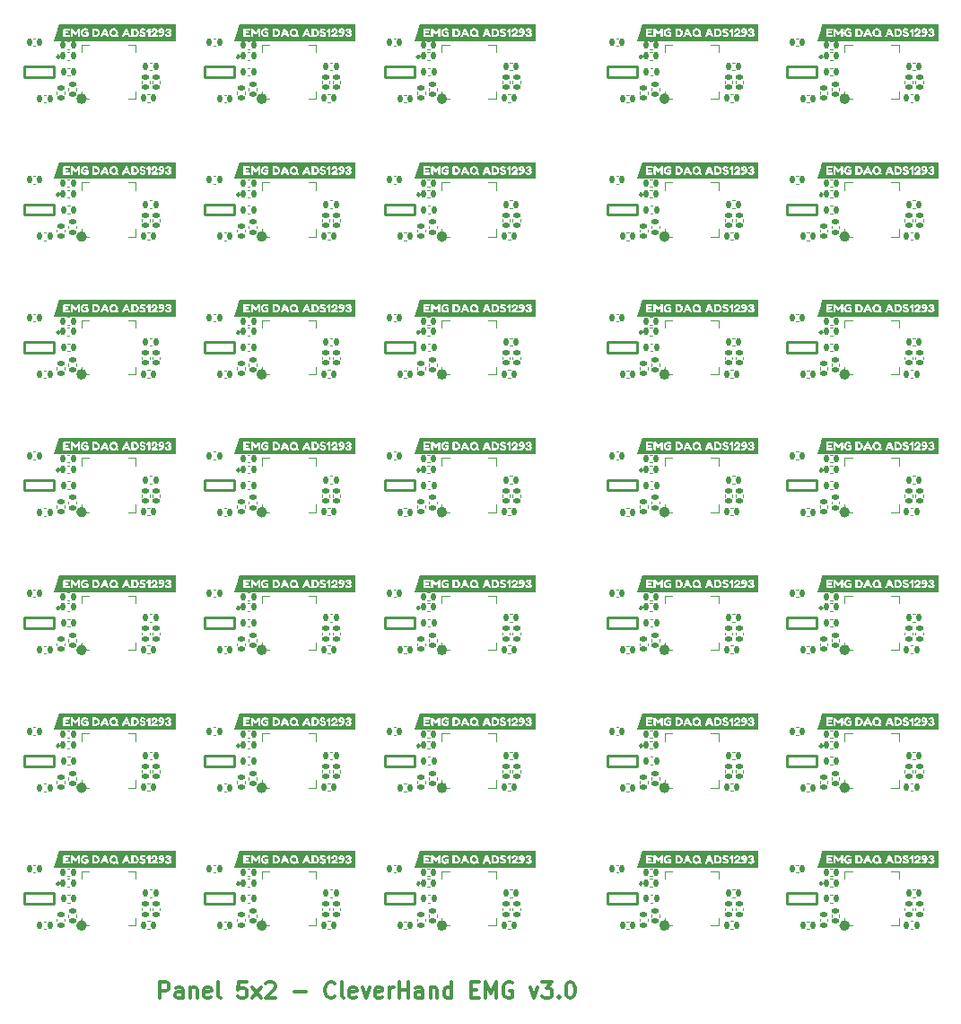
<source format=gbr>
%TF.GenerationSoftware,KiCad,Pcbnew,8.0.4-unknown-202407232306~396e531e7c~ubuntu22.04.1*%
%TF.CreationDate,2024-08-05T10:33:50+01:00*%
%TF.ProjectId,PANEL_ADS1293,50414e45-4c5f-4414-9453-313239332e6b,1.0*%
%TF.SameCoordinates,Original*%
%TF.FileFunction,Legend,Top*%
%TF.FilePolarity,Positive*%
%FSLAX46Y46*%
G04 Gerber Fmt 4.6, Leading zero omitted, Abs format (unit mm)*
G04 Created by KiCad (PCBNEW 8.0.4-unknown-202407232306~396e531e7c~ubuntu22.04.1) date 2024-08-05 10:33:50*
%MOMM*%
%LPD*%
G01*
G04 APERTURE LIST*
G04 Aperture macros list*
%AMRoundRect*
0 Rectangle with rounded corners*
0 $1 Rounding radius*
0 $2 $3 $4 $5 $6 $7 $8 $9 X,Y pos of 4 corners*
0 Add a 4 corners polygon primitive as box body*
4,1,4,$2,$3,$4,$5,$6,$7,$8,$9,$2,$3,0*
0 Add four circle primitives for the rounded corners*
1,1,$1+$1,$2,$3*
1,1,$1+$1,$4,$5*
1,1,$1+$1,$6,$7*
1,1,$1+$1,$8,$9*
0 Add four rect primitives between the rounded corners*
20,1,$1+$1,$2,$3,$4,$5,0*
20,1,$1+$1,$4,$5,$6,$7,0*
20,1,$1+$1,$6,$7,$8,$9,0*
20,1,$1+$1,$8,$9,$2,$3,0*%
G04 Aperture macros list end*
%ADD10C,0.300000*%
%ADD11C,0.120000*%
%ADD12C,0.500000*%
%ADD13C,0.000000*%
%ADD14C,0.250000*%
%ADD15C,0.100000*%
%ADD16R,1.000000X1.000000*%
%ADD17C,0.500000*%
%ADD18RoundRect,0.140000X-0.170000X0.140000X-0.170000X-0.140000X0.170000X-0.140000X0.170000X0.140000X0*%
%ADD19R,0.250000X0.600000*%
%ADD20R,0.600000X0.250000*%
%ADD21RoundRect,0.140000X0.140000X0.170000X-0.140000X0.170000X-0.140000X-0.170000X0.140000X-0.170000X0*%
%ADD22RoundRect,0.140000X-0.140000X-0.170000X0.140000X-0.170000X0.140000X0.170000X-0.140000X0.170000X0*%
%ADD23R,0.620000X1.100000*%
%ADD24RoundRect,0.140000X0.170000X-0.140000X0.170000X0.140000X-0.170000X0.140000X-0.170000X-0.140000X0*%
%ADD25C,2.000000*%
G04 APERTURE END LIST*
D10*
X19464287Y-99678328D02*
X19464287Y-98178328D01*
X19464287Y-98178328D02*
X20035716Y-98178328D01*
X20035716Y-98178328D02*
X20178573Y-98249757D01*
X20178573Y-98249757D02*
X20250002Y-98321185D01*
X20250002Y-98321185D02*
X20321430Y-98464042D01*
X20321430Y-98464042D02*
X20321430Y-98678328D01*
X20321430Y-98678328D02*
X20250002Y-98821185D01*
X20250002Y-98821185D02*
X20178573Y-98892614D01*
X20178573Y-98892614D02*
X20035716Y-98964042D01*
X20035716Y-98964042D02*
X19464287Y-98964042D01*
X21607144Y-99678328D02*
X21607144Y-98892614D01*
X21607144Y-98892614D02*
X21535716Y-98749757D01*
X21535716Y-98749757D02*
X21392859Y-98678328D01*
X21392859Y-98678328D02*
X21107144Y-98678328D01*
X21107144Y-98678328D02*
X20964287Y-98749757D01*
X21607144Y-99606900D02*
X21464287Y-99678328D01*
X21464287Y-99678328D02*
X21107144Y-99678328D01*
X21107144Y-99678328D02*
X20964287Y-99606900D01*
X20964287Y-99606900D02*
X20892859Y-99464042D01*
X20892859Y-99464042D02*
X20892859Y-99321185D01*
X20892859Y-99321185D02*
X20964287Y-99178328D01*
X20964287Y-99178328D02*
X21107144Y-99106900D01*
X21107144Y-99106900D02*
X21464287Y-99106900D01*
X21464287Y-99106900D02*
X21607144Y-99035471D01*
X22321430Y-98678328D02*
X22321430Y-99678328D01*
X22321430Y-98821185D02*
X22392859Y-98749757D01*
X22392859Y-98749757D02*
X22535716Y-98678328D01*
X22535716Y-98678328D02*
X22750002Y-98678328D01*
X22750002Y-98678328D02*
X22892859Y-98749757D01*
X22892859Y-98749757D02*
X22964287Y-98892614D01*
X22964287Y-98892614D02*
X22964287Y-99678328D01*
X24250002Y-99606900D02*
X24107145Y-99678328D01*
X24107145Y-99678328D02*
X23821430Y-99678328D01*
X23821430Y-99678328D02*
X23678573Y-99606900D01*
X23678573Y-99606900D02*
X23607145Y-99464042D01*
X23607145Y-99464042D02*
X23607145Y-98892614D01*
X23607145Y-98892614D02*
X23678573Y-98749757D01*
X23678573Y-98749757D02*
X23821430Y-98678328D01*
X23821430Y-98678328D02*
X24107145Y-98678328D01*
X24107145Y-98678328D02*
X24250002Y-98749757D01*
X24250002Y-98749757D02*
X24321430Y-98892614D01*
X24321430Y-98892614D02*
X24321430Y-99035471D01*
X24321430Y-99035471D02*
X23607145Y-99178328D01*
X25178573Y-99678328D02*
X25035716Y-99606900D01*
X25035716Y-99606900D02*
X24964287Y-99464042D01*
X24964287Y-99464042D02*
X24964287Y-98178328D01*
X27607144Y-98178328D02*
X26892858Y-98178328D01*
X26892858Y-98178328D02*
X26821430Y-98892614D01*
X26821430Y-98892614D02*
X26892858Y-98821185D01*
X26892858Y-98821185D02*
X27035715Y-98749757D01*
X27035715Y-98749757D02*
X27392858Y-98749757D01*
X27392858Y-98749757D02*
X27535715Y-98821185D01*
X27535715Y-98821185D02*
X27607144Y-98892614D01*
X27607144Y-98892614D02*
X27678573Y-99035471D01*
X27678573Y-99035471D02*
X27678573Y-99392614D01*
X27678573Y-99392614D02*
X27607144Y-99535471D01*
X27607144Y-99535471D02*
X27535715Y-99606900D01*
X27535715Y-99606900D02*
X27392858Y-99678328D01*
X27392858Y-99678328D02*
X27035715Y-99678328D01*
X27035715Y-99678328D02*
X26892858Y-99606900D01*
X26892858Y-99606900D02*
X26821430Y-99535471D01*
X28178572Y-99678328D02*
X28964286Y-98678328D01*
X28178572Y-98678328D02*
X28964286Y-99678328D01*
X29464287Y-98321185D02*
X29535715Y-98249757D01*
X29535715Y-98249757D02*
X29678572Y-98178328D01*
X29678572Y-98178328D02*
X30035715Y-98178328D01*
X30035715Y-98178328D02*
X30178572Y-98249757D01*
X30178572Y-98249757D02*
X30250001Y-98321185D01*
X30250001Y-98321185D02*
X30321430Y-98464042D01*
X30321430Y-98464042D02*
X30321430Y-98606900D01*
X30321430Y-98606900D02*
X30250001Y-98821185D01*
X30250001Y-98821185D02*
X29392858Y-99678328D01*
X29392858Y-99678328D02*
X30321430Y-99678328D01*
X32107143Y-99106900D02*
X33250000Y-99106900D01*
X35964286Y-99535471D02*
X35892858Y-99606900D01*
X35892858Y-99606900D02*
X35678572Y-99678328D01*
X35678572Y-99678328D02*
X35535715Y-99678328D01*
X35535715Y-99678328D02*
X35321429Y-99606900D01*
X35321429Y-99606900D02*
X35178572Y-99464042D01*
X35178572Y-99464042D02*
X35107143Y-99321185D01*
X35107143Y-99321185D02*
X35035715Y-99035471D01*
X35035715Y-99035471D02*
X35035715Y-98821185D01*
X35035715Y-98821185D02*
X35107143Y-98535471D01*
X35107143Y-98535471D02*
X35178572Y-98392614D01*
X35178572Y-98392614D02*
X35321429Y-98249757D01*
X35321429Y-98249757D02*
X35535715Y-98178328D01*
X35535715Y-98178328D02*
X35678572Y-98178328D01*
X35678572Y-98178328D02*
X35892858Y-98249757D01*
X35892858Y-98249757D02*
X35964286Y-98321185D01*
X36821429Y-99678328D02*
X36678572Y-99606900D01*
X36678572Y-99606900D02*
X36607143Y-99464042D01*
X36607143Y-99464042D02*
X36607143Y-98178328D01*
X37964286Y-99606900D02*
X37821429Y-99678328D01*
X37821429Y-99678328D02*
X37535714Y-99678328D01*
X37535714Y-99678328D02*
X37392857Y-99606900D01*
X37392857Y-99606900D02*
X37321429Y-99464042D01*
X37321429Y-99464042D02*
X37321429Y-98892614D01*
X37321429Y-98892614D02*
X37392857Y-98749757D01*
X37392857Y-98749757D02*
X37535714Y-98678328D01*
X37535714Y-98678328D02*
X37821429Y-98678328D01*
X37821429Y-98678328D02*
X37964286Y-98749757D01*
X37964286Y-98749757D02*
X38035714Y-98892614D01*
X38035714Y-98892614D02*
X38035714Y-99035471D01*
X38035714Y-99035471D02*
X37321429Y-99178328D01*
X38535714Y-98678328D02*
X38892857Y-99678328D01*
X38892857Y-99678328D02*
X39250000Y-98678328D01*
X40392857Y-99606900D02*
X40250000Y-99678328D01*
X40250000Y-99678328D02*
X39964285Y-99678328D01*
X39964285Y-99678328D02*
X39821428Y-99606900D01*
X39821428Y-99606900D02*
X39750000Y-99464042D01*
X39750000Y-99464042D02*
X39750000Y-98892614D01*
X39750000Y-98892614D02*
X39821428Y-98749757D01*
X39821428Y-98749757D02*
X39964285Y-98678328D01*
X39964285Y-98678328D02*
X40250000Y-98678328D01*
X40250000Y-98678328D02*
X40392857Y-98749757D01*
X40392857Y-98749757D02*
X40464285Y-98892614D01*
X40464285Y-98892614D02*
X40464285Y-99035471D01*
X40464285Y-99035471D02*
X39750000Y-99178328D01*
X41107142Y-99678328D02*
X41107142Y-98678328D01*
X41107142Y-98964042D02*
X41178571Y-98821185D01*
X41178571Y-98821185D02*
X41249999Y-98749757D01*
X41249999Y-98749757D02*
X41392857Y-98678328D01*
X41392857Y-98678328D02*
X41535714Y-98678328D01*
X42035713Y-99678328D02*
X42035713Y-98178328D01*
X42035713Y-98892614D02*
X42892856Y-98892614D01*
X42892856Y-99678328D02*
X42892856Y-98178328D01*
X44249999Y-99678328D02*
X44249999Y-98892614D01*
X44249999Y-98892614D02*
X44178571Y-98749757D01*
X44178571Y-98749757D02*
X44035714Y-98678328D01*
X44035714Y-98678328D02*
X43749999Y-98678328D01*
X43749999Y-98678328D02*
X43607142Y-98749757D01*
X44249999Y-99606900D02*
X44107142Y-99678328D01*
X44107142Y-99678328D02*
X43749999Y-99678328D01*
X43749999Y-99678328D02*
X43607142Y-99606900D01*
X43607142Y-99606900D02*
X43535714Y-99464042D01*
X43535714Y-99464042D02*
X43535714Y-99321185D01*
X43535714Y-99321185D02*
X43607142Y-99178328D01*
X43607142Y-99178328D02*
X43749999Y-99106900D01*
X43749999Y-99106900D02*
X44107142Y-99106900D01*
X44107142Y-99106900D02*
X44249999Y-99035471D01*
X44964285Y-98678328D02*
X44964285Y-99678328D01*
X44964285Y-98821185D02*
X45035714Y-98749757D01*
X45035714Y-98749757D02*
X45178571Y-98678328D01*
X45178571Y-98678328D02*
X45392857Y-98678328D01*
X45392857Y-98678328D02*
X45535714Y-98749757D01*
X45535714Y-98749757D02*
X45607142Y-98892614D01*
X45607142Y-98892614D02*
X45607142Y-99678328D01*
X46964285Y-99678328D02*
X46964285Y-98178328D01*
X46964285Y-99606900D02*
X46821428Y-99678328D01*
X46821428Y-99678328D02*
X46535714Y-99678328D01*
X46535714Y-99678328D02*
X46392857Y-99606900D01*
X46392857Y-99606900D02*
X46321428Y-99535471D01*
X46321428Y-99535471D02*
X46250000Y-99392614D01*
X46250000Y-99392614D02*
X46250000Y-98964042D01*
X46250000Y-98964042D02*
X46321428Y-98821185D01*
X46321428Y-98821185D02*
X46392857Y-98749757D01*
X46392857Y-98749757D02*
X46535714Y-98678328D01*
X46535714Y-98678328D02*
X46821428Y-98678328D01*
X46821428Y-98678328D02*
X46964285Y-98749757D01*
X48821428Y-98892614D02*
X49321428Y-98892614D01*
X49535713Y-99678328D02*
X48821428Y-99678328D01*
X48821428Y-99678328D02*
X48821428Y-98178328D01*
X48821428Y-98178328D02*
X49535713Y-98178328D01*
X50178570Y-99678328D02*
X50178570Y-98178328D01*
X50178570Y-98178328D02*
X50678570Y-99249757D01*
X50678570Y-99249757D02*
X51178570Y-98178328D01*
X51178570Y-98178328D02*
X51178570Y-99678328D01*
X52678571Y-98249757D02*
X52535714Y-98178328D01*
X52535714Y-98178328D02*
X52321428Y-98178328D01*
X52321428Y-98178328D02*
X52107142Y-98249757D01*
X52107142Y-98249757D02*
X51964285Y-98392614D01*
X51964285Y-98392614D02*
X51892856Y-98535471D01*
X51892856Y-98535471D02*
X51821428Y-98821185D01*
X51821428Y-98821185D02*
X51821428Y-99035471D01*
X51821428Y-99035471D02*
X51892856Y-99321185D01*
X51892856Y-99321185D02*
X51964285Y-99464042D01*
X51964285Y-99464042D02*
X52107142Y-99606900D01*
X52107142Y-99606900D02*
X52321428Y-99678328D01*
X52321428Y-99678328D02*
X52464285Y-99678328D01*
X52464285Y-99678328D02*
X52678571Y-99606900D01*
X52678571Y-99606900D02*
X52749999Y-99535471D01*
X52749999Y-99535471D02*
X52749999Y-99035471D01*
X52749999Y-99035471D02*
X52464285Y-99035471D01*
X54392856Y-98678328D02*
X54749999Y-99678328D01*
X54749999Y-99678328D02*
X55107142Y-98678328D01*
X55535713Y-98178328D02*
X56464285Y-98178328D01*
X56464285Y-98178328D02*
X55964285Y-98749757D01*
X55964285Y-98749757D02*
X56178570Y-98749757D01*
X56178570Y-98749757D02*
X56321428Y-98821185D01*
X56321428Y-98821185D02*
X56392856Y-98892614D01*
X56392856Y-98892614D02*
X56464285Y-99035471D01*
X56464285Y-99035471D02*
X56464285Y-99392614D01*
X56464285Y-99392614D02*
X56392856Y-99535471D01*
X56392856Y-99535471D02*
X56321428Y-99606900D01*
X56321428Y-99606900D02*
X56178570Y-99678328D01*
X56178570Y-99678328D02*
X55749999Y-99678328D01*
X55749999Y-99678328D02*
X55607142Y-99606900D01*
X55607142Y-99606900D02*
X55535713Y-99535471D01*
X57107141Y-99535471D02*
X57178570Y-99606900D01*
X57178570Y-99606900D02*
X57107141Y-99678328D01*
X57107141Y-99678328D02*
X57035713Y-99606900D01*
X57035713Y-99606900D02*
X57107141Y-99535471D01*
X57107141Y-99535471D02*
X57107141Y-99678328D01*
X58107142Y-98178328D02*
X58249999Y-98178328D01*
X58249999Y-98178328D02*
X58392856Y-98249757D01*
X58392856Y-98249757D02*
X58464285Y-98321185D01*
X58464285Y-98321185D02*
X58535713Y-98464042D01*
X58535713Y-98464042D02*
X58607142Y-98749757D01*
X58607142Y-98749757D02*
X58607142Y-99106900D01*
X58607142Y-99106900D02*
X58535713Y-99392614D01*
X58535713Y-99392614D02*
X58464285Y-99535471D01*
X58464285Y-99535471D02*
X58392856Y-99606900D01*
X58392856Y-99606900D02*
X58249999Y-99678328D01*
X58249999Y-99678328D02*
X58107142Y-99678328D01*
X58107142Y-99678328D02*
X57964285Y-99606900D01*
X57964285Y-99606900D02*
X57892856Y-99535471D01*
X57892856Y-99535471D02*
X57821427Y-99392614D01*
X57821427Y-99392614D02*
X57749999Y-99106900D01*
X57749999Y-99106900D02*
X57749999Y-98749757D01*
X57749999Y-98749757D02*
X57821427Y-98464042D01*
X57821427Y-98464042D02*
X57892856Y-98321185D01*
X57892856Y-98321185D02*
X57964285Y-98249757D01*
X57964285Y-98249757D02*
X58107142Y-98178328D01*
D11*
%TO.C,C6*%
X89750500Y-52181664D02*
X89750500Y-52397336D01*
X90470500Y-52181664D02*
X90470500Y-52397336D01*
%TO.C,U1*%
X12060500Y-22739500D02*
X12060500Y-23439500D01*
X12060500Y-27139500D02*
X12060500Y-27839500D01*
X12060500Y-27839500D02*
X12760500Y-27839500D01*
X12760500Y-22739500D02*
X12060500Y-22739500D01*
X16460500Y-27839500D02*
X17160500Y-27839500D01*
X17160500Y-22739500D02*
X16460500Y-22739500D01*
X17160500Y-23439500D02*
X17160500Y-22739500D01*
X17160500Y-27839500D02*
X17160500Y-27139500D01*
D12*
X12310500Y-27839500D02*
G75*
G02*
X11810500Y-27839500I-250000J0D01*
G01*
X11810500Y-27839500D02*
G75*
G02*
X12310500Y-27839500I250000J0D01*
G01*
D13*
%TO.C,kibuzzard-658D7E24*%
G36*
X14314167Y-73669453D02*
G01*
X14166371Y-73669453D01*
X14239713Y-73517212D01*
X14314167Y-73669453D01*
G37*
G36*
X16367757Y-73669453D02*
G01*
X16219961Y-73669453D01*
X16293303Y-73517212D01*
X16367757Y-73669453D01*
G37*
G36*
X19655946Y-73387196D02*
G01*
X19667614Y-73412199D01*
X19670392Y-73444425D01*
X19647611Y-73485541D01*
X19581492Y-73506099D01*
X19518706Y-73483874D01*
X19499260Y-73436091D01*
X19520651Y-73380250D01*
X19584826Y-73361637D01*
X19655946Y-73387196D01*
G37*
G36*
X13459755Y-73404559D02*
G01*
X13527958Y-73449981D01*
X13575047Y-73517906D01*
X13590743Y-73600556D01*
X13574630Y-73682927D01*
X13526291Y-73750019D01*
X13457949Y-73794608D01*
X13381828Y-73809471D01*
X13274037Y-73809471D01*
X13274037Y-73389418D01*
X13380717Y-73389418D01*
X13459755Y-73404559D01*
G37*
G36*
X17145771Y-73404559D02*
G01*
X17213974Y-73449981D01*
X17261063Y-73517906D01*
X17276760Y-73600556D01*
X17260646Y-73682927D01*
X17212307Y-73750019D01*
X17143965Y-73794608D01*
X17067845Y-73809471D01*
X16960053Y-73809471D01*
X16960053Y-73389418D01*
X17066733Y-73389418D01*
X17145771Y-73404559D01*
G37*
G36*
X15170524Y-73394697D02*
G01*
X15238171Y-73440536D01*
X15273670Y-73485726D01*
X15294969Y-73539807D01*
X15302068Y-73602778D01*
X15295030Y-73665625D01*
X15273917Y-73719336D01*
X15238727Y-73763909D01*
X15171496Y-73808915D01*
X15096487Y-73823917D01*
X15021339Y-73808498D01*
X14953691Y-73762243D01*
X14918193Y-73716990D01*
X14896894Y-73663465D01*
X14889795Y-73601667D01*
X14896832Y-73539869D01*
X14917946Y-73486344D01*
X14953136Y-73441091D01*
X15020366Y-73394835D01*
X15095376Y-73379417D01*
X15170524Y-73394697D01*
G37*
G36*
X20918696Y-74392136D02*
G01*
X20548280Y-74392136D01*
X20236018Y-74392136D01*
X19424806Y-74392136D01*
X19161440Y-74392136D01*
X18458018Y-74392136D01*
X17824606Y-74392136D01*
X17064511Y-74392136D01*
X16578339Y-74392136D01*
X15102043Y-74392136D01*
X14524749Y-74392136D01*
X13378495Y-74392136D01*
X12396150Y-74392136D01*
X11818300Y-74392136D01*
X10864847Y-74392136D01*
X10327002Y-74392136D01*
X9956585Y-74392136D01*
X9481304Y-74392136D01*
X9811789Y-73290517D01*
X10327002Y-73290517D01*
X10327002Y-73908372D01*
X10333670Y-73965046D01*
X10363118Y-73996716D01*
X10424792Y-74007273D01*
X10864847Y-74007273D01*
X10922632Y-74000606D01*
X10953469Y-73971158D01*
X10963748Y-73909483D01*
X10956247Y-73852254D01*
X10933745Y-73822806D01*
X10904296Y-73812249D01*
X10865958Y-73810582D01*
X10523693Y-73810582D01*
X10523693Y-73698346D01*
X10741498Y-73698346D01*
X10799283Y-73691678D01*
X10830954Y-73662230D01*
X10841511Y-73600556D01*
X10834010Y-73543326D01*
X10811507Y-73513878D01*
X10782059Y-73503321D01*
X10743721Y-73501654D01*
X10523693Y-73501654D01*
X10523693Y-73389418D01*
X10864847Y-73389418D01*
X10922632Y-73382751D01*
X10953469Y-73353303D01*
X10963748Y-73291628D01*
X10963602Y-73290517D01*
X11035980Y-73290517D01*
X11035980Y-73907261D01*
X11037646Y-73947266D01*
X11048203Y-73976158D01*
X11077651Y-73998661D01*
X11132658Y-74006162D01*
X11189332Y-73998661D01*
X11219336Y-73976158D01*
X11229893Y-73947821D01*
X11231560Y-73909483D01*
X11231560Y-73534992D01*
X11252118Y-73562634D01*
X11302680Y-73632226D01*
X11357409Y-73707097D01*
X11390468Y-73750574D01*
X11399358Y-73762798D01*
X11428806Y-73785579D01*
X11474368Y-73797247D01*
X11521040Y-73784468D01*
X11548266Y-73764465D01*
X11568268Y-73738351D01*
X11592438Y-73705430D01*
X11636055Y-73644450D01*
X11683005Y-73579581D01*
X11717176Y-73534992D01*
X11717176Y-73907261D01*
X11722732Y-73965046D01*
X11738290Y-73987271D01*
X11767182Y-74000606D01*
X11818300Y-74006162D01*
X11871640Y-73999494D01*
X11903310Y-73970324D01*
X11913867Y-73909483D01*
X11913867Y-73591666D01*
X11986098Y-73591666D01*
X11993738Y-73676780D01*
X12016658Y-73755436D01*
X12054857Y-73827633D01*
X12108336Y-73893370D01*
X12172163Y-73948064D01*
X12241408Y-73987132D01*
X12316070Y-74010572D01*
X12396150Y-74018386D01*
X12483661Y-74012343D01*
X12559503Y-73994216D01*
X12623678Y-73964004D01*
X12676185Y-73921707D01*
X12707300Y-73853921D01*
X12707300Y-73609446D01*
X12696187Y-73547216D01*
X12622845Y-73516101D01*
X12427265Y-73516101D01*
X12373925Y-73526102D01*
X12355589Y-73550549D01*
X12350588Y-73597778D01*
X12355033Y-73644450D01*
X12373925Y-73670564D01*
X12422820Y-73679454D01*
X12510608Y-73679454D01*
X12510608Y-73800581D01*
X12458657Y-73815583D01*
X12400595Y-73820583D01*
X12320585Y-73803775D01*
X12249465Y-73753353D01*
X12212423Y-73705322D01*
X12190198Y-73650871D01*
X12182790Y-73589999D01*
X12199181Y-73503043D01*
X12248353Y-73434424D01*
X12318640Y-73389835D01*
X12398372Y-73374972D01*
X12458380Y-73382612D01*
X12509497Y-73405531D01*
X12577283Y-73436091D01*
X12614788Y-73421367D01*
X12656182Y-73377194D01*
X12681741Y-73314409D01*
X12666571Y-73289406D01*
X13077346Y-73289406D01*
X13077346Y-73907261D01*
X13090681Y-73978381D01*
X13120129Y-73999217D01*
X13175136Y-74006162D01*
X13378495Y-74006162D01*
X13460345Y-73998591D01*
X13535875Y-73975880D01*
X13605085Y-73938028D01*
X13617861Y-73927263D01*
X13831885Y-73927263D01*
X13847998Y-73965046D01*
X13896337Y-73998383D01*
X13955789Y-74017274D01*
X13991349Y-74006718D01*
X14011351Y-73986159D01*
X14028576Y-73953933D01*
X14086361Y-73833918D01*
X14394177Y-73833918D01*
X14451962Y-73953933D01*
X14469186Y-73987271D01*
X14489189Y-74008384D01*
X14524749Y-74018386D01*
X14584201Y-73999494D01*
X14632540Y-73965323D01*
X14648653Y-73927263D01*
X14629762Y-73870589D01*
X14502327Y-73607223D01*
X14693103Y-73607223D01*
X14700500Y-73688761D01*
X14722690Y-73764465D01*
X14759674Y-73834335D01*
X14811451Y-73898371D01*
X14873994Y-73951850D01*
X14943273Y-73990049D01*
X15019290Y-74012968D01*
X15102043Y-74020608D01*
X15185140Y-74011718D01*
X15262557Y-73985048D01*
X15334295Y-73940598D01*
X15374300Y-73967268D01*
X15405415Y-73988382D01*
X15469867Y-74018386D01*
X15504038Y-74006162D01*
X15537653Y-73969491D01*
X15556147Y-73927263D01*
X15885475Y-73927263D01*
X15901588Y-73965046D01*
X15949927Y-73998383D01*
X16009379Y-74017274D01*
X16044939Y-74006718D01*
X16064941Y-73986159D01*
X16082166Y-73953933D01*
X16139951Y-73833918D01*
X16447767Y-73833918D01*
X16505552Y-73953933D01*
X16522776Y-73987271D01*
X16542779Y-74008384D01*
X16578339Y-74018386D01*
X16637791Y-73999494D01*
X16686130Y-73965323D01*
X16702243Y-73927263D01*
X16683352Y-73870589D01*
X16402135Y-73289406D01*
X16763362Y-73289406D01*
X16763362Y-73907261D01*
X16776697Y-73978381D01*
X16806145Y-73999217D01*
X16861152Y-74006162D01*
X17064511Y-74006162D01*
X17146361Y-73998591D01*
X17221892Y-73975880D01*
X17291102Y-73938028D01*
X17353991Y-73885036D01*
X17400117Y-73828918D01*
X17529013Y-73828918D01*
X17557906Y-73892814D01*
X17567907Y-73905038D01*
X17600133Y-73938931D01*
X17650140Y-73973936D01*
X17725705Y-74005606D01*
X17773766Y-74015191D01*
X17824606Y-74018386D01*
X17891404Y-74011842D01*
X17955486Y-73992210D01*
X18016852Y-73959489D01*
X18059080Y-73923235D01*
X18092417Y-73874479D01*
X18114086Y-73815166D01*
X18121310Y-73747241D01*
X18114225Y-73680705D01*
X18092973Y-73625559D01*
X18061163Y-73583470D01*
X18022408Y-73556106D01*
X17978236Y-73537631D01*
X17930175Y-73522213D01*
X17882113Y-73510128D01*
X17837941Y-73501654D01*
X17767376Y-73476096D01*
X17754004Y-73452759D01*
X18165760Y-73452759D01*
X18200764Y-73521657D01*
X18267995Y-73560551D01*
X18345782Y-73526102D01*
X18360228Y-73512767D01*
X18360228Y-73909483D01*
X18361895Y-73950044D01*
X18372452Y-73980603D01*
X18402178Y-74002273D01*
X18458018Y-74009496D01*
X18515248Y-74001995D01*
X18544696Y-73979492D01*
X18555253Y-73950044D01*
X18556920Y-73911706D01*
X18556920Y-73479429D01*
X18629151Y-73479429D01*
X18634707Y-73536103D01*
X18664989Y-73567774D01*
X18726941Y-73578331D01*
X18783615Y-73571663D01*
X18813618Y-73551661D01*
X18824175Y-73523879D01*
X18825842Y-73487208D01*
X18825842Y-73480541D01*
X18830287Y-73454982D01*
X18859735Y-73403309D01*
X18921410Y-73377194D01*
X18976972Y-73387196D01*
X19006420Y-73408865D01*
X19023645Y-73438869D01*
X19031423Y-73467206D01*
X19021005Y-73515823D01*
X18989751Y-73561662D01*
X18943773Y-73603750D01*
X18889183Y-73641116D01*
X18830287Y-73676398D01*
X18771391Y-73712236D01*
X18716801Y-73751963D01*
X18670823Y-73798914D01*
X18639569Y-73851837D01*
X18629151Y-73909483D01*
X18658043Y-73979492D01*
X18726941Y-74009496D01*
X19161440Y-74009496D01*
X19230337Y-73996161D01*
X19254229Y-73967268D01*
X19261452Y-73911150D01*
X19254785Y-73854476D01*
X19228670Y-73822250D01*
X19163662Y-73811693D01*
X18960303Y-73811693D01*
X18960303Y-73806137D01*
X18988085Y-73795024D01*
X19056982Y-73757520D01*
X19134770Y-73696123D01*
X19170885Y-73656118D01*
X19201445Y-73605001D01*
X19222281Y-73546660D01*
X19229226Y-73484986D01*
X19224105Y-73442758D01*
X19305902Y-73442758D01*
X19314607Y-73501469D01*
X19340721Y-73556106D01*
X19384245Y-73606668D01*
X19439869Y-73647105D01*
X19502285Y-73671367D01*
X19571491Y-73679454D01*
X19654835Y-73660563D01*
X19649278Y-73676121D01*
X19627331Y-73715014D01*
X19588160Y-73758353D01*
X19522040Y-73796136D01*
X19433696Y-73811693D01*
X19369243Y-73818361D01*
X19337573Y-73847809D01*
X19327016Y-73909483D01*
X19334795Y-73965879D01*
X19358131Y-73997272D01*
X19418138Y-74008384D01*
X19424806Y-74008384D01*
X19504416Y-74002695D01*
X19577003Y-73985626D01*
X19642566Y-73957178D01*
X19701107Y-73917351D01*
X19752625Y-73866144D01*
X19795830Y-73806448D01*
X19817150Y-73765021D01*
X19928202Y-73765021D01*
X19940426Y-73825028D01*
X19942648Y-73836141D01*
X19954872Y-73865033D01*
X19982376Y-73909205D01*
X20013768Y-73943932D01*
X20077974Y-73987147D01*
X20152057Y-74013076D01*
X20236018Y-74021719D01*
X20320597Y-74013138D01*
X20395051Y-73987394D01*
X20459380Y-73944488D01*
X20508768Y-73888369D01*
X20538402Y-73822991D01*
X20548280Y-73748352D01*
X20539112Y-73691678D01*
X20511608Y-73641672D01*
X20476604Y-73605556D01*
X20443822Y-73581664D01*
X20443822Y-73573886D01*
X20491976Y-73539005D01*
X20520869Y-73492147D01*
X20530500Y-73433313D01*
X20521733Y-73370650D01*
X20495433Y-73312310D01*
X20451601Y-73258291D01*
X20392581Y-73215075D01*
X20320720Y-73189146D01*
X20236018Y-73180503D01*
X20180873Y-73184393D01*
X20131005Y-73196061D01*
X20057663Y-73230509D01*
X20011546Y-73274404D01*
X19987098Y-73309408D01*
X19961540Y-73384973D01*
X19975430Y-73424700D01*
X20017102Y-73459427D01*
X20078221Y-73479429D01*
X20120448Y-73465539D01*
X20151563Y-73423867D01*
X20158231Y-73410532D01*
X20187123Y-73383862D01*
X20249909Y-73370527D01*
X20311583Y-73391641D01*
X20333808Y-73436091D01*
X20312695Y-73468595D01*
X20249353Y-73479429D01*
X20191568Y-73484986D01*
X20160731Y-73515267D01*
X20150452Y-73577219D01*
X20157953Y-73634171D01*
X20180456Y-73662786D01*
X20209348Y-73673898D01*
X20259910Y-73676121D01*
X20324363Y-73698901D01*
X20351588Y-73751686D01*
X20323807Y-73805581D01*
X20288247Y-73823500D01*
X20237130Y-73829473D01*
X20190457Y-73822806D01*
X20129338Y-73769466D01*
X20096001Y-73711681D01*
X20037105Y-73700568D01*
X19955428Y-73716681D01*
X19928202Y-73765021D01*
X19817150Y-73765021D01*
X19829434Y-73741151D01*
X19853437Y-73670253D01*
X19867839Y-73593755D01*
X19872640Y-73511656D01*
X19864490Y-73419854D01*
X19840043Y-73340029D01*
X19799297Y-73272181D01*
X19742376Y-73220632D01*
X19669404Y-73189702D01*
X19580381Y-73179392D01*
X19507903Y-73187788D01*
X19443080Y-73212976D01*
X19385912Y-73254957D01*
X19341462Y-73309408D01*
X19314792Y-73372009D01*
X19305902Y-73442758D01*
X19224105Y-73442758D01*
X19219965Y-73408618D01*
X19192184Y-73338054D01*
X19145882Y-73273293D01*
X19084702Y-73221743D01*
X19012285Y-73190813D01*
X18928633Y-73180503D01*
X18845042Y-73190690D01*
X18772811Y-73221249D01*
X18711939Y-73272181D01*
X18665946Y-73335955D01*
X18638349Y-73405037D01*
X18629151Y-73479429D01*
X18556920Y-73479429D01*
X18556920Y-73292739D01*
X18551363Y-73233843D01*
X18535806Y-73209951D01*
X18506913Y-73197172D01*
X18454129Y-73191616D01*
X18391343Y-73220508D01*
X18388010Y-73222731D01*
X18205765Y-73387196D01*
X18165760Y-73452759D01*
X17754004Y-73452759D01*
X17739040Y-73426645D01*
X17762931Y-73378861D01*
X17822939Y-73361637D01*
X17882391Y-73376083D01*
X17899615Y-73390529D01*
X17912395Y-73401642D01*
X17970180Y-73423867D01*
X18009629Y-73409976D01*
X18047967Y-73368304D01*
X18074637Y-73307186D01*
X18040188Y-73252734D01*
X18012407Y-73231621D01*
X17936286Y-73196616D01*
X17878363Y-73183698D01*
X17814605Y-73179392D01*
X17736755Y-73187479D01*
X17670636Y-73211742D01*
X17616246Y-73252179D01*
X17575809Y-73303481D01*
X17551547Y-73360340D01*
X17543460Y-73422756D01*
X17550544Y-73488736D01*
X17571796Y-73544438D01*
X17603606Y-73588193D01*
X17642361Y-73618336D01*
X17686255Y-73640144D01*
X17733483Y-73658896D01*
X17780711Y-73673759D01*
X17824606Y-73683899D01*
X17895170Y-73708903D01*
X17923507Y-73751686D01*
X17912024Y-73798605D01*
X17877575Y-73826757D01*
X17820161Y-73836141D01*
X17766821Y-73818916D01*
X17722371Y-73782801D01*
X17672920Y-73741129D01*
X17635693Y-73727238D01*
X17576797Y-73753908D01*
X17540959Y-73795997D01*
X17529013Y-73828918D01*
X17400117Y-73828918D01*
X17406255Y-73821451D01*
X17443586Y-73751825D01*
X17465985Y-73676155D01*
X17473451Y-73594444D01*
X17465811Y-73513045D01*
X17442891Y-73438313D01*
X17404692Y-73370249D01*
X17351213Y-73308853D01*
X17287664Y-73258048D01*
X17219252Y-73221758D01*
X17145979Y-73199985D01*
X17067845Y-73192727D01*
X16862263Y-73191616D01*
X16805034Y-73199117D01*
X16775586Y-73221619D01*
X16765029Y-73250512D01*
X16763362Y-73289406D01*
X16402135Y-73289406D01*
X16383315Y-73250512D01*
X16346643Y-73207173D01*
X16294415Y-73192727D01*
X16241630Y-73208284D01*
X16204403Y-73249401D01*
X15904366Y-73870589D01*
X15885475Y-73927263D01*
X15556147Y-73927263D01*
X15570991Y-73893370D01*
X15530986Y-73836141D01*
X15457643Y-73786134D01*
X15480486Y-73725263D01*
X15494191Y-73664144D01*
X15498760Y-73602778D01*
X15491189Y-73515614D01*
X15468478Y-73436368D01*
X15430626Y-73365040D01*
X15377633Y-73301629D01*
X15314362Y-73249609D01*
X15245672Y-73212452D01*
X15171566Y-73190157D01*
X15092042Y-73182726D01*
X15016477Y-73190504D01*
X14943135Y-73213841D01*
X14875071Y-73250790D01*
X14815341Y-73299407D01*
X14765335Y-73360387D01*
X14726441Y-73434424D01*
X14701438Y-73517906D01*
X14693103Y-73607223D01*
X14502327Y-73607223D01*
X14329725Y-73250512D01*
X14293053Y-73207173D01*
X14240825Y-73192727D01*
X14188040Y-73208284D01*
X14150813Y-73249401D01*
X13850776Y-73870589D01*
X13831885Y-73927263D01*
X13617861Y-73927263D01*
X13667975Y-73885036D01*
X13720239Y-73821451D01*
X13757570Y-73751825D01*
X13779968Y-73676155D01*
X13787435Y-73594444D01*
X13779795Y-73513045D01*
X13756875Y-73438313D01*
X13718676Y-73370249D01*
X13665197Y-73308853D01*
X13601647Y-73258048D01*
X13533236Y-73221758D01*
X13459963Y-73199985D01*
X13381828Y-73192727D01*
X13176247Y-73191616D01*
X13119018Y-73199117D01*
X13089570Y-73221619D01*
X13079013Y-73250512D01*
X13077346Y-73289406D01*
X12666571Y-73289406D01*
X12651737Y-73264958D01*
X12572344Y-73216804D01*
X12489742Y-73187911D01*
X12403928Y-73178281D01*
X12322251Y-73185677D01*
X12246131Y-73207868D01*
X12175566Y-73244851D01*
X12110558Y-73296629D01*
X12056107Y-73359449D01*
X12017213Y-73429562D01*
X11993877Y-73506968D01*
X11986098Y-73591666D01*
X11913867Y-73591666D01*
X11913867Y-73292739D01*
X11912200Y-73253846D01*
X11901643Y-73223842D01*
X11872334Y-73201339D01*
X11815521Y-73193838D01*
X11757875Y-73201339D01*
X11726066Y-73223842D01*
X11695706Y-73262647D01*
X11655301Y-73315053D01*
X11604851Y-73381062D01*
X11544354Y-73460671D01*
X11473812Y-73553883D01*
X11221558Y-73222731D01*
X11214891Y-73216063D01*
X11186554Y-73201061D01*
X11134881Y-73193838D01*
X11078207Y-73201061D01*
X11048203Y-73222731D01*
X11037646Y-73252179D01*
X11035980Y-73290517D01*
X10963602Y-73290517D01*
X10956247Y-73234399D01*
X10933745Y-73204951D01*
X10904296Y-73194394D01*
X10865958Y-73192727D01*
X10428126Y-73192727D01*
X10348116Y-73213285D01*
X10327002Y-73290517D01*
X9811789Y-73290517D01*
X9956585Y-72807864D01*
X10327002Y-72807864D01*
X20548280Y-72807864D01*
X20918696Y-72807864D01*
X20918696Y-74392136D01*
G37*
D11*
%TO.C,C8*%
X63707836Y-66473000D02*
X63492164Y-66473000D01*
X63707836Y-67193000D02*
X63492164Y-67193000D01*
%TO.C,R2*%
X35750500Y-26181664D02*
X35750500Y-26397336D01*
X36470500Y-26181664D02*
X36470500Y-26397336D01*
%TO.C,C2*%
X43740000Y-66192164D02*
X43740000Y-66407836D01*
X44460000Y-66192164D02*
X44460000Y-66407836D01*
%TO.C,C9*%
X24492164Y-61140000D02*
X24707836Y-61140000D01*
X24492164Y-61860000D02*
X24707836Y-61860000D01*
%TO.C,C5*%
X44918336Y-9440000D02*
X44702664Y-9440000D01*
X44918336Y-10160000D02*
X44702664Y-10160000D01*
D13*
%TO.C,kibuzzard-658D7E24*%
G36*
X31314167Y-60669453D02*
G01*
X31166371Y-60669453D01*
X31239713Y-60517212D01*
X31314167Y-60669453D01*
G37*
G36*
X33367757Y-60669453D02*
G01*
X33219961Y-60669453D01*
X33293303Y-60517212D01*
X33367757Y-60669453D01*
G37*
G36*
X36655946Y-60387196D02*
G01*
X36667614Y-60412199D01*
X36670392Y-60444425D01*
X36647611Y-60485541D01*
X36581492Y-60506099D01*
X36518706Y-60483874D01*
X36499260Y-60436091D01*
X36520651Y-60380250D01*
X36584826Y-60361637D01*
X36655946Y-60387196D01*
G37*
G36*
X30459755Y-60404559D02*
G01*
X30527958Y-60449981D01*
X30575047Y-60517906D01*
X30590743Y-60600556D01*
X30574630Y-60682927D01*
X30526291Y-60750019D01*
X30457949Y-60794608D01*
X30381828Y-60809471D01*
X30274037Y-60809471D01*
X30274037Y-60389418D01*
X30380717Y-60389418D01*
X30459755Y-60404559D01*
G37*
G36*
X34145771Y-60404559D02*
G01*
X34213974Y-60449981D01*
X34261063Y-60517906D01*
X34276760Y-60600556D01*
X34260646Y-60682927D01*
X34212307Y-60750019D01*
X34143965Y-60794608D01*
X34067845Y-60809471D01*
X33960053Y-60809471D01*
X33960053Y-60389418D01*
X34066733Y-60389418D01*
X34145771Y-60404559D01*
G37*
G36*
X32170524Y-60394697D02*
G01*
X32238171Y-60440536D01*
X32273670Y-60485726D01*
X32294969Y-60539807D01*
X32302068Y-60602778D01*
X32295030Y-60665625D01*
X32273917Y-60719336D01*
X32238727Y-60763909D01*
X32171496Y-60808915D01*
X32096487Y-60823917D01*
X32021339Y-60808498D01*
X31953691Y-60762243D01*
X31918193Y-60716990D01*
X31896894Y-60663465D01*
X31889795Y-60601667D01*
X31896832Y-60539869D01*
X31917946Y-60486344D01*
X31953136Y-60441091D01*
X32020366Y-60394835D01*
X32095376Y-60379417D01*
X32170524Y-60394697D01*
G37*
G36*
X37918696Y-61392136D02*
G01*
X37548280Y-61392136D01*
X37236018Y-61392136D01*
X36424806Y-61392136D01*
X36161440Y-61392136D01*
X35458018Y-61392136D01*
X34824606Y-61392136D01*
X34064511Y-61392136D01*
X33578339Y-61392136D01*
X32102043Y-61392136D01*
X31524749Y-61392136D01*
X30378495Y-61392136D01*
X29396150Y-61392136D01*
X28818300Y-61392136D01*
X27864847Y-61392136D01*
X27327002Y-61392136D01*
X26956585Y-61392136D01*
X26481304Y-61392136D01*
X26811789Y-60290517D01*
X27327002Y-60290517D01*
X27327002Y-60908372D01*
X27333670Y-60965046D01*
X27363118Y-60996716D01*
X27424792Y-61007273D01*
X27864847Y-61007273D01*
X27922632Y-61000606D01*
X27953469Y-60971158D01*
X27963748Y-60909483D01*
X27956247Y-60852254D01*
X27933745Y-60822806D01*
X27904296Y-60812249D01*
X27865958Y-60810582D01*
X27523693Y-60810582D01*
X27523693Y-60698346D01*
X27741498Y-60698346D01*
X27799283Y-60691678D01*
X27830954Y-60662230D01*
X27841511Y-60600556D01*
X27834010Y-60543326D01*
X27811507Y-60513878D01*
X27782059Y-60503321D01*
X27743721Y-60501654D01*
X27523693Y-60501654D01*
X27523693Y-60389418D01*
X27864847Y-60389418D01*
X27922632Y-60382751D01*
X27953469Y-60353303D01*
X27963748Y-60291628D01*
X27963602Y-60290517D01*
X28035980Y-60290517D01*
X28035980Y-60907261D01*
X28037646Y-60947266D01*
X28048203Y-60976158D01*
X28077651Y-60998661D01*
X28132658Y-61006162D01*
X28189332Y-60998661D01*
X28219336Y-60976158D01*
X28229893Y-60947821D01*
X28231560Y-60909483D01*
X28231560Y-60534992D01*
X28252118Y-60562634D01*
X28302680Y-60632226D01*
X28357409Y-60707097D01*
X28390468Y-60750574D01*
X28399358Y-60762798D01*
X28428806Y-60785579D01*
X28474368Y-60797247D01*
X28521040Y-60784468D01*
X28548266Y-60764465D01*
X28568268Y-60738351D01*
X28592438Y-60705430D01*
X28636055Y-60644450D01*
X28683005Y-60579581D01*
X28717176Y-60534992D01*
X28717176Y-60907261D01*
X28722732Y-60965046D01*
X28738290Y-60987271D01*
X28767182Y-61000606D01*
X28818300Y-61006162D01*
X28871640Y-60999494D01*
X28903310Y-60970324D01*
X28913867Y-60909483D01*
X28913867Y-60591666D01*
X28986098Y-60591666D01*
X28993738Y-60676780D01*
X29016658Y-60755436D01*
X29054857Y-60827633D01*
X29108336Y-60893370D01*
X29172163Y-60948064D01*
X29241408Y-60987132D01*
X29316070Y-61010572D01*
X29396150Y-61018386D01*
X29483661Y-61012343D01*
X29559503Y-60994216D01*
X29623678Y-60964004D01*
X29676185Y-60921707D01*
X29707300Y-60853921D01*
X29707300Y-60609446D01*
X29696187Y-60547216D01*
X29622845Y-60516101D01*
X29427265Y-60516101D01*
X29373925Y-60526102D01*
X29355589Y-60550549D01*
X29350588Y-60597778D01*
X29355033Y-60644450D01*
X29373925Y-60670564D01*
X29422820Y-60679454D01*
X29510608Y-60679454D01*
X29510608Y-60800581D01*
X29458657Y-60815583D01*
X29400595Y-60820583D01*
X29320585Y-60803775D01*
X29249465Y-60753353D01*
X29212423Y-60705322D01*
X29190198Y-60650871D01*
X29182790Y-60589999D01*
X29199181Y-60503043D01*
X29248353Y-60434424D01*
X29318640Y-60389835D01*
X29398372Y-60374972D01*
X29458380Y-60382612D01*
X29509497Y-60405531D01*
X29577283Y-60436091D01*
X29614788Y-60421367D01*
X29656182Y-60377194D01*
X29681741Y-60314409D01*
X29666571Y-60289406D01*
X30077346Y-60289406D01*
X30077346Y-60907261D01*
X30090681Y-60978381D01*
X30120129Y-60999217D01*
X30175136Y-61006162D01*
X30378495Y-61006162D01*
X30460345Y-60998591D01*
X30535875Y-60975880D01*
X30605085Y-60938028D01*
X30617861Y-60927263D01*
X30831885Y-60927263D01*
X30847998Y-60965046D01*
X30896337Y-60998383D01*
X30955789Y-61017274D01*
X30991349Y-61006718D01*
X31011351Y-60986159D01*
X31028576Y-60953933D01*
X31086361Y-60833918D01*
X31394177Y-60833918D01*
X31451962Y-60953933D01*
X31469186Y-60987271D01*
X31489189Y-61008384D01*
X31524749Y-61018386D01*
X31584201Y-60999494D01*
X31632540Y-60965323D01*
X31648653Y-60927263D01*
X31629762Y-60870589D01*
X31502327Y-60607223D01*
X31693103Y-60607223D01*
X31700500Y-60688761D01*
X31722690Y-60764465D01*
X31759674Y-60834335D01*
X31811451Y-60898371D01*
X31873994Y-60951850D01*
X31943273Y-60990049D01*
X32019290Y-61012968D01*
X32102043Y-61020608D01*
X32185140Y-61011718D01*
X32262557Y-60985048D01*
X32334295Y-60940598D01*
X32374300Y-60967268D01*
X32405415Y-60988382D01*
X32469867Y-61018386D01*
X32504038Y-61006162D01*
X32537653Y-60969491D01*
X32556147Y-60927263D01*
X32885475Y-60927263D01*
X32901588Y-60965046D01*
X32949927Y-60998383D01*
X33009379Y-61017274D01*
X33044939Y-61006718D01*
X33064941Y-60986159D01*
X33082166Y-60953933D01*
X33139951Y-60833918D01*
X33447767Y-60833918D01*
X33505552Y-60953933D01*
X33522776Y-60987271D01*
X33542779Y-61008384D01*
X33578339Y-61018386D01*
X33637791Y-60999494D01*
X33686130Y-60965323D01*
X33702243Y-60927263D01*
X33683352Y-60870589D01*
X33402135Y-60289406D01*
X33763362Y-60289406D01*
X33763362Y-60907261D01*
X33776697Y-60978381D01*
X33806145Y-60999217D01*
X33861152Y-61006162D01*
X34064511Y-61006162D01*
X34146361Y-60998591D01*
X34221892Y-60975880D01*
X34291102Y-60938028D01*
X34353991Y-60885036D01*
X34400117Y-60828918D01*
X34529013Y-60828918D01*
X34557906Y-60892814D01*
X34567907Y-60905038D01*
X34600133Y-60938931D01*
X34650140Y-60973936D01*
X34725705Y-61005606D01*
X34773766Y-61015191D01*
X34824606Y-61018386D01*
X34891404Y-61011842D01*
X34955486Y-60992210D01*
X35016852Y-60959489D01*
X35059080Y-60923235D01*
X35092417Y-60874479D01*
X35114086Y-60815166D01*
X35121310Y-60747241D01*
X35114225Y-60680705D01*
X35092973Y-60625559D01*
X35061163Y-60583470D01*
X35022408Y-60556106D01*
X34978236Y-60537631D01*
X34930175Y-60522213D01*
X34882113Y-60510128D01*
X34837941Y-60501654D01*
X34767376Y-60476096D01*
X34754004Y-60452759D01*
X35165760Y-60452759D01*
X35200764Y-60521657D01*
X35267995Y-60560551D01*
X35345782Y-60526102D01*
X35360228Y-60512767D01*
X35360228Y-60909483D01*
X35361895Y-60950044D01*
X35372452Y-60980603D01*
X35402178Y-61002273D01*
X35458018Y-61009496D01*
X35515248Y-61001995D01*
X35544696Y-60979492D01*
X35555253Y-60950044D01*
X35556920Y-60911706D01*
X35556920Y-60479429D01*
X35629151Y-60479429D01*
X35634707Y-60536103D01*
X35664989Y-60567774D01*
X35726941Y-60578331D01*
X35783615Y-60571663D01*
X35813618Y-60551661D01*
X35824175Y-60523879D01*
X35825842Y-60487208D01*
X35825842Y-60480541D01*
X35830287Y-60454982D01*
X35859735Y-60403309D01*
X35921410Y-60377194D01*
X35976972Y-60387196D01*
X36006420Y-60408865D01*
X36023645Y-60438869D01*
X36031423Y-60467206D01*
X36021005Y-60515823D01*
X35989751Y-60561662D01*
X35943773Y-60603750D01*
X35889183Y-60641116D01*
X35830287Y-60676398D01*
X35771391Y-60712236D01*
X35716801Y-60751963D01*
X35670823Y-60798914D01*
X35639569Y-60851837D01*
X35629151Y-60909483D01*
X35658043Y-60979492D01*
X35726941Y-61009496D01*
X36161440Y-61009496D01*
X36230337Y-60996161D01*
X36254229Y-60967268D01*
X36261452Y-60911150D01*
X36254785Y-60854476D01*
X36228670Y-60822250D01*
X36163662Y-60811693D01*
X35960303Y-60811693D01*
X35960303Y-60806137D01*
X35988085Y-60795024D01*
X36056982Y-60757520D01*
X36134770Y-60696123D01*
X36170885Y-60656118D01*
X36201445Y-60605001D01*
X36222281Y-60546660D01*
X36229226Y-60484986D01*
X36224105Y-60442758D01*
X36305902Y-60442758D01*
X36314607Y-60501469D01*
X36340721Y-60556106D01*
X36384245Y-60606668D01*
X36439869Y-60647105D01*
X36502285Y-60671367D01*
X36571491Y-60679454D01*
X36654835Y-60660563D01*
X36649278Y-60676121D01*
X36627331Y-60715014D01*
X36588160Y-60758353D01*
X36522040Y-60796136D01*
X36433696Y-60811693D01*
X36369243Y-60818361D01*
X36337573Y-60847809D01*
X36327016Y-60909483D01*
X36334795Y-60965879D01*
X36358131Y-60997272D01*
X36418138Y-61008384D01*
X36424806Y-61008384D01*
X36504416Y-61002695D01*
X36577003Y-60985626D01*
X36642566Y-60957178D01*
X36701107Y-60917351D01*
X36752625Y-60866144D01*
X36795830Y-60806448D01*
X36817150Y-60765021D01*
X36928202Y-60765021D01*
X36940426Y-60825028D01*
X36942648Y-60836141D01*
X36954872Y-60865033D01*
X36982376Y-60909205D01*
X37013768Y-60943932D01*
X37077974Y-60987147D01*
X37152057Y-61013076D01*
X37236018Y-61021719D01*
X37320597Y-61013138D01*
X37395051Y-60987394D01*
X37459380Y-60944488D01*
X37508768Y-60888369D01*
X37538402Y-60822991D01*
X37548280Y-60748352D01*
X37539112Y-60691678D01*
X37511608Y-60641672D01*
X37476604Y-60605556D01*
X37443822Y-60581664D01*
X37443822Y-60573886D01*
X37491976Y-60539005D01*
X37520869Y-60492147D01*
X37530500Y-60433313D01*
X37521733Y-60370650D01*
X37495433Y-60312310D01*
X37451601Y-60258291D01*
X37392581Y-60215075D01*
X37320720Y-60189146D01*
X37236018Y-60180503D01*
X37180873Y-60184393D01*
X37131005Y-60196061D01*
X37057663Y-60230509D01*
X37011546Y-60274404D01*
X36987098Y-60309408D01*
X36961540Y-60384973D01*
X36975430Y-60424700D01*
X37017102Y-60459427D01*
X37078221Y-60479429D01*
X37120448Y-60465539D01*
X37151563Y-60423867D01*
X37158231Y-60410532D01*
X37187123Y-60383862D01*
X37249909Y-60370527D01*
X37311583Y-60391641D01*
X37333808Y-60436091D01*
X37312695Y-60468595D01*
X37249353Y-60479429D01*
X37191568Y-60484986D01*
X37160731Y-60515267D01*
X37150452Y-60577219D01*
X37157953Y-60634171D01*
X37180456Y-60662786D01*
X37209348Y-60673898D01*
X37259910Y-60676121D01*
X37324363Y-60698901D01*
X37351588Y-60751686D01*
X37323807Y-60805581D01*
X37288247Y-60823500D01*
X37237130Y-60829473D01*
X37190457Y-60822806D01*
X37129338Y-60769466D01*
X37096001Y-60711681D01*
X37037105Y-60700568D01*
X36955428Y-60716681D01*
X36928202Y-60765021D01*
X36817150Y-60765021D01*
X36829434Y-60741151D01*
X36853437Y-60670253D01*
X36867839Y-60593755D01*
X36872640Y-60511656D01*
X36864490Y-60419854D01*
X36840043Y-60340029D01*
X36799297Y-60272181D01*
X36742376Y-60220632D01*
X36669404Y-60189702D01*
X36580381Y-60179392D01*
X36507903Y-60187788D01*
X36443080Y-60212976D01*
X36385912Y-60254957D01*
X36341462Y-60309408D01*
X36314792Y-60372009D01*
X36305902Y-60442758D01*
X36224105Y-60442758D01*
X36219965Y-60408618D01*
X36192184Y-60338054D01*
X36145882Y-60273293D01*
X36084702Y-60221743D01*
X36012285Y-60190813D01*
X35928633Y-60180503D01*
X35845042Y-60190690D01*
X35772811Y-60221249D01*
X35711939Y-60272181D01*
X35665946Y-60335955D01*
X35638349Y-60405037D01*
X35629151Y-60479429D01*
X35556920Y-60479429D01*
X35556920Y-60292739D01*
X35551363Y-60233843D01*
X35535806Y-60209951D01*
X35506913Y-60197172D01*
X35454129Y-60191616D01*
X35391343Y-60220508D01*
X35388010Y-60222731D01*
X35205765Y-60387196D01*
X35165760Y-60452759D01*
X34754004Y-60452759D01*
X34739040Y-60426645D01*
X34762931Y-60378861D01*
X34822939Y-60361637D01*
X34882391Y-60376083D01*
X34899615Y-60390529D01*
X34912395Y-60401642D01*
X34970180Y-60423867D01*
X35009629Y-60409976D01*
X35047967Y-60368304D01*
X35074637Y-60307186D01*
X35040188Y-60252734D01*
X35012407Y-60231621D01*
X34936286Y-60196616D01*
X34878363Y-60183698D01*
X34814605Y-60179392D01*
X34736755Y-60187479D01*
X34670636Y-60211742D01*
X34616246Y-60252179D01*
X34575809Y-60303481D01*
X34551547Y-60360340D01*
X34543460Y-60422756D01*
X34550544Y-60488736D01*
X34571796Y-60544438D01*
X34603606Y-60588193D01*
X34642361Y-60618336D01*
X34686255Y-60640144D01*
X34733483Y-60658896D01*
X34780711Y-60673759D01*
X34824606Y-60683899D01*
X34895170Y-60708903D01*
X34923507Y-60751686D01*
X34912024Y-60798605D01*
X34877575Y-60826757D01*
X34820161Y-60836141D01*
X34766821Y-60818916D01*
X34722371Y-60782801D01*
X34672920Y-60741129D01*
X34635693Y-60727238D01*
X34576797Y-60753908D01*
X34540959Y-60795997D01*
X34529013Y-60828918D01*
X34400117Y-60828918D01*
X34406255Y-60821451D01*
X34443586Y-60751825D01*
X34465985Y-60676155D01*
X34473451Y-60594444D01*
X34465811Y-60513045D01*
X34442891Y-60438313D01*
X34404692Y-60370249D01*
X34351213Y-60308853D01*
X34287664Y-60258048D01*
X34219252Y-60221758D01*
X34145979Y-60199985D01*
X34067845Y-60192727D01*
X33862263Y-60191616D01*
X33805034Y-60199117D01*
X33775586Y-60221619D01*
X33765029Y-60250512D01*
X33763362Y-60289406D01*
X33402135Y-60289406D01*
X33383315Y-60250512D01*
X33346643Y-60207173D01*
X33294415Y-60192727D01*
X33241630Y-60208284D01*
X33204403Y-60249401D01*
X32904366Y-60870589D01*
X32885475Y-60927263D01*
X32556147Y-60927263D01*
X32570991Y-60893370D01*
X32530986Y-60836141D01*
X32457643Y-60786134D01*
X32480486Y-60725263D01*
X32494191Y-60664144D01*
X32498760Y-60602778D01*
X32491189Y-60515614D01*
X32468478Y-60436368D01*
X32430626Y-60365040D01*
X32377633Y-60301629D01*
X32314362Y-60249609D01*
X32245672Y-60212452D01*
X32171566Y-60190157D01*
X32092042Y-60182726D01*
X32016477Y-60190504D01*
X31943135Y-60213841D01*
X31875071Y-60250790D01*
X31815341Y-60299407D01*
X31765335Y-60360387D01*
X31726441Y-60434424D01*
X31701438Y-60517906D01*
X31693103Y-60607223D01*
X31502327Y-60607223D01*
X31329725Y-60250512D01*
X31293053Y-60207173D01*
X31240825Y-60192727D01*
X31188040Y-60208284D01*
X31150813Y-60249401D01*
X30850776Y-60870589D01*
X30831885Y-60927263D01*
X30617861Y-60927263D01*
X30667975Y-60885036D01*
X30720239Y-60821451D01*
X30757570Y-60751825D01*
X30779968Y-60676155D01*
X30787435Y-60594444D01*
X30779795Y-60513045D01*
X30756875Y-60438313D01*
X30718676Y-60370249D01*
X30665197Y-60308853D01*
X30601647Y-60258048D01*
X30533236Y-60221758D01*
X30459963Y-60199985D01*
X30381828Y-60192727D01*
X30176247Y-60191616D01*
X30119018Y-60199117D01*
X30089570Y-60221619D01*
X30079013Y-60250512D01*
X30077346Y-60289406D01*
X29666571Y-60289406D01*
X29651737Y-60264958D01*
X29572344Y-60216804D01*
X29489742Y-60187911D01*
X29403928Y-60178281D01*
X29322251Y-60185677D01*
X29246131Y-60207868D01*
X29175566Y-60244851D01*
X29110558Y-60296629D01*
X29056107Y-60359449D01*
X29017213Y-60429562D01*
X28993877Y-60506968D01*
X28986098Y-60591666D01*
X28913867Y-60591666D01*
X28913867Y-60292739D01*
X28912200Y-60253846D01*
X28901643Y-60223842D01*
X28872334Y-60201339D01*
X28815521Y-60193838D01*
X28757875Y-60201339D01*
X28726066Y-60223842D01*
X28695706Y-60262647D01*
X28655301Y-60315053D01*
X28604851Y-60381062D01*
X28544354Y-60460671D01*
X28473812Y-60553883D01*
X28221558Y-60222731D01*
X28214891Y-60216063D01*
X28186554Y-60201061D01*
X28134881Y-60193838D01*
X28078207Y-60201061D01*
X28048203Y-60222731D01*
X28037646Y-60252179D01*
X28035980Y-60290517D01*
X27963602Y-60290517D01*
X27956247Y-60234399D01*
X27933745Y-60204951D01*
X27904296Y-60194394D01*
X27865958Y-60192727D01*
X27428126Y-60192727D01*
X27348116Y-60213285D01*
X27327002Y-60290517D01*
X26811789Y-60290517D01*
X26956585Y-59807864D01*
X27327002Y-59807864D01*
X37548280Y-59807864D01*
X37918696Y-59807864D01*
X37918696Y-61392136D01*
G37*
D14*
%TO.C,U2*%
X40650292Y-63789500D02*
X43450292Y-63789500D01*
X40650292Y-64789500D02*
X40650292Y-63789500D01*
X43450292Y-63789500D02*
X43450292Y-64789500D01*
X43450292Y-64789500D02*
X40650292Y-64789500D01*
X43850327Y-62769084D02*
G75*
G02*
X43840292Y-62769500I-34J-120416D01*
G01*
D11*
%TO.C,R2*%
X52750500Y-65181664D02*
X52750500Y-65397336D01*
X53470500Y-65181664D02*
X53470500Y-65397336D01*
%TO.C,U1*%
X46060500Y-74739500D02*
X46060500Y-75439500D01*
X46060500Y-79139500D02*
X46060500Y-79839500D01*
X46060500Y-79839500D02*
X46760500Y-79839500D01*
X46760500Y-74739500D02*
X46060500Y-74739500D01*
X50460500Y-79839500D02*
X51160500Y-79839500D01*
X51160500Y-74739500D02*
X50460500Y-74739500D01*
X51160500Y-75439500D02*
X51160500Y-74739500D01*
X51160500Y-79839500D02*
X51160500Y-79139500D01*
D12*
X46310500Y-79839500D02*
G75*
G02*
X45810500Y-79839500I-250000J0D01*
G01*
X45810500Y-79839500D02*
G75*
G02*
X46310500Y-79839500I250000J0D01*
G01*
D11*
%TO.C,C5*%
X65918336Y-22440000D02*
X65702664Y-22440000D01*
X65918336Y-23160000D02*
X65702664Y-23160000D01*
%TO.C,U1*%
X46060500Y-35739500D02*
X46060500Y-36439500D01*
X46060500Y-40139500D02*
X46060500Y-40839500D01*
X46060500Y-40839500D02*
X46760500Y-40839500D01*
X46760500Y-35739500D02*
X46060500Y-35739500D01*
X50460500Y-40839500D02*
X51160500Y-40839500D01*
X51160500Y-35739500D02*
X50460500Y-35739500D01*
X51160500Y-36439500D02*
X51160500Y-35739500D01*
X51160500Y-40839500D02*
X51160500Y-40139500D01*
D12*
X46310500Y-40839500D02*
G75*
G02*
X45810500Y-40839500I-250000J0D01*
G01*
X45810500Y-40839500D02*
G75*
G02*
X46310500Y-40839500I250000J0D01*
G01*
D11*
%TO.C,C4*%
X44702664Y-10440000D02*
X44918336Y-10440000D01*
X44702664Y-11160000D02*
X44918336Y-11160000D01*
%TO.C,C5*%
X82918336Y-35440000D02*
X82702664Y-35440000D01*
X82918336Y-36160000D02*
X82702664Y-36160000D01*
%TO.C,R2*%
X18750500Y-26181664D02*
X18750500Y-26397336D01*
X19470500Y-26181664D02*
X19470500Y-26397336D01*
X35750500Y-91181664D02*
X35750500Y-91397336D01*
X36470500Y-91181664D02*
X36470500Y-91397336D01*
D13*
%TO.C,kibuzzard-658D7E24*%
G36*
X14314167Y-21669453D02*
G01*
X14166371Y-21669453D01*
X14239713Y-21517212D01*
X14314167Y-21669453D01*
G37*
G36*
X16367757Y-21669453D02*
G01*
X16219961Y-21669453D01*
X16293303Y-21517212D01*
X16367757Y-21669453D01*
G37*
G36*
X19655946Y-21387196D02*
G01*
X19667614Y-21412199D01*
X19670392Y-21444425D01*
X19647611Y-21485541D01*
X19581492Y-21506099D01*
X19518706Y-21483874D01*
X19499260Y-21436091D01*
X19520651Y-21380250D01*
X19584826Y-21361637D01*
X19655946Y-21387196D01*
G37*
G36*
X13459755Y-21404559D02*
G01*
X13527958Y-21449981D01*
X13575047Y-21517906D01*
X13590743Y-21600556D01*
X13574630Y-21682927D01*
X13526291Y-21750019D01*
X13457949Y-21794608D01*
X13381828Y-21809471D01*
X13274037Y-21809471D01*
X13274037Y-21389418D01*
X13380717Y-21389418D01*
X13459755Y-21404559D01*
G37*
G36*
X17145771Y-21404559D02*
G01*
X17213974Y-21449981D01*
X17261063Y-21517906D01*
X17276760Y-21600556D01*
X17260646Y-21682927D01*
X17212307Y-21750019D01*
X17143965Y-21794608D01*
X17067845Y-21809471D01*
X16960053Y-21809471D01*
X16960053Y-21389418D01*
X17066733Y-21389418D01*
X17145771Y-21404559D01*
G37*
G36*
X15170524Y-21394697D02*
G01*
X15238171Y-21440536D01*
X15273670Y-21485726D01*
X15294969Y-21539807D01*
X15302068Y-21602778D01*
X15295030Y-21665625D01*
X15273917Y-21719336D01*
X15238727Y-21763909D01*
X15171496Y-21808915D01*
X15096487Y-21823917D01*
X15021339Y-21808498D01*
X14953691Y-21762243D01*
X14918193Y-21716990D01*
X14896894Y-21663465D01*
X14889795Y-21601667D01*
X14896832Y-21539869D01*
X14917946Y-21486344D01*
X14953136Y-21441091D01*
X15020366Y-21394835D01*
X15095376Y-21379417D01*
X15170524Y-21394697D01*
G37*
G36*
X20918696Y-22392136D02*
G01*
X20548280Y-22392136D01*
X20236018Y-22392136D01*
X19424806Y-22392136D01*
X19161440Y-22392136D01*
X18458018Y-22392136D01*
X17824606Y-22392136D01*
X17064511Y-22392136D01*
X16578339Y-22392136D01*
X15102043Y-22392136D01*
X14524749Y-22392136D01*
X13378495Y-22392136D01*
X12396150Y-22392136D01*
X11818300Y-22392136D01*
X10864847Y-22392136D01*
X10327002Y-22392136D01*
X9956585Y-22392136D01*
X9481304Y-22392136D01*
X9811789Y-21290517D01*
X10327002Y-21290517D01*
X10327002Y-21908372D01*
X10333670Y-21965046D01*
X10363118Y-21996716D01*
X10424792Y-22007273D01*
X10864847Y-22007273D01*
X10922632Y-22000606D01*
X10953469Y-21971158D01*
X10963748Y-21909483D01*
X10956247Y-21852254D01*
X10933745Y-21822806D01*
X10904296Y-21812249D01*
X10865958Y-21810582D01*
X10523693Y-21810582D01*
X10523693Y-21698346D01*
X10741498Y-21698346D01*
X10799283Y-21691678D01*
X10830954Y-21662230D01*
X10841511Y-21600556D01*
X10834010Y-21543326D01*
X10811507Y-21513878D01*
X10782059Y-21503321D01*
X10743721Y-21501654D01*
X10523693Y-21501654D01*
X10523693Y-21389418D01*
X10864847Y-21389418D01*
X10922632Y-21382751D01*
X10953469Y-21353303D01*
X10963748Y-21291628D01*
X10963602Y-21290517D01*
X11035980Y-21290517D01*
X11035980Y-21907261D01*
X11037646Y-21947266D01*
X11048203Y-21976158D01*
X11077651Y-21998661D01*
X11132658Y-22006162D01*
X11189332Y-21998661D01*
X11219336Y-21976158D01*
X11229893Y-21947821D01*
X11231560Y-21909483D01*
X11231560Y-21534992D01*
X11252118Y-21562634D01*
X11302680Y-21632226D01*
X11357409Y-21707097D01*
X11390468Y-21750574D01*
X11399358Y-21762798D01*
X11428806Y-21785579D01*
X11474368Y-21797247D01*
X11521040Y-21784468D01*
X11548266Y-21764465D01*
X11568268Y-21738351D01*
X11592438Y-21705430D01*
X11636055Y-21644450D01*
X11683005Y-21579581D01*
X11717176Y-21534992D01*
X11717176Y-21907261D01*
X11722732Y-21965046D01*
X11738290Y-21987271D01*
X11767182Y-22000606D01*
X11818300Y-22006162D01*
X11871640Y-21999494D01*
X11903310Y-21970324D01*
X11913867Y-21909483D01*
X11913867Y-21591666D01*
X11986098Y-21591666D01*
X11993738Y-21676780D01*
X12016658Y-21755436D01*
X12054857Y-21827633D01*
X12108336Y-21893370D01*
X12172163Y-21948064D01*
X12241408Y-21987132D01*
X12316070Y-22010572D01*
X12396150Y-22018386D01*
X12483661Y-22012343D01*
X12559503Y-21994216D01*
X12623678Y-21964004D01*
X12676185Y-21921707D01*
X12707300Y-21853921D01*
X12707300Y-21609446D01*
X12696187Y-21547216D01*
X12622845Y-21516101D01*
X12427265Y-21516101D01*
X12373925Y-21526102D01*
X12355589Y-21550549D01*
X12350588Y-21597778D01*
X12355033Y-21644450D01*
X12373925Y-21670564D01*
X12422820Y-21679454D01*
X12510608Y-21679454D01*
X12510608Y-21800581D01*
X12458657Y-21815583D01*
X12400595Y-21820583D01*
X12320585Y-21803775D01*
X12249465Y-21753353D01*
X12212423Y-21705322D01*
X12190198Y-21650871D01*
X12182790Y-21589999D01*
X12199181Y-21503043D01*
X12248353Y-21434424D01*
X12318640Y-21389835D01*
X12398372Y-21374972D01*
X12458380Y-21382612D01*
X12509497Y-21405531D01*
X12577283Y-21436091D01*
X12614788Y-21421367D01*
X12656182Y-21377194D01*
X12681741Y-21314409D01*
X12666571Y-21289406D01*
X13077346Y-21289406D01*
X13077346Y-21907261D01*
X13090681Y-21978381D01*
X13120129Y-21999217D01*
X13175136Y-22006162D01*
X13378495Y-22006162D01*
X13460345Y-21998591D01*
X13535875Y-21975880D01*
X13605085Y-21938028D01*
X13617861Y-21927263D01*
X13831885Y-21927263D01*
X13847998Y-21965046D01*
X13896337Y-21998383D01*
X13955789Y-22017274D01*
X13991349Y-22006718D01*
X14011351Y-21986159D01*
X14028576Y-21953933D01*
X14086361Y-21833918D01*
X14394177Y-21833918D01*
X14451962Y-21953933D01*
X14469186Y-21987271D01*
X14489189Y-22008384D01*
X14524749Y-22018386D01*
X14584201Y-21999494D01*
X14632540Y-21965323D01*
X14648653Y-21927263D01*
X14629762Y-21870589D01*
X14502327Y-21607223D01*
X14693103Y-21607223D01*
X14700500Y-21688761D01*
X14722690Y-21764465D01*
X14759674Y-21834335D01*
X14811451Y-21898371D01*
X14873994Y-21951850D01*
X14943273Y-21990049D01*
X15019290Y-22012968D01*
X15102043Y-22020608D01*
X15185140Y-22011718D01*
X15262557Y-21985048D01*
X15334295Y-21940598D01*
X15374300Y-21967268D01*
X15405415Y-21988382D01*
X15469867Y-22018386D01*
X15504038Y-22006162D01*
X15537653Y-21969491D01*
X15556147Y-21927263D01*
X15885475Y-21927263D01*
X15901588Y-21965046D01*
X15949927Y-21998383D01*
X16009379Y-22017274D01*
X16044939Y-22006718D01*
X16064941Y-21986159D01*
X16082166Y-21953933D01*
X16139951Y-21833918D01*
X16447767Y-21833918D01*
X16505552Y-21953933D01*
X16522776Y-21987271D01*
X16542779Y-22008384D01*
X16578339Y-22018386D01*
X16637791Y-21999494D01*
X16686130Y-21965323D01*
X16702243Y-21927263D01*
X16683352Y-21870589D01*
X16402135Y-21289406D01*
X16763362Y-21289406D01*
X16763362Y-21907261D01*
X16776697Y-21978381D01*
X16806145Y-21999217D01*
X16861152Y-22006162D01*
X17064511Y-22006162D01*
X17146361Y-21998591D01*
X17221892Y-21975880D01*
X17291102Y-21938028D01*
X17353991Y-21885036D01*
X17400117Y-21828918D01*
X17529013Y-21828918D01*
X17557906Y-21892814D01*
X17567907Y-21905038D01*
X17600133Y-21938931D01*
X17650140Y-21973936D01*
X17725705Y-22005606D01*
X17773766Y-22015191D01*
X17824606Y-22018386D01*
X17891404Y-22011842D01*
X17955486Y-21992210D01*
X18016852Y-21959489D01*
X18059080Y-21923235D01*
X18092417Y-21874479D01*
X18114086Y-21815166D01*
X18121310Y-21747241D01*
X18114225Y-21680705D01*
X18092973Y-21625559D01*
X18061163Y-21583470D01*
X18022408Y-21556106D01*
X17978236Y-21537631D01*
X17930175Y-21522213D01*
X17882113Y-21510128D01*
X17837941Y-21501654D01*
X17767376Y-21476096D01*
X17754004Y-21452759D01*
X18165760Y-21452759D01*
X18200764Y-21521657D01*
X18267995Y-21560551D01*
X18345782Y-21526102D01*
X18360228Y-21512767D01*
X18360228Y-21909483D01*
X18361895Y-21950044D01*
X18372452Y-21980603D01*
X18402178Y-22002273D01*
X18458018Y-22009496D01*
X18515248Y-22001995D01*
X18544696Y-21979492D01*
X18555253Y-21950044D01*
X18556920Y-21911706D01*
X18556920Y-21479429D01*
X18629151Y-21479429D01*
X18634707Y-21536103D01*
X18664989Y-21567774D01*
X18726941Y-21578331D01*
X18783615Y-21571663D01*
X18813618Y-21551661D01*
X18824175Y-21523879D01*
X18825842Y-21487208D01*
X18825842Y-21480541D01*
X18830287Y-21454982D01*
X18859735Y-21403309D01*
X18921410Y-21377194D01*
X18976972Y-21387196D01*
X19006420Y-21408865D01*
X19023645Y-21438869D01*
X19031423Y-21467206D01*
X19021005Y-21515823D01*
X18989751Y-21561662D01*
X18943773Y-21603750D01*
X18889183Y-21641116D01*
X18830287Y-21676398D01*
X18771391Y-21712236D01*
X18716801Y-21751963D01*
X18670823Y-21798914D01*
X18639569Y-21851837D01*
X18629151Y-21909483D01*
X18658043Y-21979492D01*
X18726941Y-22009496D01*
X19161440Y-22009496D01*
X19230337Y-21996161D01*
X19254229Y-21967268D01*
X19261452Y-21911150D01*
X19254785Y-21854476D01*
X19228670Y-21822250D01*
X19163662Y-21811693D01*
X18960303Y-21811693D01*
X18960303Y-21806137D01*
X18988085Y-21795024D01*
X19056982Y-21757520D01*
X19134770Y-21696123D01*
X19170885Y-21656118D01*
X19201445Y-21605001D01*
X19222281Y-21546660D01*
X19229226Y-21484986D01*
X19224105Y-21442758D01*
X19305902Y-21442758D01*
X19314607Y-21501469D01*
X19340721Y-21556106D01*
X19384245Y-21606668D01*
X19439869Y-21647105D01*
X19502285Y-21671367D01*
X19571491Y-21679454D01*
X19654835Y-21660563D01*
X19649278Y-21676121D01*
X19627331Y-21715014D01*
X19588160Y-21758353D01*
X19522040Y-21796136D01*
X19433696Y-21811693D01*
X19369243Y-21818361D01*
X19337573Y-21847809D01*
X19327016Y-21909483D01*
X19334795Y-21965879D01*
X19358131Y-21997272D01*
X19418138Y-22008384D01*
X19424806Y-22008384D01*
X19504416Y-22002695D01*
X19577003Y-21985626D01*
X19642566Y-21957178D01*
X19701107Y-21917351D01*
X19752625Y-21866144D01*
X19795830Y-21806448D01*
X19817150Y-21765021D01*
X19928202Y-21765021D01*
X19940426Y-21825028D01*
X19942648Y-21836141D01*
X19954872Y-21865033D01*
X19982376Y-21909205D01*
X20013768Y-21943932D01*
X20077974Y-21987147D01*
X20152057Y-22013076D01*
X20236018Y-22021719D01*
X20320597Y-22013138D01*
X20395051Y-21987394D01*
X20459380Y-21944488D01*
X20508768Y-21888369D01*
X20538402Y-21822991D01*
X20548280Y-21748352D01*
X20539112Y-21691678D01*
X20511608Y-21641672D01*
X20476604Y-21605556D01*
X20443822Y-21581664D01*
X20443822Y-21573886D01*
X20491976Y-21539005D01*
X20520869Y-21492147D01*
X20530500Y-21433313D01*
X20521733Y-21370650D01*
X20495433Y-21312310D01*
X20451601Y-21258291D01*
X20392581Y-21215075D01*
X20320720Y-21189146D01*
X20236018Y-21180503D01*
X20180873Y-21184393D01*
X20131005Y-21196061D01*
X20057663Y-21230509D01*
X20011546Y-21274404D01*
X19987098Y-21309408D01*
X19961540Y-21384973D01*
X19975430Y-21424700D01*
X20017102Y-21459427D01*
X20078221Y-21479429D01*
X20120448Y-21465539D01*
X20151563Y-21423867D01*
X20158231Y-21410532D01*
X20187123Y-21383862D01*
X20249909Y-21370527D01*
X20311583Y-21391641D01*
X20333808Y-21436091D01*
X20312695Y-21468595D01*
X20249353Y-21479429D01*
X20191568Y-21484986D01*
X20160731Y-21515267D01*
X20150452Y-21577219D01*
X20157953Y-21634171D01*
X20180456Y-21662786D01*
X20209348Y-21673898D01*
X20259910Y-21676121D01*
X20324363Y-21698901D01*
X20351588Y-21751686D01*
X20323807Y-21805581D01*
X20288247Y-21823500D01*
X20237130Y-21829473D01*
X20190457Y-21822806D01*
X20129338Y-21769466D01*
X20096001Y-21711681D01*
X20037105Y-21700568D01*
X19955428Y-21716681D01*
X19928202Y-21765021D01*
X19817150Y-21765021D01*
X19829434Y-21741151D01*
X19853437Y-21670253D01*
X19867839Y-21593755D01*
X19872640Y-21511656D01*
X19864490Y-21419854D01*
X19840043Y-21340029D01*
X19799297Y-21272181D01*
X19742376Y-21220632D01*
X19669404Y-21189702D01*
X19580381Y-21179392D01*
X19507903Y-21187788D01*
X19443080Y-21212976D01*
X19385912Y-21254957D01*
X19341462Y-21309408D01*
X19314792Y-21372009D01*
X19305902Y-21442758D01*
X19224105Y-21442758D01*
X19219965Y-21408618D01*
X19192184Y-21338054D01*
X19145882Y-21273293D01*
X19084702Y-21221743D01*
X19012285Y-21190813D01*
X18928633Y-21180503D01*
X18845042Y-21190690D01*
X18772811Y-21221249D01*
X18711939Y-21272181D01*
X18665946Y-21335955D01*
X18638349Y-21405037D01*
X18629151Y-21479429D01*
X18556920Y-21479429D01*
X18556920Y-21292739D01*
X18551363Y-21233843D01*
X18535806Y-21209951D01*
X18506913Y-21197172D01*
X18454129Y-21191616D01*
X18391343Y-21220508D01*
X18388010Y-21222731D01*
X18205765Y-21387196D01*
X18165760Y-21452759D01*
X17754004Y-21452759D01*
X17739040Y-21426645D01*
X17762931Y-21378861D01*
X17822939Y-21361637D01*
X17882391Y-21376083D01*
X17899615Y-21390529D01*
X17912395Y-21401642D01*
X17970180Y-21423867D01*
X18009629Y-21409976D01*
X18047967Y-21368304D01*
X18074637Y-21307186D01*
X18040188Y-21252734D01*
X18012407Y-21231621D01*
X17936286Y-21196616D01*
X17878363Y-21183698D01*
X17814605Y-21179392D01*
X17736755Y-21187479D01*
X17670636Y-21211742D01*
X17616246Y-21252179D01*
X17575809Y-21303481D01*
X17551547Y-21360340D01*
X17543460Y-21422756D01*
X17550544Y-21488736D01*
X17571796Y-21544438D01*
X17603606Y-21588193D01*
X17642361Y-21618336D01*
X17686255Y-21640144D01*
X17733483Y-21658896D01*
X17780711Y-21673759D01*
X17824606Y-21683899D01*
X17895170Y-21708903D01*
X17923507Y-21751686D01*
X17912024Y-21798605D01*
X17877575Y-21826757D01*
X17820161Y-21836141D01*
X17766821Y-21818916D01*
X17722371Y-21782801D01*
X17672920Y-21741129D01*
X17635693Y-21727238D01*
X17576797Y-21753908D01*
X17540959Y-21795997D01*
X17529013Y-21828918D01*
X17400117Y-21828918D01*
X17406255Y-21821451D01*
X17443586Y-21751825D01*
X17465985Y-21676155D01*
X17473451Y-21594444D01*
X17465811Y-21513045D01*
X17442891Y-21438313D01*
X17404692Y-21370249D01*
X17351213Y-21308853D01*
X17287664Y-21258048D01*
X17219252Y-21221758D01*
X17145979Y-21199985D01*
X17067845Y-21192727D01*
X16862263Y-21191616D01*
X16805034Y-21199117D01*
X16775586Y-21221619D01*
X16765029Y-21250512D01*
X16763362Y-21289406D01*
X16402135Y-21289406D01*
X16383315Y-21250512D01*
X16346643Y-21207173D01*
X16294415Y-21192727D01*
X16241630Y-21208284D01*
X16204403Y-21249401D01*
X15904366Y-21870589D01*
X15885475Y-21927263D01*
X15556147Y-21927263D01*
X15570991Y-21893370D01*
X15530986Y-21836141D01*
X15457643Y-21786134D01*
X15480486Y-21725263D01*
X15494191Y-21664144D01*
X15498760Y-21602778D01*
X15491189Y-21515614D01*
X15468478Y-21436368D01*
X15430626Y-21365040D01*
X15377633Y-21301629D01*
X15314362Y-21249609D01*
X15245672Y-21212452D01*
X15171566Y-21190157D01*
X15092042Y-21182726D01*
X15016477Y-21190504D01*
X14943135Y-21213841D01*
X14875071Y-21250790D01*
X14815341Y-21299407D01*
X14765335Y-21360387D01*
X14726441Y-21434424D01*
X14701438Y-21517906D01*
X14693103Y-21607223D01*
X14502327Y-21607223D01*
X14329725Y-21250512D01*
X14293053Y-21207173D01*
X14240825Y-21192727D01*
X14188040Y-21208284D01*
X14150813Y-21249401D01*
X13850776Y-21870589D01*
X13831885Y-21927263D01*
X13617861Y-21927263D01*
X13667975Y-21885036D01*
X13720239Y-21821451D01*
X13757570Y-21751825D01*
X13779968Y-21676155D01*
X13787435Y-21594444D01*
X13779795Y-21513045D01*
X13756875Y-21438313D01*
X13718676Y-21370249D01*
X13665197Y-21308853D01*
X13601647Y-21258048D01*
X13533236Y-21221758D01*
X13459963Y-21199985D01*
X13381828Y-21192727D01*
X13176247Y-21191616D01*
X13119018Y-21199117D01*
X13089570Y-21221619D01*
X13079013Y-21250512D01*
X13077346Y-21289406D01*
X12666571Y-21289406D01*
X12651737Y-21264958D01*
X12572344Y-21216804D01*
X12489742Y-21187911D01*
X12403928Y-21178281D01*
X12322251Y-21185677D01*
X12246131Y-21207868D01*
X12175566Y-21244851D01*
X12110558Y-21296629D01*
X12056107Y-21359449D01*
X12017213Y-21429562D01*
X11993877Y-21506968D01*
X11986098Y-21591666D01*
X11913867Y-21591666D01*
X11913867Y-21292739D01*
X11912200Y-21253846D01*
X11901643Y-21223842D01*
X11872334Y-21201339D01*
X11815521Y-21193838D01*
X11757875Y-21201339D01*
X11726066Y-21223842D01*
X11695706Y-21262647D01*
X11655301Y-21315053D01*
X11604851Y-21381062D01*
X11544354Y-21460671D01*
X11473812Y-21553883D01*
X11221558Y-21222731D01*
X11214891Y-21216063D01*
X11186554Y-21201061D01*
X11134881Y-21193838D01*
X11078207Y-21201061D01*
X11048203Y-21222731D01*
X11037646Y-21252179D01*
X11035980Y-21290517D01*
X10963602Y-21290517D01*
X10956247Y-21234399D01*
X10933745Y-21204951D01*
X10904296Y-21194394D01*
X10865958Y-21192727D01*
X10428126Y-21192727D01*
X10348116Y-21213285D01*
X10327002Y-21290517D01*
X9811789Y-21290517D01*
X9956585Y-20807864D01*
X10327002Y-20807864D01*
X20548280Y-20807864D01*
X20918696Y-20807864D01*
X20918696Y-22392136D01*
G37*
D11*
%TO.C,C9*%
X62492164Y-35140000D02*
X62707836Y-35140000D01*
X62492164Y-35860000D02*
X62707836Y-35860000D01*
%TO.C,C2*%
X81740000Y-40192164D02*
X81740000Y-40407836D01*
X82460000Y-40192164D02*
X82460000Y-40407836D01*
%TO.C,C1*%
X27840000Y-40057836D02*
X27840000Y-39842164D01*
X28560000Y-40057836D02*
X28560000Y-39842164D01*
%TO.C,C5*%
X27918336Y-22440000D02*
X27702664Y-22440000D01*
X27918336Y-23160000D02*
X27702664Y-23160000D01*
%TO.C,R1*%
X35507836Y-40429500D02*
X35292164Y-40429500D01*
X35507836Y-41149500D02*
X35292164Y-41149500D01*
%TO.C,C5*%
X10918336Y-74440000D02*
X10702664Y-74440000D01*
X10918336Y-75160000D02*
X10702664Y-75160000D01*
%TO.C,C8*%
X63707836Y-27473000D02*
X63492164Y-27473000D01*
X63707836Y-28193000D02*
X63492164Y-28193000D01*
X25707836Y-40473000D02*
X25492164Y-40473000D01*
X25707836Y-41193000D02*
X25492164Y-41193000D01*
%TO.C,C1*%
X82840000Y-27057836D02*
X82840000Y-26842164D01*
X83560000Y-27057836D02*
X83560000Y-26842164D01*
%TO.C,R2*%
X52750500Y-39181664D02*
X52750500Y-39397336D01*
X53470500Y-39181664D02*
X53470500Y-39397336D01*
%TO.C,C5*%
X10918336Y-22440000D02*
X10702664Y-22440000D01*
X10918336Y-23160000D02*
X10702664Y-23160000D01*
%TO.C,C3*%
X44722664Y-11940000D02*
X44938336Y-11940000D01*
X44722664Y-12660000D02*
X44938336Y-12660000D01*
%TO.C,C4*%
X44702664Y-75440000D02*
X44918336Y-75440000D01*
X44702664Y-76160000D02*
X44918336Y-76160000D01*
%TO.C,U1*%
X12060500Y-35739500D02*
X12060500Y-36439500D01*
X12060500Y-40139500D02*
X12060500Y-40839500D01*
X12060500Y-40839500D02*
X12760500Y-40839500D01*
X12760500Y-35739500D02*
X12060500Y-35739500D01*
X16460500Y-40839500D02*
X17160500Y-40839500D01*
X17160500Y-35739500D02*
X16460500Y-35739500D01*
X17160500Y-36439500D02*
X17160500Y-35739500D01*
X17160500Y-40839500D02*
X17160500Y-40139500D01*
D12*
X12310500Y-40839500D02*
G75*
G02*
X11810500Y-40839500I-250000J0D01*
G01*
X11810500Y-40839500D02*
G75*
G02*
X12310500Y-40839500I250000J0D01*
G01*
D11*
%TO.C,C2*%
X64740000Y-79192164D02*
X64740000Y-79407836D01*
X65460000Y-79192164D02*
X65460000Y-79407836D01*
D13*
%TO.C,kibuzzard-658D7E24*%
G36*
X86314167Y-21669453D02*
G01*
X86166371Y-21669453D01*
X86239713Y-21517212D01*
X86314167Y-21669453D01*
G37*
G36*
X88367757Y-21669453D02*
G01*
X88219961Y-21669453D01*
X88293303Y-21517212D01*
X88367757Y-21669453D01*
G37*
G36*
X91655946Y-21387196D02*
G01*
X91667614Y-21412199D01*
X91670392Y-21444425D01*
X91647611Y-21485541D01*
X91581492Y-21506099D01*
X91518706Y-21483874D01*
X91499260Y-21436091D01*
X91520651Y-21380250D01*
X91584826Y-21361637D01*
X91655946Y-21387196D01*
G37*
G36*
X85459755Y-21404559D02*
G01*
X85527958Y-21449981D01*
X85575047Y-21517906D01*
X85590743Y-21600556D01*
X85574630Y-21682927D01*
X85526291Y-21750019D01*
X85457949Y-21794608D01*
X85381828Y-21809471D01*
X85274037Y-21809471D01*
X85274037Y-21389418D01*
X85380717Y-21389418D01*
X85459755Y-21404559D01*
G37*
G36*
X89145771Y-21404559D02*
G01*
X89213974Y-21449981D01*
X89261063Y-21517906D01*
X89276760Y-21600556D01*
X89260646Y-21682927D01*
X89212307Y-21750019D01*
X89143965Y-21794608D01*
X89067845Y-21809471D01*
X88960053Y-21809471D01*
X88960053Y-21389418D01*
X89066733Y-21389418D01*
X89145771Y-21404559D01*
G37*
G36*
X87170524Y-21394697D02*
G01*
X87238171Y-21440536D01*
X87273670Y-21485726D01*
X87294969Y-21539807D01*
X87302068Y-21602778D01*
X87295030Y-21665625D01*
X87273917Y-21719336D01*
X87238727Y-21763909D01*
X87171496Y-21808915D01*
X87096487Y-21823917D01*
X87021339Y-21808498D01*
X86953691Y-21762243D01*
X86918193Y-21716990D01*
X86896894Y-21663465D01*
X86889795Y-21601667D01*
X86896832Y-21539869D01*
X86917946Y-21486344D01*
X86953136Y-21441091D01*
X87020366Y-21394835D01*
X87095376Y-21379417D01*
X87170524Y-21394697D01*
G37*
G36*
X92918696Y-22392136D02*
G01*
X92548280Y-22392136D01*
X92236018Y-22392136D01*
X91424806Y-22392136D01*
X91161440Y-22392136D01*
X90458018Y-22392136D01*
X89824606Y-22392136D01*
X89064511Y-22392136D01*
X88578339Y-22392136D01*
X87102043Y-22392136D01*
X86524749Y-22392136D01*
X85378495Y-22392136D01*
X84396150Y-22392136D01*
X83818300Y-22392136D01*
X82864847Y-22392136D01*
X82327002Y-22392136D01*
X81956585Y-22392136D01*
X81481304Y-22392136D01*
X81811789Y-21290517D01*
X82327002Y-21290517D01*
X82327002Y-21908372D01*
X82333670Y-21965046D01*
X82363118Y-21996716D01*
X82424792Y-22007273D01*
X82864847Y-22007273D01*
X82922632Y-22000606D01*
X82953469Y-21971158D01*
X82963748Y-21909483D01*
X82956247Y-21852254D01*
X82933745Y-21822806D01*
X82904296Y-21812249D01*
X82865958Y-21810582D01*
X82523693Y-21810582D01*
X82523693Y-21698346D01*
X82741498Y-21698346D01*
X82799283Y-21691678D01*
X82830954Y-21662230D01*
X82841511Y-21600556D01*
X82834010Y-21543326D01*
X82811507Y-21513878D01*
X82782059Y-21503321D01*
X82743721Y-21501654D01*
X82523693Y-21501654D01*
X82523693Y-21389418D01*
X82864847Y-21389418D01*
X82922632Y-21382751D01*
X82953469Y-21353303D01*
X82963748Y-21291628D01*
X82963602Y-21290517D01*
X83035980Y-21290517D01*
X83035980Y-21907261D01*
X83037646Y-21947266D01*
X83048203Y-21976158D01*
X83077651Y-21998661D01*
X83132658Y-22006162D01*
X83189332Y-21998661D01*
X83219336Y-21976158D01*
X83229893Y-21947821D01*
X83231560Y-21909483D01*
X83231560Y-21534992D01*
X83252118Y-21562634D01*
X83302680Y-21632226D01*
X83357409Y-21707097D01*
X83390468Y-21750574D01*
X83399358Y-21762798D01*
X83428806Y-21785579D01*
X83474368Y-21797247D01*
X83521040Y-21784468D01*
X83548266Y-21764465D01*
X83568268Y-21738351D01*
X83592438Y-21705430D01*
X83636055Y-21644450D01*
X83683005Y-21579581D01*
X83717176Y-21534992D01*
X83717176Y-21907261D01*
X83722732Y-21965046D01*
X83738290Y-21987271D01*
X83767182Y-22000606D01*
X83818300Y-22006162D01*
X83871640Y-21999494D01*
X83903310Y-21970324D01*
X83913867Y-21909483D01*
X83913867Y-21591666D01*
X83986098Y-21591666D01*
X83993738Y-21676780D01*
X84016658Y-21755436D01*
X84054857Y-21827633D01*
X84108336Y-21893370D01*
X84172163Y-21948064D01*
X84241408Y-21987132D01*
X84316070Y-22010572D01*
X84396150Y-22018386D01*
X84483661Y-22012343D01*
X84559503Y-21994216D01*
X84623678Y-21964004D01*
X84676185Y-21921707D01*
X84707300Y-21853921D01*
X84707300Y-21609446D01*
X84696187Y-21547216D01*
X84622845Y-21516101D01*
X84427265Y-21516101D01*
X84373925Y-21526102D01*
X84355589Y-21550549D01*
X84350588Y-21597778D01*
X84355033Y-21644450D01*
X84373925Y-21670564D01*
X84422820Y-21679454D01*
X84510608Y-21679454D01*
X84510608Y-21800581D01*
X84458657Y-21815583D01*
X84400595Y-21820583D01*
X84320585Y-21803775D01*
X84249465Y-21753353D01*
X84212423Y-21705322D01*
X84190198Y-21650871D01*
X84182790Y-21589999D01*
X84199181Y-21503043D01*
X84248353Y-21434424D01*
X84318640Y-21389835D01*
X84398372Y-21374972D01*
X84458380Y-21382612D01*
X84509497Y-21405531D01*
X84577283Y-21436091D01*
X84614788Y-21421367D01*
X84656182Y-21377194D01*
X84681741Y-21314409D01*
X84666571Y-21289406D01*
X85077346Y-21289406D01*
X85077346Y-21907261D01*
X85090681Y-21978381D01*
X85120129Y-21999217D01*
X85175136Y-22006162D01*
X85378495Y-22006162D01*
X85460345Y-21998591D01*
X85535875Y-21975880D01*
X85605085Y-21938028D01*
X85617861Y-21927263D01*
X85831885Y-21927263D01*
X85847998Y-21965046D01*
X85896337Y-21998383D01*
X85955789Y-22017274D01*
X85991349Y-22006718D01*
X86011351Y-21986159D01*
X86028576Y-21953933D01*
X86086361Y-21833918D01*
X86394177Y-21833918D01*
X86451962Y-21953933D01*
X86469186Y-21987271D01*
X86489189Y-22008384D01*
X86524749Y-22018386D01*
X86584201Y-21999494D01*
X86632540Y-21965323D01*
X86648653Y-21927263D01*
X86629762Y-21870589D01*
X86502327Y-21607223D01*
X86693103Y-21607223D01*
X86700500Y-21688761D01*
X86722690Y-21764465D01*
X86759674Y-21834335D01*
X86811451Y-21898371D01*
X86873994Y-21951850D01*
X86943273Y-21990049D01*
X87019290Y-22012968D01*
X87102043Y-22020608D01*
X87185140Y-22011718D01*
X87262557Y-21985048D01*
X87334295Y-21940598D01*
X87374300Y-21967268D01*
X87405415Y-21988382D01*
X87469867Y-22018386D01*
X87504038Y-22006162D01*
X87537653Y-21969491D01*
X87556147Y-21927263D01*
X87885475Y-21927263D01*
X87901588Y-21965046D01*
X87949927Y-21998383D01*
X88009379Y-22017274D01*
X88044939Y-22006718D01*
X88064941Y-21986159D01*
X88082166Y-21953933D01*
X88139951Y-21833918D01*
X88447767Y-21833918D01*
X88505552Y-21953933D01*
X88522776Y-21987271D01*
X88542779Y-22008384D01*
X88578339Y-22018386D01*
X88637791Y-21999494D01*
X88686130Y-21965323D01*
X88702243Y-21927263D01*
X88683352Y-21870589D01*
X88402135Y-21289406D01*
X88763362Y-21289406D01*
X88763362Y-21907261D01*
X88776697Y-21978381D01*
X88806145Y-21999217D01*
X88861152Y-22006162D01*
X89064511Y-22006162D01*
X89146361Y-21998591D01*
X89221892Y-21975880D01*
X89291102Y-21938028D01*
X89353991Y-21885036D01*
X89400117Y-21828918D01*
X89529013Y-21828918D01*
X89557906Y-21892814D01*
X89567907Y-21905038D01*
X89600133Y-21938931D01*
X89650140Y-21973936D01*
X89725705Y-22005606D01*
X89773766Y-22015191D01*
X89824606Y-22018386D01*
X89891404Y-22011842D01*
X89955486Y-21992210D01*
X90016852Y-21959489D01*
X90059080Y-21923235D01*
X90092417Y-21874479D01*
X90114086Y-21815166D01*
X90121310Y-21747241D01*
X90114225Y-21680705D01*
X90092973Y-21625559D01*
X90061163Y-21583470D01*
X90022408Y-21556106D01*
X89978236Y-21537631D01*
X89930175Y-21522213D01*
X89882113Y-21510128D01*
X89837941Y-21501654D01*
X89767376Y-21476096D01*
X89754004Y-21452759D01*
X90165760Y-21452759D01*
X90200764Y-21521657D01*
X90267995Y-21560551D01*
X90345782Y-21526102D01*
X90360228Y-21512767D01*
X90360228Y-21909483D01*
X90361895Y-21950044D01*
X90372452Y-21980603D01*
X90402178Y-22002273D01*
X90458018Y-22009496D01*
X90515248Y-22001995D01*
X90544696Y-21979492D01*
X90555253Y-21950044D01*
X90556920Y-21911706D01*
X90556920Y-21479429D01*
X90629151Y-21479429D01*
X90634707Y-21536103D01*
X90664989Y-21567774D01*
X90726941Y-21578331D01*
X90783615Y-21571663D01*
X90813618Y-21551661D01*
X90824175Y-21523879D01*
X90825842Y-21487208D01*
X90825842Y-21480541D01*
X90830287Y-21454982D01*
X90859735Y-21403309D01*
X90921410Y-21377194D01*
X90976972Y-21387196D01*
X91006420Y-21408865D01*
X91023645Y-21438869D01*
X91031423Y-21467206D01*
X91021005Y-21515823D01*
X90989751Y-21561662D01*
X90943773Y-21603750D01*
X90889183Y-21641116D01*
X90830287Y-21676398D01*
X90771391Y-21712236D01*
X90716801Y-21751963D01*
X90670823Y-21798914D01*
X90639569Y-21851837D01*
X90629151Y-21909483D01*
X90658043Y-21979492D01*
X90726941Y-22009496D01*
X91161440Y-22009496D01*
X91230337Y-21996161D01*
X91254229Y-21967268D01*
X91261452Y-21911150D01*
X91254785Y-21854476D01*
X91228670Y-21822250D01*
X91163662Y-21811693D01*
X90960303Y-21811693D01*
X90960303Y-21806137D01*
X90988085Y-21795024D01*
X91056982Y-21757520D01*
X91134770Y-21696123D01*
X91170885Y-21656118D01*
X91201445Y-21605001D01*
X91222281Y-21546660D01*
X91229226Y-21484986D01*
X91224105Y-21442758D01*
X91305902Y-21442758D01*
X91314607Y-21501469D01*
X91340721Y-21556106D01*
X91384245Y-21606668D01*
X91439869Y-21647105D01*
X91502285Y-21671367D01*
X91571491Y-21679454D01*
X91654835Y-21660563D01*
X91649278Y-21676121D01*
X91627331Y-21715014D01*
X91588160Y-21758353D01*
X91522040Y-21796136D01*
X91433696Y-21811693D01*
X91369243Y-21818361D01*
X91337573Y-21847809D01*
X91327016Y-21909483D01*
X91334795Y-21965879D01*
X91358131Y-21997272D01*
X91418138Y-22008384D01*
X91424806Y-22008384D01*
X91504416Y-22002695D01*
X91577003Y-21985626D01*
X91642566Y-21957178D01*
X91701107Y-21917351D01*
X91752625Y-21866144D01*
X91795830Y-21806448D01*
X91817150Y-21765021D01*
X91928202Y-21765021D01*
X91940426Y-21825028D01*
X91942648Y-21836141D01*
X91954872Y-21865033D01*
X91982376Y-21909205D01*
X92013768Y-21943932D01*
X92077974Y-21987147D01*
X92152057Y-22013076D01*
X92236018Y-22021719D01*
X92320597Y-22013138D01*
X92395051Y-21987394D01*
X92459380Y-21944488D01*
X92508768Y-21888369D01*
X92538402Y-21822991D01*
X92548280Y-21748352D01*
X92539112Y-21691678D01*
X92511608Y-21641672D01*
X92476604Y-21605556D01*
X92443822Y-21581664D01*
X92443822Y-21573886D01*
X92491976Y-21539005D01*
X92520869Y-21492147D01*
X92530500Y-21433313D01*
X92521733Y-21370650D01*
X92495433Y-21312310D01*
X92451601Y-21258291D01*
X92392581Y-21215075D01*
X92320720Y-21189146D01*
X92236018Y-21180503D01*
X92180873Y-21184393D01*
X92131005Y-21196061D01*
X92057663Y-21230509D01*
X92011546Y-21274404D01*
X91987098Y-21309408D01*
X91961540Y-21384973D01*
X91975430Y-21424700D01*
X92017102Y-21459427D01*
X92078221Y-21479429D01*
X92120448Y-21465539D01*
X92151563Y-21423867D01*
X92158231Y-21410532D01*
X92187123Y-21383862D01*
X92249909Y-21370527D01*
X92311583Y-21391641D01*
X92333808Y-21436091D01*
X92312695Y-21468595D01*
X92249353Y-21479429D01*
X92191568Y-21484986D01*
X92160731Y-21515267D01*
X92150452Y-21577219D01*
X92157953Y-21634171D01*
X92180456Y-21662786D01*
X92209348Y-21673898D01*
X92259910Y-21676121D01*
X92324363Y-21698901D01*
X92351588Y-21751686D01*
X92323807Y-21805581D01*
X92288247Y-21823500D01*
X92237130Y-21829473D01*
X92190457Y-21822806D01*
X92129338Y-21769466D01*
X92096001Y-21711681D01*
X92037105Y-21700568D01*
X91955428Y-21716681D01*
X91928202Y-21765021D01*
X91817150Y-21765021D01*
X91829434Y-21741151D01*
X91853437Y-21670253D01*
X91867839Y-21593755D01*
X91872640Y-21511656D01*
X91864490Y-21419854D01*
X91840043Y-21340029D01*
X91799297Y-21272181D01*
X91742376Y-21220632D01*
X91669404Y-21189702D01*
X91580381Y-21179392D01*
X91507903Y-21187788D01*
X91443080Y-21212976D01*
X91385912Y-21254957D01*
X91341462Y-21309408D01*
X91314792Y-21372009D01*
X91305902Y-21442758D01*
X91224105Y-21442758D01*
X91219965Y-21408618D01*
X91192184Y-21338054D01*
X91145882Y-21273293D01*
X91084702Y-21221743D01*
X91012285Y-21190813D01*
X90928633Y-21180503D01*
X90845042Y-21190690D01*
X90772811Y-21221249D01*
X90711939Y-21272181D01*
X90665946Y-21335955D01*
X90638349Y-21405037D01*
X90629151Y-21479429D01*
X90556920Y-21479429D01*
X90556920Y-21292739D01*
X90551363Y-21233843D01*
X90535806Y-21209951D01*
X90506913Y-21197172D01*
X90454129Y-21191616D01*
X90391343Y-21220508D01*
X90388010Y-21222731D01*
X90205765Y-21387196D01*
X90165760Y-21452759D01*
X89754004Y-21452759D01*
X89739040Y-21426645D01*
X89762931Y-21378861D01*
X89822939Y-21361637D01*
X89882391Y-21376083D01*
X89899615Y-21390529D01*
X89912395Y-21401642D01*
X89970180Y-21423867D01*
X90009629Y-21409976D01*
X90047967Y-21368304D01*
X90074637Y-21307186D01*
X90040188Y-21252734D01*
X90012407Y-21231621D01*
X89936286Y-21196616D01*
X89878363Y-21183698D01*
X89814605Y-21179392D01*
X89736755Y-21187479D01*
X89670636Y-21211742D01*
X89616246Y-21252179D01*
X89575809Y-21303481D01*
X89551547Y-21360340D01*
X89543460Y-21422756D01*
X89550544Y-21488736D01*
X89571796Y-21544438D01*
X89603606Y-21588193D01*
X89642361Y-21618336D01*
X89686255Y-21640144D01*
X89733483Y-21658896D01*
X89780711Y-21673759D01*
X89824606Y-21683899D01*
X89895170Y-21708903D01*
X89923507Y-21751686D01*
X89912024Y-21798605D01*
X89877575Y-21826757D01*
X89820161Y-21836141D01*
X89766821Y-21818916D01*
X89722371Y-21782801D01*
X89672920Y-21741129D01*
X89635693Y-21727238D01*
X89576797Y-21753908D01*
X89540959Y-21795997D01*
X89529013Y-21828918D01*
X89400117Y-21828918D01*
X89406255Y-21821451D01*
X89443586Y-21751825D01*
X89465985Y-21676155D01*
X89473451Y-21594444D01*
X89465811Y-21513045D01*
X89442891Y-21438313D01*
X89404692Y-21370249D01*
X89351213Y-21308853D01*
X89287664Y-21258048D01*
X89219252Y-21221758D01*
X89145979Y-21199985D01*
X89067845Y-21192727D01*
X88862263Y-21191616D01*
X88805034Y-21199117D01*
X88775586Y-21221619D01*
X88765029Y-21250512D01*
X88763362Y-21289406D01*
X88402135Y-21289406D01*
X88383315Y-21250512D01*
X88346643Y-21207173D01*
X88294415Y-21192727D01*
X88241630Y-21208284D01*
X88204403Y-21249401D01*
X87904366Y-21870589D01*
X87885475Y-21927263D01*
X87556147Y-21927263D01*
X87570991Y-21893370D01*
X87530986Y-21836141D01*
X87457643Y-21786134D01*
X87480486Y-21725263D01*
X87494191Y-21664144D01*
X87498760Y-21602778D01*
X87491189Y-21515614D01*
X87468478Y-21436368D01*
X87430626Y-21365040D01*
X87377633Y-21301629D01*
X87314362Y-21249609D01*
X87245672Y-21212452D01*
X87171566Y-21190157D01*
X87092042Y-21182726D01*
X87016477Y-21190504D01*
X86943135Y-21213841D01*
X86875071Y-21250790D01*
X86815341Y-21299407D01*
X86765335Y-21360387D01*
X86726441Y-21434424D01*
X86701438Y-21517906D01*
X86693103Y-21607223D01*
X86502327Y-21607223D01*
X86329725Y-21250512D01*
X86293053Y-21207173D01*
X86240825Y-21192727D01*
X86188040Y-21208284D01*
X86150813Y-21249401D01*
X85850776Y-21870589D01*
X85831885Y-21927263D01*
X85617861Y-21927263D01*
X85667975Y-21885036D01*
X85720239Y-21821451D01*
X85757570Y-21751825D01*
X85779968Y-21676155D01*
X85787435Y-21594444D01*
X85779795Y-21513045D01*
X85756875Y-21438313D01*
X85718676Y-21370249D01*
X85665197Y-21308853D01*
X85601647Y-21258048D01*
X85533236Y-21221758D01*
X85459963Y-21199985D01*
X85381828Y-21192727D01*
X85176247Y-21191616D01*
X85119018Y-21199117D01*
X85089570Y-21221619D01*
X85079013Y-21250512D01*
X85077346Y-21289406D01*
X84666571Y-21289406D01*
X84651737Y-21264958D01*
X84572344Y-21216804D01*
X84489742Y-21187911D01*
X84403928Y-21178281D01*
X84322251Y-21185677D01*
X84246131Y-21207868D01*
X84175566Y-21244851D01*
X84110558Y-21296629D01*
X84056107Y-21359449D01*
X84017213Y-21429562D01*
X83993877Y-21506968D01*
X83986098Y-21591666D01*
X83913867Y-21591666D01*
X83913867Y-21292739D01*
X83912200Y-21253846D01*
X83901643Y-21223842D01*
X83872334Y-21201339D01*
X83815521Y-21193838D01*
X83757875Y-21201339D01*
X83726066Y-21223842D01*
X83695706Y-21262647D01*
X83655301Y-21315053D01*
X83604851Y-21381062D01*
X83544354Y-21460671D01*
X83473812Y-21553883D01*
X83221558Y-21222731D01*
X83214891Y-21216063D01*
X83186554Y-21201061D01*
X83134881Y-21193838D01*
X83078207Y-21201061D01*
X83048203Y-21222731D01*
X83037646Y-21252179D01*
X83035980Y-21290517D01*
X82963602Y-21290517D01*
X82956247Y-21234399D01*
X82933745Y-21204951D01*
X82904296Y-21194394D01*
X82865958Y-21192727D01*
X82428126Y-21192727D01*
X82348116Y-21213285D01*
X82327002Y-21290517D01*
X81811789Y-21290517D01*
X81956585Y-20807864D01*
X82327002Y-20807864D01*
X92548280Y-20807864D01*
X92918696Y-20807864D01*
X92918696Y-22392136D01*
G37*
D11*
%TO.C,C5*%
X10918336Y-48440000D02*
X10702664Y-48440000D01*
X10918336Y-49160000D02*
X10702664Y-49160000D01*
X44918336Y-48440000D02*
X44702664Y-48440000D01*
X44918336Y-49160000D02*
X44702664Y-49160000D01*
%TO.C,C9*%
X79492164Y-35140000D02*
X79707836Y-35140000D01*
X79492164Y-35860000D02*
X79707836Y-35860000D01*
%TO.C,C6*%
X72750500Y-26181664D02*
X72750500Y-26397336D01*
X73470500Y-26181664D02*
X73470500Y-26397336D01*
%TO.C,C7*%
X35492164Y-37440000D02*
X35707836Y-37440000D01*
X35492164Y-38160000D02*
X35707836Y-38160000D01*
%TO.C,C5*%
X44918336Y-35440000D02*
X44702664Y-35440000D01*
X44918336Y-36160000D02*
X44702664Y-36160000D01*
%TO.C,U1*%
X12060500Y-74739500D02*
X12060500Y-75439500D01*
X12060500Y-79139500D02*
X12060500Y-79839500D01*
X12060500Y-79839500D02*
X12760500Y-79839500D01*
X12760500Y-74739500D02*
X12060500Y-74739500D01*
X16460500Y-79839500D02*
X17160500Y-79839500D01*
X17160500Y-74739500D02*
X16460500Y-74739500D01*
X17160500Y-75439500D02*
X17160500Y-74739500D01*
X17160500Y-79839500D02*
X17160500Y-79139500D01*
D12*
X12310500Y-79839500D02*
G75*
G02*
X11810500Y-79839500I-250000J0D01*
G01*
X11810500Y-79839500D02*
G75*
G02*
X12310500Y-79839500I250000J0D01*
G01*
D11*
X46060500Y-87739500D02*
X46060500Y-88439500D01*
X46060500Y-92139500D02*
X46060500Y-92839500D01*
X46060500Y-92839500D02*
X46760500Y-92839500D01*
X46760500Y-87739500D02*
X46060500Y-87739500D01*
X50460500Y-92839500D02*
X51160500Y-92839500D01*
X51160500Y-87739500D02*
X50460500Y-87739500D01*
X51160500Y-88439500D02*
X51160500Y-87739500D01*
X51160500Y-92839500D02*
X51160500Y-92139500D01*
D12*
X46310500Y-92839500D02*
G75*
G02*
X45810500Y-92839500I-250000J0D01*
G01*
X45810500Y-92839500D02*
G75*
G02*
X46310500Y-92839500I250000J0D01*
G01*
D11*
%TO.C,R2*%
X90750500Y-39181664D02*
X90750500Y-39397336D01*
X91470500Y-39181664D02*
X91470500Y-39397336D01*
%TO.C,C1*%
X27840000Y-14057836D02*
X27840000Y-13842164D01*
X28560000Y-14057836D02*
X28560000Y-13842164D01*
%TO.C,C4*%
X65702664Y-36440000D02*
X65918336Y-36440000D01*
X65702664Y-37160000D02*
X65918336Y-37160000D01*
%TO.C,R1*%
X18507836Y-40429500D02*
X18292164Y-40429500D01*
X18507836Y-41149500D02*
X18292164Y-41149500D01*
%TO.C,C3*%
X65722664Y-50940000D02*
X65938336Y-50940000D01*
X65722664Y-51660000D02*
X65938336Y-51660000D01*
%TO.C,R1*%
X90507836Y-79429500D02*
X90292164Y-79429500D01*
X90507836Y-80149500D02*
X90292164Y-80149500D01*
%TO.C,C1*%
X44840000Y-53057836D02*
X44840000Y-52842164D01*
X45560000Y-53057836D02*
X45560000Y-52842164D01*
D13*
%TO.C,kibuzzard-658D7E24*%
G36*
X31314167Y-47669453D02*
G01*
X31166371Y-47669453D01*
X31239713Y-47517212D01*
X31314167Y-47669453D01*
G37*
G36*
X33367757Y-47669453D02*
G01*
X33219961Y-47669453D01*
X33293303Y-47517212D01*
X33367757Y-47669453D01*
G37*
G36*
X36655946Y-47387196D02*
G01*
X36667614Y-47412199D01*
X36670392Y-47444425D01*
X36647611Y-47485541D01*
X36581492Y-47506099D01*
X36518706Y-47483874D01*
X36499260Y-47436091D01*
X36520651Y-47380250D01*
X36584826Y-47361637D01*
X36655946Y-47387196D01*
G37*
G36*
X30459755Y-47404559D02*
G01*
X30527958Y-47449981D01*
X30575047Y-47517906D01*
X30590743Y-47600556D01*
X30574630Y-47682927D01*
X30526291Y-47750019D01*
X30457949Y-47794608D01*
X30381828Y-47809471D01*
X30274037Y-47809471D01*
X30274037Y-47389418D01*
X30380717Y-47389418D01*
X30459755Y-47404559D01*
G37*
G36*
X34145771Y-47404559D02*
G01*
X34213974Y-47449981D01*
X34261063Y-47517906D01*
X34276760Y-47600556D01*
X34260646Y-47682927D01*
X34212307Y-47750019D01*
X34143965Y-47794608D01*
X34067845Y-47809471D01*
X33960053Y-47809471D01*
X33960053Y-47389418D01*
X34066733Y-47389418D01*
X34145771Y-47404559D01*
G37*
G36*
X32170524Y-47394697D02*
G01*
X32238171Y-47440536D01*
X32273670Y-47485726D01*
X32294969Y-47539807D01*
X32302068Y-47602778D01*
X32295030Y-47665625D01*
X32273917Y-47719336D01*
X32238727Y-47763909D01*
X32171496Y-47808915D01*
X32096487Y-47823917D01*
X32021339Y-47808498D01*
X31953691Y-47762243D01*
X31918193Y-47716990D01*
X31896894Y-47663465D01*
X31889795Y-47601667D01*
X31896832Y-47539869D01*
X31917946Y-47486344D01*
X31953136Y-47441091D01*
X32020366Y-47394835D01*
X32095376Y-47379417D01*
X32170524Y-47394697D01*
G37*
G36*
X37918696Y-48392136D02*
G01*
X37548280Y-48392136D01*
X37236018Y-48392136D01*
X36424806Y-48392136D01*
X36161440Y-48392136D01*
X35458018Y-48392136D01*
X34824606Y-48392136D01*
X34064511Y-48392136D01*
X33578339Y-48392136D01*
X32102043Y-48392136D01*
X31524749Y-48392136D01*
X30378495Y-48392136D01*
X29396150Y-48392136D01*
X28818300Y-48392136D01*
X27864847Y-48392136D01*
X27327002Y-48392136D01*
X26956585Y-48392136D01*
X26481304Y-48392136D01*
X26811789Y-47290517D01*
X27327002Y-47290517D01*
X27327002Y-47908372D01*
X27333670Y-47965046D01*
X27363118Y-47996716D01*
X27424792Y-48007273D01*
X27864847Y-48007273D01*
X27922632Y-48000606D01*
X27953469Y-47971158D01*
X27963748Y-47909483D01*
X27956247Y-47852254D01*
X27933745Y-47822806D01*
X27904296Y-47812249D01*
X27865958Y-47810582D01*
X27523693Y-47810582D01*
X27523693Y-47698346D01*
X27741498Y-47698346D01*
X27799283Y-47691678D01*
X27830954Y-47662230D01*
X27841511Y-47600556D01*
X27834010Y-47543326D01*
X27811507Y-47513878D01*
X27782059Y-47503321D01*
X27743721Y-47501654D01*
X27523693Y-47501654D01*
X27523693Y-47389418D01*
X27864847Y-47389418D01*
X27922632Y-47382751D01*
X27953469Y-47353303D01*
X27963748Y-47291628D01*
X27963602Y-47290517D01*
X28035980Y-47290517D01*
X28035980Y-47907261D01*
X28037646Y-47947266D01*
X28048203Y-47976158D01*
X28077651Y-47998661D01*
X28132658Y-48006162D01*
X28189332Y-47998661D01*
X28219336Y-47976158D01*
X28229893Y-47947821D01*
X28231560Y-47909483D01*
X28231560Y-47534992D01*
X28252118Y-47562634D01*
X28302680Y-47632226D01*
X28357409Y-47707097D01*
X28390468Y-47750574D01*
X28399358Y-47762798D01*
X28428806Y-47785579D01*
X28474368Y-47797247D01*
X28521040Y-47784468D01*
X28548266Y-47764465D01*
X28568268Y-47738351D01*
X28592438Y-47705430D01*
X28636055Y-47644450D01*
X28683005Y-47579581D01*
X28717176Y-47534992D01*
X28717176Y-47907261D01*
X28722732Y-47965046D01*
X28738290Y-47987271D01*
X28767182Y-48000606D01*
X28818300Y-48006162D01*
X28871640Y-47999494D01*
X28903310Y-47970324D01*
X28913867Y-47909483D01*
X28913867Y-47591666D01*
X28986098Y-47591666D01*
X28993738Y-47676780D01*
X29016658Y-47755436D01*
X29054857Y-47827633D01*
X29108336Y-47893370D01*
X29172163Y-47948064D01*
X29241408Y-47987132D01*
X29316070Y-48010572D01*
X29396150Y-48018386D01*
X29483661Y-48012343D01*
X29559503Y-47994216D01*
X29623678Y-47964004D01*
X29676185Y-47921707D01*
X29707300Y-47853921D01*
X29707300Y-47609446D01*
X29696187Y-47547216D01*
X29622845Y-47516101D01*
X29427265Y-47516101D01*
X29373925Y-47526102D01*
X29355589Y-47550549D01*
X29350588Y-47597778D01*
X29355033Y-47644450D01*
X29373925Y-47670564D01*
X29422820Y-47679454D01*
X29510608Y-47679454D01*
X29510608Y-47800581D01*
X29458657Y-47815583D01*
X29400595Y-47820583D01*
X29320585Y-47803775D01*
X29249465Y-47753353D01*
X29212423Y-47705322D01*
X29190198Y-47650871D01*
X29182790Y-47589999D01*
X29199181Y-47503043D01*
X29248353Y-47434424D01*
X29318640Y-47389835D01*
X29398372Y-47374972D01*
X29458380Y-47382612D01*
X29509497Y-47405531D01*
X29577283Y-47436091D01*
X29614788Y-47421367D01*
X29656182Y-47377194D01*
X29681741Y-47314409D01*
X29666571Y-47289406D01*
X30077346Y-47289406D01*
X30077346Y-47907261D01*
X30090681Y-47978381D01*
X30120129Y-47999217D01*
X30175136Y-48006162D01*
X30378495Y-48006162D01*
X30460345Y-47998591D01*
X30535875Y-47975880D01*
X30605085Y-47938028D01*
X30617861Y-47927263D01*
X30831885Y-47927263D01*
X30847998Y-47965046D01*
X30896337Y-47998383D01*
X30955789Y-48017274D01*
X30991349Y-48006718D01*
X31011351Y-47986159D01*
X31028576Y-47953933D01*
X31086361Y-47833918D01*
X31394177Y-47833918D01*
X31451962Y-47953933D01*
X31469186Y-47987271D01*
X31489189Y-48008384D01*
X31524749Y-48018386D01*
X31584201Y-47999494D01*
X31632540Y-47965323D01*
X31648653Y-47927263D01*
X31629762Y-47870589D01*
X31502327Y-47607223D01*
X31693103Y-47607223D01*
X31700500Y-47688761D01*
X31722690Y-47764465D01*
X31759674Y-47834335D01*
X31811451Y-47898371D01*
X31873994Y-47951850D01*
X31943273Y-47990049D01*
X32019290Y-48012968D01*
X32102043Y-48020608D01*
X32185140Y-48011718D01*
X32262557Y-47985048D01*
X32334295Y-47940598D01*
X32374300Y-47967268D01*
X32405415Y-47988382D01*
X32469867Y-48018386D01*
X32504038Y-48006162D01*
X32537653Y-47969491D01*
X32556147Y-47927263D01*
X32885475Y-47927263D01*
X32901588Y-47965046D01*
X32949927Y-47998383D01*
X33009379Y-48017274D01*
X33044939Y-48006718D01*
X33064941Y-47986159D01*
X33082166Y-47953933D01*
X33139951Y-47833918D01*
X33447767Y-47833918D01*
X33505552Y-47953933D01*
X33522776Y-47987271D01*
X33542779Y-48008384D01*
X33578339Y-48018386D01*
X33637791Y-47999494D01*
X33686130Y-47965323D01*
X33702243Y-47927263D01*
X33683352Y-47870589D01*
X33402135Y-47289406D01*
X33763362Y-47289406D01*
X33763362Y-47907261D01*
X33776697Y-47978381D01*
X33806145Y-47999217D01*
X33861152Y-48006162D01*
X34064511Y-48006162D01*
X34146361Y-47998591D01*
X34221892Y-47975880D01*
X34291102Y-47938028D01*
X34353991Y-47885036D01*
X34400117Y-47828918D01*
X34529013Y-47828918D01*
X34557906Y-47892814D01*
X34567907Y-47905038D01*
X34600133Y-47938931D01*
X34650140Y-47973936D01*
X34725705Y-48005606D01*
X34773766Y-48015191D01*
X34824606Y-48018386D01*
X34891404Y-48011842D01*
X34955486Y-47992210D01*
X35016852Y-47959489D01*
X35059080Y-47923235D01*
X35092417Y-47874479D01*
X35114086Y-47815166D01*
X35121310Y-47747241D01*
X35114225Y-47680705D01*
X35092973Y-47625559D01*
X35061163Y-47583470D01*
X35022408Y-47556106D01*
X34978236Y-47537631D01*
X34930175Y-47522213D01*
X34882113Y-47510128D01*
X34837941Y-47501654D01*
X34767376Y-47476096D01*
X34754004Y-47452759D01*
X35165760Y-47452759D01*
X35200764Y-47521657D01*
X35267995Y-47560551D01*
X35345782Y-47526102D01*
X35360228Y-47512767D01*
X35360228Y-47909483D01*
X35361895Y-47950044D01*
X35372452Y-47980603D01*
X35402178Y-48002273D01*
X35458018Y-48009496D01*
X35515248Y-48001995D01*
X35544696Y-47979492D01*
X35555253Y-47950044D01*
X35556920Y-47911706D01*
X35556920Y-47479429D01*
X35629151Y-47479429D01*
X35634707Y-47536103D01*
X35664989Y-47567774D01*
X35726941Y-47578331D01*
X35783615Y-47571663D01*
X35813618Y-47551661D01*
X35824175Y-47523879D01*
X35825842Y-47487208D01*
X35825842Y-47480541D01*
X35830287Y-47454982D01*
X35859735Y-47403309D01*
X35921410Y-47377194D01*
X35976972Y-47387196D01*
X36006420Y-47408865D01*
X36023645Y-47438869D01*
X36031423Y-47467206D01*
X36021005Y-47515823D01*
X35989751Y-47561662D01*
X35943773Y-47603750D01*
X35889183Y-47641116D01*
X35830287Y-47676398D01*
X35771391Y-47712236D01*
X35716801Y-47751963D01*
X35670823Y-47798914D01*
X35639569Y-47851837D01*
X35629151Y-47909483D01*
X35658043Y-47979492D01*
X35726941Y-48009496D01*
X36161440Y-48009496D01*
X36230337Y-47996161D01*
X36254229Y-47967268D01*
X36261452Y-47911150D01*
X36254785Y-47854476D01*
X36228670Y-47822250D01*
X36163662Y-47811693D01*
X35960303Y-47811693D01*
X35960303Y-47806137D01*
X35988085Y-47795024D01*
X36056982Y-47757520D01*
X36134770Y-47696123D01*
X36170885Y-47656118D01*
X36201445Y-47605001D01*
X36222281Y-47546660D01*
X36229226Y-47484986D01*
X36224105Y-47442758D01*
X36305902Y-47442758D01*
X36314607Y-47501469D01*
X36340721Y-47556106D01*
X36384245Y-47606668D01*
X36439869Y-47647105D01*
X36502285Y-47671367D01*
X36571491Y-47679454D01*
X36654835Y-47660563D01*
X36649278Y-47676121D01*
X36627331Y-47715014D01*
X36588160Y-47758353D01*
X36522040Y-47796136D01*
X36433696Y-47811693D01*
X36369243Y-47818361D01*
X36337573Y-47847809D01*
X36327016Y-47909483D01*
X36334795Y-47965879D01*
X36358131Y-47997272D01*
X36418138Y-48008384D01*
X36424806Y-48008384D01*
X36504416Y-48002695D01*
X36577003Y-47985626D01*
X36642566Y-47957178D01*
X36701107Y-47917351D01*
X36752625Y-47866144D01*
X36795830Y-47806448D01*
X36817150Y-47765021D01*
X36928202Y-47765021D01*
X36940426Y-47825028D01*
X36942648Y-47836141D01*
X36954872Y-47865033D01*
X36982376Y-47909205D01*
X37013768Y-47943932D01*
X37077974Y-47987147D01*
X37152057Y-48013076D01*
X37236018Y-48021719D01*
X37320597Y-48013138D01*
X37395051Y-47987394D01*
X37459380Y-47944488D01*
X37508768Y-47888369D01*
X37538402Y-47822991D01*
X37548280Y-47748352D01*
X37539112Y-47691678D01*
X37511608Y-47641672D01*
X37476604Y-47605556D01*
X37443822Y-47581664D01*
X37443822Y-47573886D01*
X37491976Y-47539005D01*
X37520869Y-47492147D01*
X37530500Y-47433313D01*
X37521733Y-47370650D01*
X37495433Y-47312310D01*
X37451601Y-47258291D01*
X37392581Y-47215075D01*
X37320720Y-47189146D01*
X37236018Y-47180503D01*
X37180873Y-47184393D01*
X37131005Y-47196061D01*
X37057663Y-47230509D01*
X37011546Y-47274404D01*
X36987098Y-47309408D01*
X36961540Y-47384973D01*
X36975430Y-47424700D01*
X37017102Y-47459427D01*
X37078221Y-47479429D01*
X37120448Y-47465539D01*
X37151563Y-47423867D01*
X37158231Y-47410532D01*
X37187123Y-47383862D01*
X37249909Y-47370527D01*
X37311583Y-47391641D01*
X37333808Y-47436091D01*
X37312695Y-47468595D01*
X37249353Y-47479429D01*
X37191568Y-47484986D01*
X37160731Y-47515267D01*
X37150452Y-47577219D01*
X37157953Y-47634171D01*
X37180456Y-47662786D01*
X37209348Y-47673898D01*
X37259910Y-47676121D01*
X37324363Y-47698901D01*
X37351588Y-47751686D01*
X37323807Y-47805581D01*
X37288247Y-47823500D01*
X37237130Y-47829473D01*
X37190457Y-47822806D01*
X37129338Y-47769466D01*
X37096001Y-47711681D01*
X37037105Y-47700568D01*
X36955428Y-47716681D01*
X36928202Y-47765021D01*
X36817150Y-47765021D01*
X36829434Y-47741151D01*
X36853437Y-47670253D01*
X36867839Y-47593755D01*
X36872640Y-47511656D01*
X36864490Y-47419854D01*
X36840043Y-47340029D01*
X36799297Y-47272181D01*
X36742376Y-47220632D01*
X36669404Y-47189702D01*
X36580381Y-47179392D01*
X36507903Y-47187788D01*
X36443080Y-47212976D01*
X36385912Y-47254957D01*
X36341462Y-47309408D01*
X36314792Y-47372009D01*
X36305902Y-47442758D01*
X36224105Y-47442758D01*
X36219965Y-47408618D01*
X36192184Y-47338054D01*
X36145882Y-47273293D01*
X36084702Y-47221743D01*
X36012285Y-47190813D01*
X35928633Y-47180503D01*
X35845042Y-47190690D01*
X35772811Y-47221249D01*
X35711939Y-47272181D01*
X35665946Y-47335955D01*
X35638349Y-47405037D01*
X35629151Y-47479429D01*
X35556920Y-47479429D01*
X35556920Y-47292739D01*
X35551363Y-47233843D01*
X35535806Y-47209951D01*
X35506913Y-47197172D01*
X35454129Y-47191616D01*
X35391343Y-47220508D01*
X35388010Y-47222731D01*
X35205765Y-47387196D01*
X35165760Y-47452759D01*
X34754004Y-47452759D01*
X34739040Y-47426645D01*
X34762931Y-47378861D01*
X34822939Y-47361637D01*
X34882391Y-47376083D01*
X34899615Y-47390529D01*
X34912395Y-47401642D01*
X34970180Y-47423867D01*
X35009629Y-47409976D01*
X35047967Y-47368304D01*
X35074637Y-47307186D01*
X35040188Y-47252734D01*
X35012407Y-47231621D01*
X34936286Y-47196616D01*
X34878363Y-47183698D01*
X34814605Y-47179392D01*
X34736755Y-47187479D01*
X34670636Y-47211742D01*
X34616246Y-47252179D01*
X34575809Y-47303481D01*
X34551547Y-47360340D01*
X34543460Y-47422756D01*
X34550544Y-47488736D01*
X34571796Y-47544438D01*
X34603606Y-47588193D01*
X34642361Y-47618336D01*
X34686255Y-47640144D01*
X34733483Y-47658896D01*
X34780711Y-47673759D01*
X34824606Y-47683899D01*
X34895170Y-47708903D01*
X34923507Y-47751686D01*
X34912024Y-47798605D01*
X34877575Y-47826757D01*
X34820161Y-47836141D01*
X34766821Y-47818916D01*
X34722371Y-47782801D01*
X34672920Y-47741129D01*
X34635693Y-47727238D01*
X34576797Y-47753908D01*
X34540959Y-47795997D01*
X34529013Y-47828918D01*
X34400117Y-47828918D01*
X34406255Y-47821451D01*
X34443586Y-47751825D01*
X34465985Y-47676155D01*
X34473451Y-47594444D01*
X34465811Y-47513045D01*
X34442891Y-47438313D01*
X34404692Y-47370249D01*
X34351213Y-47308853D01*
X34287664Y-47258048D01*
X34219252Y-47221758D01*
X34145979Y-47199985D01*
X34067845Y-47192727D01*
X33862263Y-47191616D01*
X33805034Y-47199117D01*
X33775586Y-47221619D01*
X33765029Y-47250512D01*
X33763362Y-47289406D01*
X33402135Y-47289406D01*
X33383315Y-47250512D01*
X33346643Y-47207173D01*
X33294415Y-47192727D01*
X33241630Y-47208284D01*
X33204403Y-47249401D01*
X32904366Y-47870589D01*
X32885475Y-47927263D01*
X32556147Y-47927263D01*
X32570991Y-47893370D01*
X32530986Y-47836141D01*
X32457643Y-47786134D01*
X32480486Y-47725263D01*
X32494191Y-47664144D01*
X32498760Y-47602778D01*
X32491189Y-47515614D01*
X32468478Y-47436368D01*
X32430626Y-47365040D01*
X32377633Y-47301629D01*
X32314362Y-47249609D01*
X32245672Y-47212452D01*
X32171566Y-47190157D01*
X32092042Y-47182726D01*
X32016477Y-47190504D01*
X31943135Y-47213841D01*
X31875071Y-47250790D01*
X31815341Y-47299407D01*
X31765335Y-47360387D01*
X31726441Y-47434424D01*
X31701438Y-47517906D01*
X31693103Y-47607223D01*
X31502327Y-47607223D01*
X31329725Y-47250512D01*
X31293053Y-47207173D01*
X31240825Y-47192727D01*
X31188040Y-47208284D01*
X31150813Y-47249401D01*
X30850776Y-47870589D01*
X30831885Y-47927263D01*
X30617861Y-47927263D01*
X30667975Y-47885036D01*
X30720239Y-47821451D01*
X30757570Y-47751825D01*
X30779968Y-47676155D01*
X30787435Y-47594444D01*
X30779795Y-47513045D01*
X30756875Y-47438313D01*
X30718676Y-47370249D01*
X30665197Y-47308853D01*
X30601647Y-47258048D01*
X30533236Y-47221758D01*
X30459963Y-47199985D01*
X30381828Y-47192727D01*
X30176247Y-47191616D01*
X30119018Y-47199117D01*
X30089570Y-47221619D01*
X30079013Y-47250512D01*
X30077346Y-47289406D01*
X29666571Y-47289406D01*
X29651737Y-47264958D01*
X29572344Y-47216804D01*
X29489742Y-47187911D01*
X29403928Y-47178281D01*
X29322251Y-47185677D01*
X29246131Y-47207868D01*
X29175566Y-47244851D01*
X29110558Y-47296629D01*
X29056107Y-47359449D01*
X29017213Y-47429562D01*
X28993877Y-47506968D01*
X28986098Y-47591666D01*
X28913867Y-47591666D01*
X28913867Y-47292739D01*
X28912200Y-47253846D01*
X28901643Y-47223842D01*
X28872334Y-47201339D01*
X28815521Y-47193838D01*
X28757875Y-47201339D01*
X28726066Y-47223842D01*
X28695706Y-47262647D01*
X28655301Y-47315053D01*
X28604851Y-47381062D01*
X28544354Y-47460671D01*
X28473812Y-47553883D01*
X28221558Y-47222731D01*
X28214891Y-47216063D01*
X28186554Y-47201061D01*
X28134881Y-47193838D01*
X28078207Y-47201061D01*
X28048203Y-47222731D01*
X28037646Y-47252179D01*
X28035980Y-47290517D01*
X27963602Y-47290517D01*
X27956247Y-47234399D01*
X27933745Y-47204951D01*
X27904296Y-47194394D01*
X27865958Y-47192727D01*
X27428126Y-47192727D01*
X27348116Y-47213285D01*
X27327002Y-47290517D01*
X26811789Y-47290517D01*
X26956585Y-46807864D01*
X27327002Y-46807864D01*
X37548280Y-46807864D01*
X37918696Y-46807864D01*
X37918696Y-48392136D01*
G37*
D11*
%TO.C,C3*%
X44722664Y-24940000D02*
X44938336Y-24940000D01*
X44722664Y-25660000D02*
X44938336Y-25660000D01*
%TO.C,C9*%
X7492164Y-9140000D02*
X7707836Y-9140000D01*
X7492164Y-9860000D02*
X7707836Y-9860000D01*
%TO.C,C7*%
X18492164Y-11440000D02*
X18707836Y-11440000D01*
X18492164Y-12160000D02*
X18707836Y-12160000D01*
%TO.C,C8*%
X63707836Y-79473000D02*
X63492164Y-79473000D01*
X63707836Y-80193000D02*
X63492164Y-80193000D01*
%TO.C,C5*%
X65918336Y-74440000D02*
X65702664Y-74440000D01*
X65918336Y-75160000D02*
X65702664Y-75160000D01*
%TO.C,R1*%
X73507836Y-40429500D02*
X73292164Y-40429500D01*
X73507836Y-41149500D02*
X73292164Y-41149500D01*
%TO.C,C7*%
X18492164Y-76440000D02*
X18707836Y-76440000D01*
X18492164Y-77160000D02*
X18707836Y-77160000D01*
%TO.C,C5*%
X10918336Y-61440000D02*
X10702664Y-61440000D01*
X10918336Y-62160000D02*
X10702664Y-62160000D01*
%TO.C,C8*%
X80707836Y-27473000D02*
X80492164Y-27473000D01*
X80707836Y-28193000D02*
X80492164Y-28193000D01*
%TO.C,C1*%
X82840000Y-40057836D02*
X82840000Y-39842164D01*
X83560000Y-40057836D02*
X83560000Y-39842164D01*
%TO.C,C4*%
X10702664Y-36440000D02*
X10918336Y-36440000D01*
X10702664Y-37160000D02*
X10918336Y-37160000D01*
%TO.C,R2*%
X52750500Y-26181664D02*
X52750500Y-26397336D01*
X53470500Y-26181664D02*
X53470500Y-26397336D01*
D13*
%TO.C,kibuzzard-658D7E24*%
G36*
X48314167Y-73669453D02*
G01*
X48166371Y-73669453D01*
X48239713Y-73517212D01*
X48314167Y-73669453D01*
G37*
G36*
X50367757Y-73669453D02*
G01*
X50219961Y-73669453D01*
X50293303Y-73517212D01*
X50367757Y-73669453D01*
G37*
G36*
X53655946Y-73387196D02*
G01*
X53667614Y-73412199D01*
X53670392Y-73444425D01*
X53647611Y-73485541D01*
X53581492Y-73506099D01*
X53518706Y-73483874D01*
X53499260Y-73436091D01*
X53520651Y-73380250D01*
X53584826Y-73361637D01*
X53655946Y-73387196D01*
G37*
G36*
X47459755Y-73404559D02*
G01*
X47527958Y-73449981D01*
X47575047Y-73517906D01*
X47590743Y-73600556D01*
X47574630Y-73682927D01*
X47526291Y-73750019D01*
X47457949Y-73794608D01*
X47381828Y-73809471D01*
X47274037Y-73809471D01*
X47274037Y-73389418D01*
X47380717Y-73389418D01*
X47459755Y-73404559D01*
G37*
G36*
X51145771Y-73404559D02*
G01*
X51213974Y-73449981D01*
X51261063Y-73517906D01*
X51276760Y-73600556D01*
X51260646Y-73682927D01*
X51212307Y-73750019D01*
X51143965Y-73794608D01*
X51067845Y-73809471D01*
X50960053Y-73809471D01*
X50960053Y-73389418D01*
X51066733Y-73389418D01*
X51145771Y-73404559D01*
G37*
G36*
X49170524Y-73394697D02*
G01*
X49238171Y-73440536D01*
X49273670Y-73485726D01*
X49294969Y-73539807D01*
X49302068Y-73602778D01*
X49295030Y-73665625D01*
X49273917Y-73719336D01*
X49238727Y-73763909D01*
X49171496Y-73808915D01*
X49096487Y-73823917D01*
X49021339Y-73808498D01*
X48953691Y-73762243D01*
X48918193Y-73716990D01*
X48896894Y-73663465D01*
X48889795Y-73601667D01*
X48896832Y-73539869D01*
X48917946Y-73486344D01*
X48953136Y-73441091D01*
X49020366Y-73394835D01*
X49095376Y-73379417D01*
X49170524Y-73394697D01*
G37*
G36*
X54918696Y-74392136D02*
G01*
X54548280Y-74392136D01*
X54236018Y-74392136D01*
X53424806Y-74392136D01*
X53161440Y-74392136D01*
X52458018Y-74392136D01*
X51824606Y-74392136D01*
X51064511Y-74392136D01*
X50578339Y-74392136D01*
X49102043Y-74392136D01*
X48524749Y-74392136D01*
X47378495Y-74392136D01*
X46396150Y-74392136D01*
X45818300Y-74392136D01*
X44864847Y-74392136D01*
X44327002Y-74392136D01*
X43956585Y-74392136D01*
X43481304Y-74392136D01*
X43811789Y-73290517D01*
X44327002Y-73290517D01*
X44327002Y-73908372D01*
X44333670Y-73965046D01*
X44363118Y-73996716D01*
X44424792Y-74007273D01*
X44864847Y-74007273D01*
X44922632Y-74000606D01*
X44953469Y-73971158D01*
X44963748Y-73909483D01*
X44956247Y-73852254D01*
X44933745Y-73822806D01*
X44904296Y-73812249D01*
X44865958Y-73810582D01*
X44523693Y-73810582D01*
X44523693Y-73698346D01*
X44741498Y-73698346D01*
X44799283Y-73691678D01*
X44830954Y-73662230D01*
X44841511Y-73600556D01*
X44834010Y-73543326D01*
X44811507Y-73513878D01*
X44782059Y-73503321D01*
X44743721Y-73501654D01*
X44523693Y-73501654D01*
X44523693Y-73389418D01*
X44864847Y-73389418D01*
X44922632Y-73382751D01*
X44953469Y-73353303D01*
X44963748Y-73291628D01*
X44963602Y-73290517D01*
X45035980Y-73290517D01*
X45035980Y-73907261D01*
X45037646Y-73947266D01*
X45048203Y-73976158D01*
X45077651Y-73998661D01*
X45132658Y-74006162D01*
X45189332Y-73998661D01*
X45219336Y-73976158D01*
X45229893Y-73947821D01*
X45231560Y-73909483D01*
X45231560Y-73534992D01*
X45252118Y-73562634D01*
X45302680Y-73632226D01*
X45357409Y-73707097D01*
X45390468Y-73750574D01*
X45399358Y-73762798D01*
X45428806Y-73785579D01*
X45474368Y-73797247D01*
X45521040Y-73784468D01*
X45548266Y-73764465D01*
X45568268Y-73738351D01*
X45592438Y-73705430D01*
X45636055Y-73644450D01*
X45683005Y-73579581D01*
X45717176Y-73534992D01*
X45717176Y-73907261D01*
X45722732Y-73965046D01*
X45738290Y-73987271D01*
X45767182Y-74000606D01*
X45818300Y-74006162D01*
X45871640Y-73999494D01*
X45903310Y-73970324D01*
X45913867Y-73909483D01*
X45913867Y-73591666D01*
X45986098Y-73591666D01*
X45993738Y-73676780D01*
X46016658Y-73755436D01*
X46054857Y-73827633D01*
X46108336Y-73893370D01*
X46172163Y-73948064D01*
X46241408Y-73987132D01*
X46316070Y-74010572D01*
X46396150Y-74018386D01*
X46483661Y-74012343D01*
X46559503Y-73994216D01*
X46623678Y-73964004D01*
X46676185Y-73921707D01*
X46707300Y-73853921D01*
X46707300Y-73609446D01*
X46696187Y-73547216D01*
X46622845Y-73516101D01*
X46427265Y-73516101D01*
X46373925Y-73526102D01*
X46355589Y-73550549D01*
X46350588Y-73597778D01*
X46355033Y-73644450D01*
X46373925Y-73670564D01*
X46422820Y-73679454D01*
X46510608Y-73679454D01*
X46510608Y-73800581D01*
X46458657Y-73815583D01*
X46400595Y-73820583D01*
X46320585Y-73803775D01*
X46249465Y-73753353D01*
X46212423Y-73705322D01*
X46190198Y-73650871D01*
X46182790Y-73589999D01*
X46199181Y-73503043D01*
X46248353Y-73434424D01*
X46318640Y-73389835D01*
X46398372Y-73374972D01*
X46458380Y-73382612D01*
X46509497Y-73405531D01*
X46577283Y-73436091D01*
X46614788Y-73421367D01*
X46656182Y-73377194D01*
X46681741Y-73314409D01*
X46666571Y-73289406D01*
X47077346Y-73289406D01*
X47077346Y-73907261D01*
X47090681Y-73978381D01*
X47120129Y-73999217D01*
X47175136Y-74006162D01*
X47378495Y-74006162D01*
X47460345Y-73998591D01*
X47535875Y-73975880D01*
X47605085Y-73938028D01*
X47617861Y-73927263D01*
X47831885Y-73927263D01*
X47847998Y-73965046D01*
X47896337Y-73998383D01*
X47955789Y-74017274D01*
X47991349Y-74006718D01*
X48011351Y-73986159D01*
X48028576Y-73953933D01*
X48086361Y-73833918D01*
X48394177Y-73833918D01*
X48451962Y-73953933D01*
X48469186Y-73987271D01*
X48489189Y-74008384D01*
X48524749Y-74018386D01*
X48584201Y-73999494D01*
X48632540Y-73965323D01*
X48648653Y-73927263D01*
X48629762Y-73870589D01*
X48502327Y-73607223D01*
X48693103Y-73607223D01*
X48700500Y-73688761D01*
X48722690Y-73764465D01*
X48759674Y-73834335D01*
X48811451Y-73898371D01*
X48873994Y-73951850D01*
X48943273Y-73990049D01*
X49019290Y-74012968D01*
X49102043Y-74020608D01*
X49185140Y-74011718D01*
X49262557Y-73985048D01*
X49334295Y-73940598D01*
X49374300Y-73967268D01*
X49405415Y-73988382D01*
X49469867Y-74018386D01*
X49504038Y-74006162D01*
X49537653Y-73969491D01*
X49556147Y-73927263D01*
X49885475Y-73927263D01*
X49901588Y-73965046D01*
X49949927Y-73998383D01*
X50009379Y-74017274D01*
X50044939Y-74006718D01*
X50064941Y-73986159D01*
X50082166Y-73953933D01*
X50139951Y-73833918D01*
X50447767Y-73833918D01*
X50505552Y-73953933D01*
X50522776Y-73987271D01*
X50542779Y-74008384D01*
X50578339Y-74018386D01*
X50637791Y-73999494D01*
X50686130Y-73965323D01*
X50702243Y-73927263D01*
X50683352Y-73870589D01*
X50402135Y-73289406D01*
X50763362Y-73289406D01*
X50763362Y-73907261D01*
X50776697Y-73978381D01*
X50806145Y-73999217D01*
X50861152Y-74006162D01*
X51064511Y-74006162D01*
X51146361Y-73998591D01*
X51221892Y-73975880D01*
X51291102Y-73938028D01*
X51353991Y-73885036D01*
X51400117Y-73828918D01*
X51529013Y-73828918D01*
X51557906Y-73892814D01*
X51567907Y-73905038D01*
X51600133Y-73938931D01*
X51650140Y-73973936D01*
X51725705Y-74005606D01*
X51773766Y-74015191D01*
X51824606Y-74018386D01*
X51891404Y-74011842D01*
X51955486Y-73992210D01*
X52016852Y-73959489D01*
X52059080Y-73923235D01*
X52092417Y-73874479D01*
X52114086Y-73815166D01*
X52121310Y-73747241D01*
X52114225Y-73680705D01*
X52092973Y-73625559D01*
X52061163Y-73583470D01*
X52022408Y-73556106D01*
X51978236Y-73537631D01*
X51930175Y-73522213D01*
X51882113Y-73510128D01*
X51837941Y-73501654D01*
X51767376Y-73476096D01*
X51754004Y-73452759D01*
X52165760Y-73452759D01*
X52200764Y-73521657D01*
X52267995Y-73560551D01*
X52345782Y-73526102D01*
X52360228Y-73512767D01*
X52360228Y-73909483D01*
X52361895Y-73950044D01*
X52372452Y-73980603D01*
X52402178Y-74002273D01*
X52458018Y-74009496D01*
X52515248Y-74001995D01*
X52544696Y-73979492D01*
X52555253Y-73950044D01*
X52556920Y-73911706D01*
X52556920Y-73479429D01*
X52629151Y-73479429D01*
X52634707Y-73536103D01*
X52664989Y-73567774D01*
X52726941Y-73578331D01*
X52783615Y-73571663D01*
X52813618Y-73551661D01*
X52824175Y-73523879D01*
X52825842Y-73487208D01*
X52825842Y-73480541D01*
X52830287Y-73454982D01*
X52859735Y-73403309D01*
X52921410Y-73377194D01*
X52976972Y-73387196D01*
X53006420Y-73408865D01*
X53023645Y-73438869D01*
X53031423Y-73467206D01*
X53021005Y-73515823D01*
X52989751Y-73561662D01*
X52943773Y-73603750D01*
X52889183Y-73641116D01*
X52830287Y-73676398D01*
X52771391Y-73712236D01*
X52716801Y-73751963D01*
X52670823Y-73798914D01*
X52639569Y-73851837D01*
X52629151Y-73909483D01*
X52658043Y-73979492D01*
X52726941Y-74009496D01*
X53161440Y-74009496D01*
X53230337Y-73996161D01*
X53254229Y-73967268D01*
X53261452Y-73911150D01*
X53254785Y-73854476D01*
X53228670Y-73822250D01*
X53163662Y-73811693D01*
X52960303Y-73811693D01*
X52960303Y-73806137D01*
X52988085Y-73795024D01*
X53056982Y-73757520D01*
X53134770Y-73696123D01*
X53170885Y-73656118D01*
X53201445Y-73605001D01*
X53222281Y-73546660D01*
X53229226Y-73484986D01*
X53224105Y-73442758D01*
X53305902Y-73442758D01*
X53314607Y-73501469D01*
X53340721Y-73556106D01*
X53384245Y-73606668D01*
X53439869Y-73647105D01*
X53502285Y-73671367D01*
X53571491Y-73679454D01*
X53654835Y-73660563D01*
X53649278Y-73676121D01*
X53627331Y-73715014D01*
X53588160Y-73758353D01*
X53522040Y-73796136D01*
X53433696Y-73811693D01*
X53369243Y-73818361D01*
X53337573Y-73847809D01*
X53327016Y-73909483D01*
X53334795Y-73965879D01*
X53358131Y-73997272D01*
X53418138Y-74008384D01*
X53424806Y-74008384D01*
X53504416Y-74002695D01*
X53577003Y-73985626D01*
X53642566Y-73957178D01*
X53701107Y-73917351D01*
X53752625Y-73866144D01*
X53795830Y-73806448D01*
X53817150Y-73765021D01*
X53928202Y-73765021D01*
X53940426Y-73825028D01*
X53942648Y-73836141D01*
X53954872Y-73865033D01*
X53982376Y-73909205D01*
X54013768Y-73943932D01*
X54077974Y-73987147D01*
X54152057Y-74013076D01*
X54236018Y-74021719D01*
X54320597Y-74013138D01*
X54395051Y-73987394D01*
X54459380Y-73944488D01*
X54508768Y-73888369D01*
X54538402Y-73822991D01*
X54548280Y-73748352D01*
X54539112Y-73691678D01*
X54511608Y-73641672D01*
X54476604Y-73605556D01*
X54443822Y-73581664D01*
X54443822Y-73573886D01*
X54491976Y-73539005D01*
X54520869Y-73492147D01*
X54530500Y-73433313D01*
X54521733Y-73370650D01*
X54495433Y-73312310D01*
X54451601Y-73258291D01*
X54392581Y-73215075D01*
X54320720Y-73189146D01*
X54236018Y-73180503D01*
X54180873Y-73184393D01*
X54131005Y-73196061D01*
X54057663Y-73230509D01*
X54011546Y-73274404D01*
X53987098Y-73309408D01*
X53961540Y-73384973D01*
X53975430Y-73424700D01*
X54017102Y-73459427D01*
X54078221Y-73479429D01*
X54120448Y-73465539D01*
X54151563Y-73423867D01*
X54158231Y-73410532D01*
X54187123Y-73383862D01*
X54249909Y-73370527D01*
X54311583Y-73391641D01*
X54333808Y-73436091D01*
X54312695Y-73468595D01*
X54249353Y-73479429D01*
X54191568Y-73484986D01*
X54160731Y-73515267D01*
X54150452Y-73577219D01*
X54157953Y-73634171D01*
X54180456Y-73662786D01*
X54209348Y-73673898D01*
X54259910Y-73676121D01*
X54324363Y-73698901D01*
X54351588Y-73751686D01*
X54323807Y-73805581D01*
X54288247Y-73823500D01*
X54237130Y-73829473D01*
X54190457Y-73822806D01*
X54129338Y-73769466D01*
X54096001Y-73711681D01*
X54037105Y-73700568D01*
X53955428Y-73716681D01*
X53928202Y-73765021D01*
X53817150Y-73765021D01*
X53829434Y-73741151D01*
X53853437Y-73670253D01*
X53867839Y-73593755D01*
X53872640Y-73511656D01*
X53864490Y-73419854D01*
X53840043Y-73340029D01*
X53799297Y-73272181D01*
X53742376Y-73220632D01*
X53669404Y-73189702D01*
X53580381Y-73179392D01*
X53507903Y-73187788D01*
X53443080Y-73212976D01*
X53385912Y-73254957D01*
X53341462Y-73309408D01*
X53314792Y-73372009D01*
X53305902Y-73442758D01*
X53224105Y-73442758D01*
X53219965Y-73408618D01*
X53192184Y-73338054D01*
X53145882Y-73273293D01*
X53084702Y-73221743D01*
X53012285Y-73190813D01*
X52928633Y-73180503D01*
X52845042Y-73190690D01*
X52772811Y-73221249D01*
X52711939Y-73272181D01*
X52665946Y-73335955D01*
X52638349Y-73405037D01*
X52629151Y-73479429D01*
X52556920Y-73479429D01*
X52556920Y-73292739D01*
X52551363Y-73233843D01*
X52535806Y-73209951D01*
X52506913Y-73197172D01*
X52454129Y-73191616D01*
X52391343Y-73220508D01*
X52388010Y-73222731D01*
X52205765Y-73387196D01*
X52165760Y-73452759D01*
X51754004Y-73452759D01*
X51739040Y-73426645D01*
X51762931Y-73378861D01*
X51822939Y-73361637D01*
X51882391Y-73376083D01*
X51899615Y-73390529D01*
X51912395Y-73401642D01*
X51970180Y-73423867D01*
X52009629Y-73409976D01*
X52047967Y-73368304D01*
X52074637Y-73307186D01*
X52040188Y-73252734D01*
X52012407Y-73231621D01*
X51936286Y-73196616D01*
X51878363Y-73183698D01*
X51814605Y-73179392D01*
X51736755Y-73187479D01*
X51670636Y-73211742D01*
X51616246Y-73252179D01*
X51575809Y-73303481D01*
X51551547Y-73360340D01*
X51543460Y-73422756D01*
X51550544Y-73488736D01*
X51571796Y-73544438D01*
X51603606Y-73588193D01*
X51642361Y-73618336D01*
X51686255Y-73640144D01*
X51733483Y-73658896D01*
X51780711Y-73673759D01*
X51824606Y-73683899D01*
X51895170Y-73708903D01*
X51923507Y-73751686D01*
X51912024Y-73798605D01*
X51877575Y-73826757D01*
X51820161Y-73836141D01*
X51766821Y-73818916D01*
X51722371Y-73782801D01*
X51672920Y-73741129D01*
X51635693Y-73727238D01*
X51576797Y-73753908D01*
X51540959Y-73795997D01*
X51529013Y-73828918D01*
X51400117Y-73828918D01*
X51406255Y-73821451D01*
X51443586Y-73751825D01*
X51465985Y-73676155D01*
X51473451Y-73594444D01*
X51465811Y-73513045D01*
X51442891Y-73438313D01*
X51404692Y-73370249D01*
X51351213Y-73308853D01*
X51287664Y-73258048D01*
X51219252Y-73221758D01*
X51145979Y-73199985D01*
X51067845Y-73192727D01*
X50862263Y-73191616D01*
X50805034Y-73199117D01*
X50775586Y-73221619D01*
X50765029Y-73250512D01*
X50763362Y-73289406D01*
X50402135Y-73289406D01*
X50383315Y-73250512D01*
X50346643Y-73207173D01*
X50294415Y-73192727D01*
X50241630Y-73208284D01*
X50204403Y-73249401D01*
X49904366Y-73870589D01*
X49885475Y-73927263D01*
X49556147Y-73927263D01*
X49570991Y-73893370D01*
X49530986Y-73836141D01*
X49457643Y-73786134D01*
X49480486Y-73725263D01*
X49494191Y-73664144D01*
X49498760Y-73602778D01*
X49491189Y-73515614D01*
X49468478Y-73436368D01*
X49430626Y-73365040D01*
X49377633Y-73301629D01*
X49314362Y-73249609D01*
X49245672Y-73212452D01*
X49171566Y-73190157D01*
X49092042Y-73182726D01*
X49016477Y-73190504D01*
X48943135Y-73213841D01*
X48875071Y-73250790D01*
X48815341Y-73299407D01*
X48765335Y-73360387D01*
X48726441Y-73434424D01*
X48701438Y-73517906D01*
X48693103Y-73607223D01*
X48502327Y-73607223D01*
X48329725Y-73250512D01*
X48293053Y-73207173D01*
X48240825Y-73192727D01*
X48188040Y-73208284D01*
X48150813Y-73249401D01*
X47850776Y-73870589D01*
X47831885Y-73927263D01*
X47617861Y-73927263D01*
X47667975Y-73885036D01*
X47720239Y-73821451D01*
X47757570Y-73751825D01*
X47779968Y-73676155D01*
X47787435Y-73594444D01*
X47779795Y-73513045D01*
X47756875Y-73438313D01*
X47718676Y-73370249D01*
X47665197Y-73308853D01*
X47601647Y-73258048D01*
X47533236Y-73221758D01*
X47459963Y-73199985D01*
X47381828Y-73192727D01*
X47176247Y-73191616D01*
X47119018Y-73199117D01*
X47089570Y-73221619D01*
X47079013Y-73250512D01*
X47077346Y-73289406D01*
X46666571Y-73289406D01*
X46651737Y-73264958D01*
X46572344Y-73216804D01*
X46489742Y-73187911D01*
X46403928Y-73178281D01*
X46322251Y-73185677D01*
X46246131Y-73207868D01*
X46175566Y-73244851D01*
X46110558Y-73296629D01*
X46056107Y-73359449D01*
X46017213Y-73429562D01*
X45993877Y-73506968D01*
X45986098Y-73591666D01*
X45913867Y-73591666D01*
X45913867Y-73292739D01*
X45912200Y-73253846D01*
X45901643Y-73223842D01*
X45872334Y-73201339D01*
X45815521Y-73193838D01*
X45757875Y-73201339D01*
X45726066Y-73223842D01*
X45695706Y-73262647D01*
X45655301Y-73315053D01*
X45604851Y-73381062D01*
X45544354Y-73460671D01*
X45473812Y-73553883D01*
X45221558Y-73222731D01*
X45214891Y-73216063D01*
X45186554Y-73201061D01*
X45134881Y-73193838D01*
X45078207Y-73201061D01*
X45048203Y-73222731D01*
X45037646Y-73252179D01*
X45035980Y-73290517D01*
X44963602Y-73290517D01*
X44956247Y-73234399D01*
X44933745Y-73204951D01*
X44904296Y-73194394D01*
X44865958Y-73192727D01*
X44428126Y-73192727D01*
X44348116Y-73213285D01*
X44327002Y-73290517D01*
X43811789Y-73290517D01*
X43956585Y-72807864D01*
X44327002Y-72807864D01*
X54548280Y-72807864D01*
X54918696Y-72807864D01*
X54918696Y-74392136D01*
G37*
G36*
X48314167Y-47669453D02*
G01*
X48166371Y-47669453D01*
X48239713Y-47517212D01*
X48314167Y-47669453D01*
G37*
G36*
X50367757Y-47669453D02*
G01*
X50219961Y-47669453D01*
X50293303Y-47517212D01*
X50367757Y-47669453D01*
G37*
G36*
X53655946Y-47387196D02*
G01*
X53667614Y-47412199D01*
X53670392Y-47444425D01*
X53647611Y-47485541D01*
X53581492Y-47506099D01*
X53518706Y-47483874D01*
X53499260Y-47436091D01*
X53520651Y-47380250D01*
X53584826Y-47361637D01*
X53655946Y-47387196D01*
G37*
G36*
X47459755Y-47404559D02*
G01*
X47527958Y-47449981D01*
X47575047Y-47517906D01*
X47590743Y-47600556D01*
X47574630Y-47682927D01*
X47526291Y-47750019D01*
X47457949Y-47794608D01*
X47381828Y-47809471D01*
X47274037Y-47809471D01*
X47274037Y-47389418D01*
X47380717Y-47389418D01*
X47459755Y-47404559D01*
G37*
G36*
X51145771Y-47404559D02*
G01*
X51213974Y-47449981D01*
X51261063Y-47517906D01*
X51276760Y-47600556D01*
X51260646Y-47682927D01*
X51212307Y-47750019D01*
X51143965Y-47794608D01*
X51067845Y-47809471D01*
X50960053Y-47809471D01*
X50960053Y-47389418D01*
X51066733Y-47389418D01*
X51145771Y-47404559D01*
G37*
G36*
X49170524Y-47394697D02*
G01*
X49238171Y-47440536D01*
X49273670Y-47485726D01*
X49294969Y-47539807D01*
X49302068Y-47602778D01*
X49295030Y-47665625D01*
X49273917Y-47719336D01*
X49238727Y-47763909D01*
X49171496Y-47808915D01*
X49096487Y-47823917D01*
X49021339Y-47808498D01*
X48953691Y-47762243D01*
X48918193Y-47716990D01*
X48896894Y-47663465D01*
X48889795Y-47601667D01*
X48896832Y-47539869D01*
X48917946Y-47486344D01*
X48953136Y-47441091D01*
X49020366Y-47394835D01*
X49095376Y-47379417D01*
X49170524Y-47394697D01*
G37*
G36*
X54918696Y-48392136D02*
G01*
X54548280Y-48392136D01*
X54236018Y-48392136D01*
X53424806Y-48392136D01*
X53161440Y-48392136D01*
X52458018Y-48392136D01*
X51824606Y-48392136D01*
X51064511Y-48392136D01*
X50578339Y-48392136D01*
X49102043Y-48392136D01*
X48524749Y-48392136D01*
X47378495Y-48392136D01*
X46396150Y-48392136D01*
X45818300Y-48392136D01*
X44864847Y-48392136D01*
X44327002Y-48392136D01*
X43956585Y-48392136D01*
X43481304Y-48392136D01*
X43811789Y-47290517D01*
X44327002Y-47290517D01*
X44327002Y-47908372D01*
X44333670Y-47965046D01*
X44363118Y-47996716D01*
X44424792Y-48007273D01*
X44864847Y-48007273D01*
X44922632Y-48000606D01*
X44953469Y-47971158D01*
X44963748Y-47909483D01*
X44956247Y-47852254D01*
X44933745Y-47822806D01*
X44904296Y-47812249D01*
X44865958Y-47810582D01*
X44523693Y-47810582D01*
X44523693Y-47698346D01*
X44741498Y-47698346D01*
X44799283Y-47691678D01*
X44830954Y-47662230D01*
X44841511Y-47600556D01*
X44834010Y-47543326D01*
X44811507Y-47513878D01*
X44782059Y-47503321D01*
X44743721Y-47501654D01*
X44523693Y-47501654D01*
X44523693Y-47389418D01*
X44864847Y-47389418D01*
X44922632Y-47382751D01*
X44953469Y-47353303D01*
X44963748Y-47291628D01*
X44963602Y-47290517D01*
X45035980Y-47290517D01*
X45035980Y-47907261D01*
X45037646Y-47947266D01*
X45048203Y-47976158D01*
X45077651Y-47998661D01*
X45132658Y-48006162D01*
X45189332Y-47998661D01*
X45219336Y-47976158D01*
X45229893Y-47947821D01*
X45231560Y-47909483D01*
X45231560Y-47534992D01*
X45252118Y-47562634D01*
X45302680Y-47632226D01*
X45357409Y-47707097D01*
X45390468Y-47750574D01*
X45399358Y-47762798D01*
X45428806Y-47785579D01*
X45474368Y-47797247D01*
X45521040Y-47784468D01*
X45548266Y-47764465D01*
X45568268Y-47738351D01*
X45592438Y-47705430D01*
X45636055Y-47644450D01*
X45683005Y-47579581D01*
X45717176Y-47534992D01*
X45717176Y-47907261D01*
X45722732Y-47965046D01*
X45738290Y-47987271D01*
X45767182Y-48000606D01*
X45818300Y-48006162D01*
X45871640Y-47999494D01*
X45903310Y-47970324D01*
X45913867Y-47909483D01*
X45913867Y-47591666D01*
X45986098Y-47591666D01*
X45993738Y-47676780D01*
X46016658Y-47755436D01*
X46054857Y-47827633D01*
X46108336Y-47893370D01*
X46172163Y-47948064D01*
X46241408Y-47987132D01*
X46316070Y-48010572D01*
X46396150Y-48018386D01*
X46483661Y-48012343D01*
X46559503Y-47994216D01*
X46623678Y-47964004D01*
X46676185Y-47921707D01*
X46707300Y-47853921D01*
X46707300Y-47609446D01*
X46696187Y-47547216D01*
X46622845Y-47516101D01*
X46427265Y-47516101D01*
X46373925Y-47526102D01*
X46355589Y-47550549D01*
X46350588Y-47597778D01*
X46355033Y-47644450D01*
X46373925Y-47670564D01*
X46422820Y-47679454D01*
X46510608Y-47679454D01*
X46510608Y-47800581D01*
X46458657Y-47815583D01*
X46400595Y-47820583D01*
X46320585Y-47803775D01*
X46249465Y-47753353D01*
X46212423Y-47705322D01*
X46190198Y-47650871D01*
X46182790Y-47589999D01*
X46199181Y-47503043D01*
X46248353Y-47434424D01*
X46318640Y-47389835D01*
X46398372Y-47374972D01*
X46458380Y-47382612D01*
X46509497Y-47405531D01*
X46577283Y-47436091D01*
X46614788Y-47421367D01*
X46656182Y-47377194D01*
X46681741Y-47314409D01*
X46666571Y-47289406D01*
X47077346Y-47289406D01*
X47077346Y-47907261D01*
X47090681Y-47978381D01*
X47120129Y-47999217D01*
X47175136Y-48006162D01*
X47378495Y-48006162D01*
X47460345Y-47998591D01*
X47535875Y-47975880D01*
X47605085Y-47938028D01*
X47617861Y-47927263D01*
X47831885Y-47927263D01*
X47847998Y-47965046D01*
X47896337Y-47998383D01*
X47955789Y-48017274D01*
X47991349Y-48006718D01*
X48011351Y-47986159D01*
X48028576Y-47953933D01*
X48086361Y-47833918D01*
X48394177Y-47833918D01*
X48451962Y-47953933D01*
X48469186Y-47987271D01*
X48489189Y-48008384D01*
X48524749Y-48018386D01*
X48584201Y-47999494D01*
X48632540Y-47965323D01*
X48648653Y-47927263D01*
X48629762Y-47870589D01*
X48502327Y-47607223D01*
X48693103Y-47607223D01*
X48700500Y-47688761D01*
X48722690Y-47764465D01*
X48759674Y-47834335D01*
X48811451Y-47898371D01*
X48873994Y-47951850D01*
X48943273Y-47990049D01*
X49019290Y-48012968D01*
X49102043Y-48020608D01*
X49185140Y-48011718D01*
X49262557Y-47985048D01*
X49334295Y-47940598D01*
X49374300Y-47967268D01*
X49405415Y-47988382D01*
X49469867Y-48018386D01*
X49504038Y-48006162D01*
X49537653Y-47969491D01*
X49556147Y-47927263D01*
X49885475Y-47927263D01*
X49901588Y-47965046D01*
X49949927Y-47998383D01*
X50009379Y-48017274D01*
X50044939Y-48006718D01*
X50064941Y-47986159D01*
X50082166Y-47953933D01*
X50139951Y-47833918D01*
X50447767Y-47833918D01*
X50505552Y-47953933D01*
X50522776Y-47987271D01*
X50542779Y-48008384D01*
X50578339Y-48018386D01*
X50637791Y-47999494D01*
X50686130Y-47965323D01*
X50702243Y-47927263D01*
X50683352Y-47870589D01*
X50402135Y-47289406D01*
X50763362Y-47289406D01*
X50763362Y-47907261D01*
X50776697Y-47978381D01*
X50806145Y-47999217D01*
X50861152Y-48006162D01*
X51064511Y-48006162D01*
X51146361Y-47998591D01*
X51221892Y-47975880D01*
X51291102Y-47938028D01*
X51353991Y-47885036D01*
X51400117Y-47828918D01*
X51529013Y-47828918D01*
X51557906Y-47892814D01*
X51567907Y-47905038D01*
X51600133Y-47938931D01*
X51650140Y-47973936D01*
X51725705Y-48005606D01*
X51773766Y-48015191D01*
X51824606Y-48018386D01*
X51891404Y-48011842D01*
X51955486Y-47992210D01*
X52016852Y-47959489D01*
X52059080Y-47923235D01*
X52092417Y-47874479D01*
X52114086Y-47815166D01*
X52121310Y-47747241D01*
X52114225Y-47680705D01*
X52092973Y-47625559D01*
X52061163Y-47583470D01*
X52022408Y-47556106D01*
X51978236Y-47537631D01*
X51930175Y-47522213D01*
X51882113Y-47510128D01*
X51837941Y-47501654D01*
X51767376Y-47476096D01*
X51754004Y-47452759D01*
X52165760Y-47452759D01*
X52200764Y-47521657D01*
X52267995Y-47560551D01*
X52345782Y-47526102D01*
X52360228Y-47512767D01*
X52360228Y-47909483D01*
X52361895Y-47950044D01*
X52372452Y-47980603D01*
X52402178Y-48002273D01*
X52458018Y-48009496D01*
X52515248Y-48001995D01*
X52544696Y-47979492D01*
X52555253Y-47950044D01*
X52556920Y-47911706D01*
X52556920Y-47479429D01*
X52629151Y-47479429D01*
X52634707Y-47536103D01*
X52664989Y-47567774D01*
X52726941Y-47578331D01*
X52783615Y-47571663D01*
X52813618Y-47551661D01*
X52824175Y-47523879D01*
X52825842Y-47487208D01*
X52825842Y-47480541D01*
X52830287Y-47454982D01*
X52859735Y-47403309D01*
X52921410Y-47377194D01*
X52976972Y-47387196D01*
X53006420Y-47408865D01*
X53023645Y-47438869D01*
X53031423Y-47467206D01*
X53021005Y-47515823D01*
X52989751Y-47561662D01*
X52943773Y-47603750D01*
X52889183Y-47641116D01*
X52830287Y-47676398D01*
X52771391Y-47712236D01*
X52716801Y-47751963D01*
X52670823Y-47798914D01*
X52639569Y-47851837D01*
X52629151Y-47909483D01*
X52658043Y-47979492D01*
X52726941Y-48009496D01*
X53161440Y-48009496D01*
X53230337Y-47996161D01*
X53254229Y-47967268D01*
X53261452Y-47911150D01*
X53254785Y-47854476D01*
X53228670Y-47822250D01*
X53163662Y-47811693D01*
X52960303Y-47811693D01*
X52960303Y-47806137D01*
X52988085Y-47795024D01*
X53056982Y-47757520D01*
X53134770Y-47696123D01*
X53170885Y-47656118D01*
X53201445Y-47605001D01*
X53222281Y-47546660D01*
X53229226Y-47484986D01*
X53224105Y-47442758D01*
X53305902Y-47442758D01*
X53314607Y-47501469D01*
X53340721Y-47556106D01*
X53384245Y-47606668D01*
X53439869Y-47647105D01*
X53502285Y-47671367D01*
X53571491Y-47679454D01*
X53654835Y-47660563D01*
X53649278Y-47676121D01*
X53627331Y-47715014D01*
X53588160Y-47758353D01*
X53522040Y-47796136D01*
X53433696Y-47811693D01*
X53369243Y-47818361D01*
X53337573Y-47847809D01*
X53327016Y-47909483D01*
X53334795Y-47965879D01*
X53358131Y-47997272D01*
X53418138Y-48008384D01*
X53424806Y-48008384D01*
X53504416Y-48002695D01*
X53577003Y-47985626D01*
X53642566Y-47957178D01*
X53701107Y-47917351D01*
X53752625Y-47866144D01*
X53795830Y-47806448D01*
X53817150Y-47765021D01*
X53928202Y-47765021D01*
X53940426Y-47825028D01*
X53942648Y-47836141D01*
X53954872Y-47865033D01*
X53982376Y-47909205D01*
X54013768Y-47943932D01*
X54077974Y-47987147D01*
X54152057Y-48013076D01*
X54236018Y-48021719D01*
X54320597Y-48013138D01*
X54395051Y-47987394D01*
X54459380Y-47944488D01*
X54508768Y-47888369D01*
X54538402Y-47822991D01*
X54548280Y-47748352D01*
X54539112Y-47691678D01*
X54511608Y-47641672D01*
X54476604Y-47605556D01*
X54443822Y-47581664D01*
X54443822Y-47573886D01*
X54491976Y-47539005D01*
X54520869Y-47492147D01*
X54530500Y-47433313D01*
X54521733Y-47370650D01*
X54495433Y-47312310D01*
X54451601Y-47258291D01*
X54392581Y-47215075D01*
X54320720Y-47189146D01*
X54236018Y-47180503D01*
X54180873Y-47184393D01*
X54131005Y-47196061D01*
X54057663Y-47230509D01*
X54011546Y-47274404D01*
X53987098Y-47309408D01*
X53961540Y-47384973D01*
X53975430Y-47424700D01*
X54017102Y-47459427D01*
X54078221Y-47479429D01*
X54120448Y-47465539D01*
X54151563Y-47423867D01*
X54158231Y-47410532D01*
X54187123Y-47383862D01*
X54249909Y-47370527D01*
X54311583Y-47391641D01*
X54333808Y-47436091D01*
X54312695Y-47468595D01*
X54249353Y-47479429D01*
X54191568Y-47484986D01*
X54160731Y-47515267D01*
X54150452Y-47577219D01*
X54157953Y-47634171D01*
X54180456Y-47662786D01*
X54209348Y-47673898D01*
X54259910Y-47676121D01*
X54324363Y-47698901D01*
X54351588Y-47751686D01*
X54323807Y-47805581D01*
X54288247Y-47823500D01*
X54237130Y-47829473D01*
X54190457Y-47822806D01*
X54129338Y-47769466D01*
X54096001Y-47711681D01*
X54037105Y-47700568D01*
X53955428Y-47716681D01*
X53928202Y-47765021D01*
X53817150Y-47765021D01*
X53829434Y-47741151D01*
X53853437Y-47670253D01*
X53867839Y-47593755D01*
X53872640Y-47511656D01*
X53864490Y-47419854D01*
X53840043Y-47340029D01*
X53799297Y-47272181D01*
X53742376Y-47220632D01*
X53669404Y-47189702D01*
X53580381Y-47179392D01*
X53507903Y-47187788D01*
X53443080Y-47212976D01*
X53385912Y-47254957D01*
X53341462Y-47309408D01*
X53314792Y-47372009D01*
X53305902Y-47442758D01*
X53224105Y-47442758D01*
X53219965Y-47408618D01*
X53192184Y-47338054D01*
X53145882Y-47273293D01*
X53084702Y-47221743D01*
X53012285Y-47190813D01*
X52928633Y-47180503D01*
X52845042Y-47190690D01*
X52772811Y-47221249D01*
X52711939Y-47272181D01*
X52665946Y-47335955D01*
X52638349Y-47405037D01*
X52629151Y-47479429D01*
X52556920Y-47479429D01*
X52556920Y-47292739D01*
X52551363Y-47233843D01*
X52535806Y-47209951D01*
X52506913Y-47197172D01*
X52454129Y-47191616D01*
X52391343Y-47220508D01*
X52388010Y-47222731D01*
X52205765Y-47387196D01*
X52165760Y-47452759D01*
X51754004Y-47452759D01*
X51739040Y-47426645D01*
X51762931Y-47378861D01*
X51822939Y-47361637D01*
X51882391Y-47376083D01*
X51899615Y-47390529D01*
X51912395Y-47401642D01*
X51970180Y-47423867D01*
X52009629Y-47409976D01*
X52047967Y-47368304D01*
X52074637Y-47307186D01*
X52040188Y-47252734D01*
X52012407Y-47231621D01*
X51936286Y-47196616D01*
X51878363Y-47183698D01*
X51814605Y-47179392D01*
X51736755Y-47187479D01*
X51670636Y-47211742D01*
X51616246Y-47252179D01*
X51575809Y-47303481D01*
X51551547Y-47360340D01*
X51543460Y-47422756D01*
X51550544Y-47488736D01*
X51571796Y-47544438D01*
X51603606Y-47588193D01*
X51642361Y-47618336D01*
X51686255Y-47640144D01*
X51733483Y-47658896D01*
X51780711Y-47673759D01*
X51824606Y-47683899D01*
X51895170Y-47708903D01*
X51923507Y-47751686D01*
X51912024Y-47798605D01*
X51877575Y-47826757D01*
X51820161Y-47836141D01*
X51766821Y-47818916D01*
X51722371Y-47782801D01*
X51672920Y-47741129D01*
X51635693Y-47727238D01*
X51576797Y-47753908D01*
X51540959Y-47795997D01*
X51529013Y-47828918D01*
X51400117Y-47828918D01*
X51406255Y-47821451D01*
X51443586Y-47751825D01*
X51465985Y-47676155D01*
X51473451Y-47594444D01*
X51465811Y-47513045D01*
X51442891Y-47438313D01*
X51404692Y-47370249D01*
X51351213Y-47308853D01*
X51287664Y-47258048D01*
X51219252Y-47221758D01*
X51145979Y-47199985D01*
X51067845Y-47192727D01*
X50862263Y-47191616D01*
X50805034Y-47199117D01*
X50775586Y-47221619D01*
X50765029Y-47250512D01*
X50763362Y-47289406D01*
X50402135Y-47289406D01*
X50383315Y-47250512D01*
X50346643Y-47207173D01*
X50294415Y-47192727D01*
X50241630Y-47208284D01*
X50204403Y-47249401D01*
X49904366Y-47870589D01*
X49885475Y-47927263D01*
X49556147Y-47927263D01*
X49570991Y-47893370D01*
X49530986Y-47836141D01*
X49457643Y-47786134D01*
X49480486Y-47725263D01*
X49494191Y-47664144D01*
X49498760Y-47602778D01*
X49491189Y-47515614D01*
X49468478Y-47436368D01*
X49430626Y-47365040D01*
X49377633Y-47301629D01*
X49314362Y-47249609D01*
X49245672Y-47212452D01*
X49171566Y-47190157D01*
X49092042Y-47182726D01*
X49016477Y-47190504D01*
X48943135Y-47213841D01*
X48875071Y-47250790D01*
X48815341Y-47299407D01*
X48765335Y-47360387D01*
X48726441Y-47434424D01*
X48701438Y-47517906D01*
X48693103Y-47607223D01*
X48502327Y-47607223D01*
X48329725Y-47250512D01*
X48293053Y-47207173D01*
X48240825Y-47192727D01*
X48188040Y-47208284D01*
X48150813Y-47249401D01*
X47850776Y-47870589D01*
X47831885Y-47927263D01*
X47617861Y-47927263D01*
X47667975Y-47885036D01*
X47720239Y-47821451D01*
X47757570Y-47751825D01*
X47779968Y-47676155D01*
X47787435Y-47594444D01*
X47779795Y-47513045D01*
X47756875Y-47438313D01*
X47718676Y-47370249D01*
X47665197Y-47308853D01*
X47601647Y-47258048D01*
X47533236Y-47221758D01*
X47459963Y-47199985D01*
X47381828Y-47192727D01*
X47176247Y-47191616D01*
X47119018Y-47199117D01*
X47089570Y-47221619D01*
X47079013Y-47250512D01*
X47077346Y-47289406D01*
X46666571Y-47289406D01*
X46651737Y-47264958D01*
X46572344Y-47216804D01*
X46489742Y-47187911D01*
X46403928Y-47178281D01*
X46322251Y-47185677D01*
X46246131Y-47207868D01*
X46175566Y-47244851D01*
X46110558Y-47296629D01*
X46056107Y-47359449D01*
X46017213Y-47429562D01*
X45993877Y-47506968D01*
X45986098Y-47591666D01*
X45913867Y-47591666D01*
X45913867Y-47292739D01*
X45912200Y-47253846D01*
X45901643Y-47223842D01*
X45872334Y-47201339D01*
X45815521Y-47193838D01*
X45757875Y-47201339D01*
X45726066Y-47223842D01*
X45695706Y-47262647D01*
X45655301Y-47315053D01*
X45604851Y-47381062D01*
X45544354Y-47460671D01*
X45473812Y-47553883D01*
X45221558Y-47222731D01*
X45214891Y-47216063D01*
X45186554Y-47201061D01*
X45134881Y-47193838D01*
X45078207Y-47201061D01*
X45048203Y-47222731D01*
X45037646Y-47252179D01*
X45035980Y-47290517D01*
X44963602Y-47290517D01*
X44956247Y-47234399D01*
X44933745Y-47204951D01*
X44904296Y-47194394D01*
X44865958Y-47192727D01*
X44428126Y-47192727D01*
X44348116Y-47213285D01*
X44327002Y-47290517D01*
X43811789Y-47290517D01*
X43956585Y-46807864D01*
X44327002Y-46807864D01*
X54548280Y-46807864D01*
X54918696Y-46807864D01*
X54918696Y-48392136D01*
G37*
G36*
X69314167Y-8669453D02*
G01*
X69166371Y-8669453D01*
X69239713Y-8517212D01*
X69314167Y-8669453D01*
G37*
G36*
X71367757Y-8669453D02*
G01*
X71219961Y-8669453D01*
X71293303Y-8517212D01*
X71367757Y-8669453D01*
G37*
G36*
X74655946Y-8387196D02*
G01*
X74667614Y-8412199D01*
X74670392Y-8444425D01*
X74647611Y-8485541D01*
X74581492Y-8506099D01*
X74518706Y-8483874D01*
X74499260Y-8436091D01*
X74520651Y-8380250D01*
X74584826Y-8361637D01*
X74655946Y-8387196D01*
G37*
G36*
X68459755Y-8404559D02*
G01*
X68527958Y-8449981D01*
X68575047Y-8517906D01*
X68590743Y-8600556D01*
X68574630Y-8682927D01*
X68526291Y-8750019D01*
X68457949Y-8794608D01*
X68381828Y-8809471D01*
X68274037Y-8809471D01*
X68274037Y-8389418D01*
X68380717Y-8389418D01*
X68459755Y-8404559D01*
G37*
G36*
X72145771Y-8404559D02*
G01*
X72213974Y-8449981D01*
X72261063Y-8517906D01*
X72276760Y-8600556D01*
X72260646Y-8682927D01*
X72212307Y-8750019D01*
X72143965Y-8794608D01*
X72067845Y-8809471D01*
X71960053Y-8809471D01*
X71960053Y-8389418D01*
X72066733Y-8389418D01*
X72145771Y-8404559D01*
G37*
G36*
X70170524Y-8394697D02*
G01*
X70238171Y-8440536D01*
X70273670Y-8485726D01*
X70294969Y-8539807D01*
X70302068Y-8602778D01*
X70295030Y-8665625D01*
X70273917Y-8719336D01*
X70238727Y-8763909D01*
X70171496Y-8808915D01*
X70096487Y-8823917D01*
X70021339Y-8808498D01*
X69953691Y-8762243D01*
X69918193Y-8716990D01*
X69896894Y-8663465D01*
X69889795Y-8601667D01*
X69896832Y-8539869D01*
X69917946Y-8486344D01*
X69953136Y-8441091D01*
X70020366Y-8394835D01*
X70095376Y-8379417D01*
X70170524Y-8394697D01*
G37*
G36*
X75918696Y-9392136D02*
G01*
X75548280Y-9392136D01*
X75236018Y-9392136D01*
X74424806Y-9392136D01*
X74161440Y-9392136D01*
X73458018Y-9392136D01*
X72824606Y-9392136D01*
X72064511Y-9392136D01*
X71578339Y-9392136D01*
X70102043Y-9392136D01*
X69524749Y-9392136D01*
X68378495Y-9392136D01*
X67396150Y-9392136D01*
X66818300Y-9392136D01*
X65864847Y-9392136D01*
X65327002Y-9392136D01*
X64956585Y-9392136D01*
X64481304Y-9392136D01*
X64811789Y-8290517D01*
X65327002Y-8290517D01*
X65327002Y-8908372D01*
X65333670Y-8965046D01*
X65363118Y-8996716D01*
X65424792Y-9007273D01*
X65864847Y-9007273D01*
X65922632Y-9000606D01*
X65953469Y-8971158D01*
X65963748Y-8909483D01*
X65956247Y-8852254D01*
X65933745Y-8822806D01*
X65904296Y-8812249D01*
X65865958Y-8810582D01*
X65523693Y-8810582D01*
X65523693Y-8698346D01*
X65741498Y-8698346D01*
X65799283Y-8691678D01*
X65830954Y-8662230D01*
X65841511Y-8600556D01*
X65834010Y-8543326D01*
X65811507Y-8513878D01*
X65782059Y-8503321D01*
X65743721Y-8501654D01*
X65523693Y-8501654D01*
X65523693Y-8389418D01*
X65864847Y-8389418D01*
X65922632Y-8382751D01*
X65953469Y-8353303D01*
X65963748Y-8291628D01*
X65963602Y-8290517D01*
X66035980Y-8290517D01*
X66035980Y-8907261D01*
X66037646Y-8947266D01*
X66048203Y-8976158D01*
X66077651Y-8998661D01*
X66132658Y-9006162D01*
X66189332Y-8998661D01*
X66219336Y-8976158D01*
X66229893Y-8947821D01*
X66231560Y-8909483D01*
X66231560Y-8534992D01*
X66252118Y-8562634D01*
X66302680Y-8632226D01*
X66357409Y-8707097D01*
X66390468Y-8750574D01*
X66399358Y-8762798D01*
X66428806Y-8785579D01*
X66474368Y-8797247D01*
X66521040Y-8784468D01*
X66548266Y-8764465D01*
X66568268Y-8738351D01*
X66592438Y-8705430D01*
X66636055Y-8644450D01*
X66683005Y-8579581D01*
X66717176Y-8534992D01*
X66717176Y-8907261D01*
X66722732Y-8965046D01*
X66738290Y-8987271D01*
X66767182Y-9000606D01*
X66818300Y-9006162D01*
X66871640Y-8999494D01*
X66903310Y-8970324D01*
X66913867Y-8909483D01*
X66913867Y-8591666D01*
X66986098Y-8591666D01*
X66993738Y-8676780D01*
X67016658Y-8755436D01*
X67054857Y-8827633D01*
X67108336Y-8893370D01*
X67172163Y-8948064D01*
X67241408Y-8987132D01*
X67316070Y-9010572D01*
X67396150Y-9018386D01*
X67483661Y-9012343D01*
X67559503Y-8994216D01*
X67623678Y-8964004D01*
X67676185Y-8921707D01*
X67707300Y-8853921D01*
X67707300Y-8609446D01*
X67696187Y-8547216D01*
X67622845Y-8516101D01*
X67427265Y-8516101D01*
X67373925Y-8526102D01*
X67355589Y-8550549D01*
X67350588Y-8597778D01*
X67355033Y-8644450D01*
X67373925Y-8670564D01*
X67422820Y-8679454D01*
X67510608Y-8679454D01*
X67510608Y-8800581D01*
X67458657Y-8815583D01*
X67400595Y-8820583D01*
X67320585Y-8803775D01*
X67249465Y-8753353D01*
X67212423Y-8705322D01*
X67190198Y-8650871D01*
X67182790Y-8589999D01*
X67199181Y-8503043D01*
X67248353Y-8434424D01*
X67318640Y-8389835D01*
X67398372Y-8374972D01*
X67458380Y-8382612D01*
X67509497Y-8405531D01*
X67577283Y-8436091D01*
X67614788Y-8421367D01*
X67656182Y-8377194D01*
X67681741Y-8314409D01*
X67666571Y-8289406D01*
X68077346Y-8289406D01*
X68077346Y-8907261D01*
X68090681Y-8978381D01*
X68120129Y-8999217D01*
X68175136Y-9006162D01*
X68378495Y-9006162D01*
X68460345Y-8998591D01*
X68535875Y-8975880D01*
X68605085Y-8938028D01*
X68617861Y-8927263D01*
X68831885Y-8927263D01*
X68847998Y-8965046D01*
X68896337Y-8998383D01*
X68955789Y-9017274D01*
X68991349Y-9006718D01*
X69011351Y-8986159D01*
X69028576Y-8953933D01*
X69086361Y-8833918D01*
X69394177Y-8833918D01*
X69451962Y-8953933D01*
X69469186Y-8987271D01*
X69489189Y-9008384D01*
X69524749Y-9018386D01*
X69584201Y-8999494D01*
X69632540Y-8965323D01*
X69648653Y-8927263D01*
X69629762Y-8870589D01*
X69502327Y-8607223D01*
X69693103Y-8607223D01*
X69700500Y-8688761D01*
X69722690Y-8764465D01*
X69759674Y-8834335D01*
X69811451Y-8898371D01*
X69873994Y-8951850D01*
X69943273Y-8990049D01*
X70019290Y-9012968D01*
X70102043Y-9020608D01*
X70185140Y-9011718D01*
X70262557Y-8985048D01*
X70334295Y-8940598D01*
X70374300Y-8967268D01*
X70405415Y-8988382D01*
X70469867Y-9018386D01*
X70504038Y-9006162D01*
X70537653Y-8969491D01*
X70556147Y-8927263D01*
X70885475Y-8927263D01*
X70901588Y-8965046D01*
X70949927Y-8998383D01*
X71009379Y-9017274D01*
X71044939Y-9006718D01*
X71064941Y-8986159D01*
X71082166Y-8953933D01*
X71139951Y-8833918D01*
X71447767Y-8833918D01*
X71505552Y-8953933D01*
X71522776Y-8987271D01*
X71542779Y-9008384D01*
X71578339Y-9018386D01*
X71637791Y-8999494D01*
X71686130Y-8965323D01*
X71702243Y-8927263D01*
X71683352Y-8870589D01*
X71402135Y-8289406D01*
X71763362Y-8289406D01*
X71763362Y-8907261D01*
X71776697Y-8978381D01*
X71806145Y-8999217D01*
X71861152Y-9006162D01*
X72064511Y-9006162D01*
X72146361Y-8998591D01*
X72221892Y-8975880D01*
X72291102Y-8938028D01*
X72353991Y-8885036D01*
X72400117Y-8828918D01*
X72529013Y-8828918D01*
X72557906Y-8892814D01*
X72567907Y-8905038D01*
X72600133Y-8938931D01*
X72650140Y-8973936D01*
X72725705Y-9005606D01*
X72773766Y-9015191D01*
X72824606Y-9018386D01*
X72891404Y-9011842D01*
X72955486Y-8992210D01*
X73016852Y-8959489D01*
X73059080Y-8923235D01*
X73092417Y-8874479D01*
X73114086Y-8815166D01*
X73121310Y-8747241D01*
X73114225Y-8680705D01*
X73092973Y-8625559D01*
X73061163Y-8583470D01*
X73022408Y-8556106D01*
X72978236Y-8537631D01*
X72930175Y-8522213D01*
X72882113Y-8510128D01*
X72837941Y-8501654D01*
X72767376Y-8476096D01*
X72754004Y-8452759D01*
X73165760Y-8452759D01*
X73200764Y-8521657D01*
X73267995Y-8560551D01*
X73345782Y-8526102D01*
X73360228Y-8512767D01*
X73360228Y-8909483D01*
X73361895Y-8950044D01*
X73372452Y-8980603D01*
X73402178Y-9002273D01*
X73458018Y-9009496D01*
X73515248Y-9001995D01*
X73544696Y-8979492D01*
X73555253Y-8950044D01*
X73556920Y-8911706D01*
X73556920Y-8479429D01*
X73629151Y-8479429D01*
X73634707Y-8536103D01*
X73664989Y-8567774D01*
X73726941Y-8578331D01*
X73783615Y-8571663D01*
X73813618Y-8551661D01*
X73824175Y-8523879D01*
X73825842Y-8487208D01*
X73825842Y-8480541D01*
X73830287Y-8454982D01*
X73859735Y-8403309D01*
X73921410Y-8377194D01*
X73976972Y-8387196D01*
X74006420Y-8408865D01*
X74023645Y-8438869D01*
X74031423Y-8467206D01*
X74021005Y-8515823D01*
X73989751Y-8561662D01*
X73943773Y-8603750D01*
X73889183Y-8641116D01*
X73830287Y-8676398D01*
X73771391Y-8712236D01*
X73716801Y-8751963D01*
X73670823Y-8798914D01*
X73639569Y-8851837D01*
X73629151Y-8909483D01*
X73658043Y-8979492D01*
X73726941Y-9009496D01*
X74161440Y-9009496D01*
X74230337Y-8996161D01*
X74254229Y-8967268D01*
X74261452Y-8911150D01*
X74254785Y-8854476D01*
X74228670Y-8822250D01*
X74163662Y-8811693D01*
X73960303Y-8811693D01*
X73960303Y-8806137D01*
X73988085Y-8795024D01*
X74056982Y-8757520D01*
X74134770Y-8696123D01*
X74170885Y-8656118D01*
X74201445Y-8605001D01*
X74222281Y-8546660D01*
X74229226Y-8484986D01*
X74224105Y-8442758D01*
X74305902Y-8442758D01*
X74314607Y-8501469D01*
X74340721Y-8556106D01*
X74384245Y-8606668D01*
X74439869Y-8647105D01*
X74502285Y-8671367D01*
X74571491Y-8679454D01*
X74654835Y-8660563D01*
X74649278Y-8676121D01*
X74627331Y-8715014D01*
X74588160Y-8758353D01*
X74522040Y-8796136D01*
X74433696Y-8811693D01*
X74369243Y-8818361D01*
X74337573Y-8847809D01*
X74327016Y-8909483D01*
X74334795Y-8965879D01*
X74358131Y-8997272D01*
X74418138Y-9008384D01*
X74424806Y-9008384D01*
X74504416Y-9002695D01*
X74577003Y-8985626D01*
X74642566Y-8957178D01*
X74701107Y-8917351D01*
X74752625Y-8866144D01*
X74795830Y-8806448D01*
X74817150Y-8765021D01*
X74928202Y-8765021D01*
X74940426Y-8825028D01*
X74942648Y-8836141D01*
X74954872Y-8865033D01*
X74982376Y-8909205D01*
X75013768Y-8943932D01*
X75077974Y-8987147D01*
X75152057Y-9013076D01*
X75236018Y-9021719D01*
X75320597Y-9013138D01*
X75395051Y-8987394D01*
X75459380Y-8944488D01*
X75508768Y-8888369D01*
X75538402Y-8822991D01*
X75548280Y-8748352D01*
X75539112Y-8691678D01*
X75511608Y-8641672D01*
X75476604Y-8605556D01*
X75443822Y-8581664D01*
X75443822Y-8573886D01*
X75491976Y-8539005D01*
X75520869Y-8492147D01*
X75530500Y-8433313D01*
X75521733Y-8370650D01*
X75495433Y-8312310D01*
X75451601Y-8258291D01*
X75392581Y-8215075D01*
X75320720Y-8189146D01*
X75236018Y-8180503D01*
X75180873Y-8184393D01*
X75131005Y-8196061D01*
X75057663Y-8230509D01*
X75011546Y-8274404D01*
X74987098Y-8309408D01*
X74961540Y-8384973D01*
X74975430Y-8424700D01*
X75017102Y-8459427D01*
X75078221Y-8479429D01*
X75120448Y-8465539D01*
X75151563Y-8423867D01*
X75158231Y-8410532D01*
X75187123Y-8383862D01*
X75249909Y-8370527D01*
X75311583Y-8391641D01*
X75333808Y-8436091D01*
X75312695Y-8468595D01*
X75249353Y-8479429D01*
X75191568Y-8484986D01*
X75160731Y-8515267D01*
X75150452Y-8577219D01*
X75157953Y-8634171D01*
X75180456Y-8662786D01*
X75209348Y-8673898D01*
X75259910Y-8676121D01*
X75324363Y-8698901D01*
X75351588Y-8751686D01*
X75323807Y-8805581D01*
X75288247Y-8823500D01*
X75237130Y-8829473D01*
X75190457Y-8822806D01*
X75129338Y-8769466D01*
X75096001Y-8711681D01*
X75037105Y-8700568D01*
X74955428Y-8716681D01*
X74928202Y-8765021D01*
X74817150Y-8765021D01*
X74829434Y-8741151D01*
X74853437Y-8670253D01*
X74867839Y-8593755D01*
X74872640Y-8511656D01*
X74864490Y-8419854D01*
X74840043Y-8340029D01*
X74799297Y-8272181D01*
X74742376Y-8220632D01*
X74669404Y-8189702D01*
X74580381Y-8179392D01*
X74507903Y-8187788D01*
X74443080Y-8212976D01*
X74385912Y-8254957D01*
X74341462Y-8309408D01*
X74314792Y-8372009D01*
X74305902Y-8442758D01*
X74224105Y-8442758D01*
X74219965Y-8408618D01*
X74192184Y-8338054D01*
X74145882Y-8273293D01*
X74084702Y-8221743D01*
X74012285Y-8190813D01*
X73928633Y-8180503D01*
X73845042Y-8190690D01*
X73772811Y-8221249D01*
X73711939Y-8272181D01*
X73665946Y-8335955D01*
X73638349Y-8405037D01*
X73629151Y-8479429D01*
X73556920Y-8479429D01*
X73556920Y-8292739D01*
X73551363Y-8233843D01*
X73535806Y-8209951D01*
X73506913Y-8197172D01*
X73454129Y-8191616D01*
X73391343Y-8220508D01*
X73388010Y-8222731D01*
X73205765Y-8387196D01*
X73165760Y-8452759D01*
X72754004Y-8452759D01*
X72739040Y-8426645D01*
X72762931Y-8378861D01*
X72822939Y-8361637D01*
X72882391Y-8376083D01*
X72899615Y-8390529D01*
X72912395Y-8401642D01*
X72970180Y-8423867D01*
X73009629Y-8409976D01*
X73047967Y-8368304D01*
X73074637Y-8307186D01*
X73040188Y-8252734D01*
X73012407Y-8231621D01*
X72936286Y-8196616D01*
X72878363Y-8183698D01*
X72814605Y-8179392D01*
X72736755Y-8187479D01*
X72670636Y-8211742D01*
X72616246Y-8252179D01*
X72575809Y-8303481D01*
X72551547Y-8360340D01*
X72543460Y-8422756D01*
X72550544Y-8488736D01*
X72571796Y-8544438D01*
X72603606Y-8588193D01*
X72642361Y-8618336D01*
X72686255Y-8640144D01*
X72733483Y-8658896D01*
X72780711Y-8673759D01*
X72824606Y-8683899D01*
X72895170Y-8708903D01*
X72923507Y-8751686D01*
X72912024Y-8798605D01*
X72877575Y-8826757D01*
X72820161Y-8836141D01*
X72766821Y-8818916D01*
X72722371Y-8782801D01*
X72672920Y-8741129D01*
X72635693Y-8727238D01*
X72576797Y-8753908D01*
X72540959Y-8795997D01*
X72529013Y-8828918D01*
X72400117Y-8828918D01*
X72406255Y-8821451D01*
X72443586Y-8751825D01*
X72465985Y-8676155D01*
X72473451Y-8594444D01*
X72465811Y-8513045D01*
X72442891Y-8438313D01*
X72404692Y-8370249D01*
X72351213Y-8308853D01*
X72287664Y-8258048D01*
X72219252Y-8221758D01*
X72145979Y-8199985D01*
X72067845Y-8192727D01*
X71862263Y-8191616D01*
X71805034Y-8199117D01*
X71775586Y-8221619D01*
X71765029Y-8250512D01*
X71763362Y-8289406D01*
X71402135Y-8289406D01*
X71383315Y-8250512D01*
X71346643Y-8207173D01*
X71294415Y-8192727D01*
X71241630Y-8208284D01*
X71204403Y-8249401D01*
X70904366Y-8870589D01*
X70885475Y-8927263D01*
X70556147Y-8927263D01*
X70570991Y-8893370D01*
X70530986Y-8836141D01*
X70457643Y-8786134D01*
X70480486Y-8725263D01*
X70494191Y-8664144D01*
X70498760Y-8602778D01*
X70491189Y-8515614D01*
X70468478Y-8436368D01*
X70430626Y-8365040D01*
X70377633Y-8301629D01*
X70314362Y-8249609D01*
X70245672Y-8212452D01*
X70171566Y-8190157D01*
X70092042Y-8182726D01*
X70016477Y-8190504D01*
X69943135Y-8213841D01*
X69875071Y-8250790D01*
X69815341Y-8299407D01*
X69765335Y-8360387D01*
X69726441Y-8434424D01*
X69701438Y-8517906D01*
X69693103Y-8607223D01*
X69502327Y-8607223D01*
X69329725Y-8250512D01*
X69293053Y-8207173D01*
X69240825Y-8192727D01*
X69188040Y-8208284D01*
X69150813Y-8249401D01*
X68850776Y-8870589D01*
X68831885Y-8927263D01*
X68617861Y-8927263D01*
X68667975Y-8885036D01*
X68720239Y-8821451D01*
X68757570Y-8751825D01*
X68779968Y-8676155D01*
X68787435Y-8594444D01*
X68779795Y-8513045D01*
X68756875Y-8438313D01*
X68718676Y-8370249D01*
X68665197Y-8308853D01*
X68601647Y-8258048D01*
X68533236Y-8221758D01*
X68459963Y-8199985D01*
X68381828Y-8192727D01*
X68176247Y-8191616D01*
X68119018Y-8199117D01*
X68089570Y-8221619D01*
X68079013Y-8250512D01*
X68077346Y-8289406D01*
X67666571Y-8289406D01*
X67651737Y-8264958D01*
X67572344Y-8216804D01*
X67489742Y-8187911D01*
X67403928Y-8178281D01*
X67322251Y-8185677D01*
X67246131Y-8207868D01*
X67175566Y-8244851D01*
X67110558Y-8296629D01*
X67056107Y-8359449D01*
X67017213Y-8429562D01*
X66993877Y-8506968D01*
X66986098Y-8591666D01*
X66913867Y-8591666D01*
X66913867Y-8292739D01*
X66912200Y-8253846D01*
X66901643Y-8223842D01*
X66872334Y-8201339D01*
X66815521Y-8193838D01*
X66757875Y-8201339D01*
X66726066Y-8223842D01*
X66695706Y-8262647D01*
X66655301Y-8315053D01*
X66604851Y-8381062D01*
X66544354Y-8460671D01*
X66473812Y-8553883D01*
X66221558Y-8222731D01*
X66214891Y-8216063D01*
X66186554Y-8201061D01*
X66134881Y-8193838D01*
X66078207Y-8201061D01*
X66048203Y-8222731D01*
X66037646Y-8252179D01*
X66035980Y-8290517D01*
X65963602Y-8290517D01*
X65956247Y-8234399D01*
X65933745Y-8204951D01*
X65904296Y-8194394D01*
X65865958Y-8192727D01*
X65428126Y-8192727D01*
X65348116Y-8213285D01*
X65327002Y-8290517D01*
X64811789Y-8290517D01*
X64956585Y-7807864D01*
X65327002Y-7807864D01*
X75548280Y-7807864D01*
X75918696Y-7807864D01*
X75918696Y-9392136D01*
G37*
D11*
%TO.C,C8*%
X8707836Y-66473000D02*
X8492164Y-66473000D01*
X8707836Y-67193000D02*
X8492164Y-67193000D01*
%TO.C,C5*%
X27918336Y-87440000D02*
X27702664Y-87440000D01*
X27918336Y-88160000D02*
X27702664Y-88160000D01*
D13*
%TO.C,kibuzzard-658D7E24*%
G36*
X31314167Y-21669453D02*
G01*
X31166371Y-21669453D01*
X31239713Y-21517212D01*
X31314167Y-21669453D01*
G37*
G36*
X33367757Y-21669453D02*
G01*
X33219961Y-21669453D01*
X33293303Y-21517212D01*
X33367757Y-21669453D01*
G37*
G36*
X36655946Y-21387196D02*
G01*
X36667614Y-21412199D01*
X36670392Y-21444425D01*
X36647611Y-21485541D01*
X36581492Y-21506099D01*
X36518706Y-21483874D01*
X36499260Y-21436091D01*
X36520651Y-21380250D01*
X36584826Y-21361637D01*
X36655946Y-21387196D01*
G37*
G36*
X30459755Y-21404559D02*
G01*
X30527958Y-21449981D01*
X30575047Y-21517906D01*
X30590743Y-21600556D01*
X30574630Y-21682927D01*
X30526291Y-21750019D01*
X30457949Y-21794608D01*
X30381828Y-21809471D01*
X30274037Y-21809471D01*
X30274037Y-21389418D01*
X30380717Y-21389418D01*
X30459755Y-21404559D01*
G37*
G36*
X34145771Y-21404559D02*
G01*
X34213974Y-21449981D01*
X34261063Y-21517906D01*
X34276760Y-21600556D01*
X34260646Y-21682927D01*
X34212307Y-21750019D01*
X34143965Y-21794608D01*
X34067845Y-21809471D01*
X33960053Y-21809471D01*
X33960053Y-21389418D01*
X34066733Y-21389418D01*
X34145771Y-21404559D01*
G37*
G36*
X32170524Y-21394697D02*
G01*
X32238171Y-21440536D01*
X32273670Y-21485726D01*
X32294969Y-21539807D01*
X32302068Y-21602778D01*
X32295030Y-21665625D01*
X32273917Y-21719336D01*
X32238727Y-21763909D01*
X32171496Y-21808915D01*
X32096487Y-21823917D01*
X32021339Y-21808498D01*
X31953691Y-21762243D01*
X31918193Y-21716990D01*
X31896894Y-21663465D01*
X31889795Y-21601667D01*
X31896832Y-21539869D01*
X31917946Y-21486344D01*
X31953136Y-21441091D01*
X32020366Y-21394835D01*
X32095376Y-21379417D01*
X32170524Y-21394697D01*
G37*
G36*
X37918696Y-22392136D02*
G01*
X37548280Y-22392136D01*
X37236018Y-22392136D01*
X36424806Y-22392136D01*
X36161440Y-22392136D01*
X35458018Y-22392136D01*
X34824606Y-22392136D01*
X34064511Y-22392136D01*
X33578339Y-22392136D01*
X32102043Y-22392136D01*
X31524749Y-22392136D01*
X30378495Y-22392136D01*
X29396150Y-22392136D01*
X28818300Y-22392136D01*
X27864847Y-22392136D01*
X27327002Y-22392136D01*
X26956585Y-22392136D01*
X26481304Y-22392136D01*
X26811789Y-21290517D01*
X27327002Y-21290517D01*
X27327002Y-21908372D01*
X27333670Y-21965046D01*
X27363118Y-21996716D01*
X27424792Y-22007273D01*
X27864847Y-22007273D01*
X27922632Y-22000606D01*
X27953469Y-21971158D01*
X27963748Y-21909483D01*
X27956247Y-21852254D01*
X27933745Y-21822806D01*
X27904296Y-21812249D01*
X27865958Y-21810582D01*
X27523693Y-21810582D01*
X27523693Y-21698346D01*
X27741498Y-21698346D01*
X27799283Y-21691678D01*
X27830954Y-21662230D01*
X27841511Y-21600556D01*
X27834010Y-21543326D01*
X27811507Y-21513878D01*
X27782059Y-21503321D01*
X27743721Y-21501654D01*
X27523693Y-21501654D01*
X27523693Y-21389418D01*
X27864847Y-21389418D01*
X27922632Y-21382751D01*
X27953469Y-21353303D01*
X27963748Y-21291628D01*
X27963602Y-21290517D01*
X28035980Y-21290517D01*
X28035980Y-21907261D01*
X28037646Y-21947266D01*
X28048203Y-21976158D01*
X28077651Y-21998661D01*
X28132658Y-22006162D01*
X28189332Y-21998661D01*
X28219336Y-21976158D01*
X28229893Y-21947821D01*
X28231560Y-21909483D01*
X28231560Y-21534992D01*
X28252118Y-21562634D01*
X28302680Y-21632226D01*
X28357409Y-21707097D01*
X28390468Y-21750574D01*
X28399358Y-21762798D01*
X28428806Y-21785579D01*
X28474368Y-21797247D01*
X28521040Y-21784468D01*
X28548266Y-21764465D01*
X28568268Y-21738351D01*
X28592438Y-21705430D01*
X28636055Y-21644450D01*
X28683005Y-21579581D01*
X28717176Y-21534992D01*
X28717176Y-21907261D01*
X28722732Y-21965046D01*
X28738290Y-21987271D01*
X28767182Y-22000606D01*
X28818300Y-22006162D01*
X28871640Y-21999494D01*
X28903310Y-21970324D01*
X28913867Y-21909483D01*
X28913867Y-21591666D01*
X28986098Y-21591666D01*
X28993738Y-21676780D01*
X29016658Y-21755436D01*
X29054857Y-21827633D01*
X29108336Y-21893370D01*
X29172163Y-21948064D01*
X29241408Y-21987132D01*
X29316070Y-22010572D01*
X29396150Y-22018386D01*
X29483661Y-22012343D01*
X29559503Y-21994216D01*
X29623678Y-21964004D01*
X29676185Y-21921707D01*
X29707300Y-21853921D01*
X29707300Y-21609446D01*
X29696187Y-21547216D01*
X29622845Y-21516101D01*
X29427265Y-21516101D01*
X29373925Y-21526102D01*
X29355589Y-21550549D01*
X29350588Y-21597778D01*
X29355033Y-21644450D01*
X29373925Y-21670564D01*
X29422820Y-21679454D01*
X29510608Y-21679454D01*
X29510608Y-21800581D01*
X29458657Y-21815583D01*
X29400595Y-21820583D01*
X29320585Y-21803775D01*
X29249465Y-21753353D01*
X29212423Y-21705322D01*
X29190198Y-21650871D01*
X29182790Y-21589999D01*
X29199181Y-21503043D01*
X29248353Y-21434424D01*
X29318640Y-21389835D01*
X29398372Y-21374972D01*
X29458380Y-21382612D01*
X29509497Y-21405531D01*
X29577283Y-21436091D01*
X29614788Y-21421367D01*
X29656182Y-21377194D01*
X29681741Y-21314409D01*
X29666571Y-21289406D01*
X30077346Y-21289406D01*
X30077346Y-21907261D01*
X30090681Y-21978381D01*
X30120129Y-21999217D01*
X30175136Y-22006162D01*
X30378495Y-22006162D01*
X30460345Y-21998591D01*
X30535875Y-21975880D01*
X30605085Y-21938028D01*
X30617861Y-21927263D01*
X30831885Y-21927263D01*
X30847998Y-21965046D01*
X30896337Y-21998383D01*
X30955789Y-22017274D01*
X30991349Y-22006718D01*
X31011351Y-21986159D01*
X31028576Y-21953933D01*
X31086361Y-21833918D01*
X31394177Y-21833918D01*
X31451962Y-21953933D01*
X31469186Y-21987271D01*
X31489189Y-22008384D01*
X31524749Y-22018386D01*
X31584201Y-21999494D01*
X31632540Y-21965323D01*
X31648653Y-21927263D01*
X31629762Y-21870589D01*
X31502327Y-21607223D01*
X31693103Y-21607223D01*
X31700500Y-21688761D01*
X31722690Y-21764465D01*
X31759674Y-21834335D01*
X31811451Y-21898371D01*
X31873994Y-21951850D01*
X31943273Y-21990049D01*
X32019290Y-22012968D01*
X32102043Y-22020608D01*
X32185140Y-22011718D01*
X32262557Y-21985048D01*
X32334295Y-21940598D01*
X32374300Y-21967268D01*
X32405415Y-21988382D01*
X32469867Y-22018386D01*
X32504038Y-22006162D01*
X32537653Y-21969491D01*
X32556147Y-21927263D01*
X32885475Y-21927263D01*
X32901588Y-21965046D01*
X32949927Y-21998383D01*
X33009379Y-22017274D01*
X33044939Y-22006718D01*
X33064941Y-21986159D01*
X33082166Y-21953933D01*
X33139951Y-21833918D01*
X33447767Y-21833918D01*
X33505552Y-21953933D01*
X33522776Y-21987271D01*
X33542779Y-22008384D01*
X33578339Y-22018386D01*
X33637791Y-21999494D01*
X33686130Y-21965323D01*
X33702243Y-21927263D01*
X33683352Y-21870589D01*
X33402135Y-21289406D01*
X33763362Y-21289406D01*
X33763362Y-21907261D01*
X33776697Y-21978381D01*
X33806145Y-21999217D01*
X33861152Y-22006162D01*
X34064511Y-22006162D01*
X34146361Y-21998591D01*
X34221892Y-21975880D01*
X34291102Y-21938028D01*
X34353991Y-21885036D01*
X34400117Y-21828918D01*
X34529013Y-21828918D01*
X34557906Y-21892814D01*
X34567907Y-21905038D01*
X34600133Y-21938931D01*
X34650140Y-21973936D01*
X34725705Y-22005606D01*
X34773766Y-22015191D01*
X34824606Y-22018386D01*
X34891404Y-22011842D01*
X34955486Y-21992210D01*
X35016852Y-21959489D01*
X35059080Y-21923235D01*
X35092417Y-21874479D01*
X35114086Y-21815166D01*
X35121310Y-21747241D01*
X35114225Y-21680705D01*
X35092973Y-21625559D01*
X35061163Y-21583470D01*
X35022408Y-21556106D01*
X34978236Y-21537631D01*
X34930175Y-21522213D01*
X34882113Y-21510128D01*
X34837941Y-21501654D01*
X34767376Y-21476096D01*
X34754004Y-21452759D01*
X35165760Y-21452759D01*
X35200764Y-21521657D01*
X35267995Y-21560551D01*
X35345782Y-21526102D01*
X35360228Y-21512767D01*
X35360228Y-21909483D01*
X35361895Y-21950044D01*
X35372452Y-21980603D01*
X35402178Y-22002273D01*
X35458018Y-22009496D01*
X35515248Y-22001995D01*
X35544696Y-21979492D01*
X35555253Y-21950044D01*
X35556920Y-21911706D01*
X35556920Y-21479429D01*
X35629151Y-21479429D01*
X35634707Y-21536103D01*
X35664989Y-21567774D01*
X35726941Y-21578331D01*
X35783615Y-21571663D01*
X35813618Y-21551661D01*
X35824175Y-21523879D01*
X35825842Y-21487208D01*
X35825842Y-21480541D01*
X35830287Y-21454982D01*
X35859735Y-21403309D01*
X35921410Y-21377194D01*
X35976972Y-21387196D01*
X36006420Y-21408865D01*
X36023645Y-21438869D01*
X36031423Y-21467206D01*
X36021005Y-21515823D01*
X35989751Y-21561662D01*
X35943773Y-21603750D01*
X35889183Y-21641116D01*
X35830287Y-21676398D01*
X35771391Y-21712236D01*
X35716801Y-21751963D01*
X35670823Y-21798914D01*
X35639569Y-21851837D01*
X35629151Y-21909483D01*
X35658043Y-21979492D01*
X35726941Y-22009496D01*
X36161440Y-22009496D01*
X36230337Y-21996161D01*
X36254229Y-21967268D01*
X36261452Y-21911150D01*
X36254785Y-21854476D01*
X36228670Y-21822250D01*
X36163662Y-21811693D01*
X35960303Y-21811693D01*
X35960303Y-21806137D01*
X35988085Y-21795024D01*
X36056982Y-21757520D01*
X36134770Y-21696123D01*
X36170885Y-21656118D01*
X36201445Y-21605001D01*
X36222281Y-21546660D01*
X36229226Y-21484986D01*
X36224105Y-21442758D01*
X36305902Y-21442758D01*
X36314607Y-21501469D01*
X36340721Y-21556106D01*
X36384245Y-21606668D01*
X36439869Y-21647105D01*
X36502285Y-21671367D01*
X36571491Y-21679454D01*
X36654835Y-21660563D01*
X36649278Y-21676121D01*
X36627331Y-21715014D01*
X36588160Y-21758353D01*
X36522040Y-21796136D01*
X36433696Y-21811693D01*
X36369243Y-21818361D01*
X36337573Y-21847809D01*
X36327016Y-21909483D01*
X36334795Y-21965879D01*
X36358131Y-21997272D01*
X36418138Y-22008384D01*
X36424806Y-22008384D01*
X36504416Y-22002695D01*
X36577003Y-21985626D01*
X36642566Y-21957178D01*
X36701107Y-21917351D01*
X36752625Y-21866144D01*
X36795830Y-21806448D01*
X36817150Y-21765021D01*
X36928202Y-21765021D01*
X36940426Y-21825028D01*
X36942648Y-21836141D01*
X36954872Y-21865033D01*
X36982376Y-21909205D01*
X37013768Y-21943932D01*
X37077974Y-21987147D01*
X37152057Y-22013076D01*
X37236018Y-22021719D01*
X37320597Y-22013138D01*
X37395051Y-21987394D01*
X37459380Y-21944488D01*
X37508768Y-21888369D01*
X37538402Y-21822991D01*
X37548280Y-21748352D01*
X37539112Y-21691678D01*
X37511608Y-21641672D01*
X37476604Y-21605556D01*
X37443822Y-21581664D01*
X37443822Y-21573886D01*
X37491976Y-21539005D01*
X37520869Y-21492147D01*
X37530500Y-21433313D01*
X37521733Y-21370650D01*
X37495433Y-21312310D01*
X37451601Y-21258291D01*
X37392581Y-21215075D01*
X37320720Y-21189146D01*
X37236018Y-21180503D01*
X37180873Y-21184393D01*
X37131005Y-21196061D01*
X37057663Y-21230509D01*
X37011546Y-21274404D01*
X36987098Y-21309408D01*
X36961540Y-21384973D01*
X36975430Y-21424700D01*
X37017102Y-21459427D01*
X37078221Y-21479429D01*
X37120448Y-21465539D01*
X37151563Y-21423867D01*
X37158231Y-21410532D01*
X37187123Y-21383862D01*
X37249909Y-21370527D01*
X37311583Y-21391641D01*
X37333808Y-21436091D01*
X37312695Y-21468595D01*
X37249353Y-21479429D01*
X37191568Y-21484986D01*
X37160731Y-21515267D01*
X37150452Y-21577219D01*
X37157953Y-21634171D01*
X37180456Y-21662786D01*
X37209348Y-21673898D01*
X37259910Y-21676121D01*
X37324363Y-21698901D01*
X37351588Y-21751686D01*
X37323807Y-21805581D01*
X37288247Y-21823500D01*
X37237130Y-21829473D01*
X37190457Y-21822806D01*
X37129338Y-21769466D01*
X37096001Y-21711681D01*
X37037105Y-21700568D01*
X36955428Y-21716681D01*
X36928202Y-21765021D01*
X36817150Y-21765021D01*
X36829434Y-21741151D01*
X36853437Y-21670253D01*
X36867839Y-21593755D01*
X36872640Y-21511656D01*
X36864490Y-21419854D01*
X36840043Y-21340029D01*
X36799297Y-21272181D01*
X36742376Y-21220632D01*
X36669404Y-21189702D01*
X36580381Y-21179392D01*
X36507903Y-21187788D01*
X36443080Y-21212976D01*
X36385912Y-21254957D01*
X36341462Y-21309408D01*
X36314792Y-21372009D01*
X36305902Y-21442758D01*
X36224105Y-21442758D01*
X36219965Y-21408618D01*
X36192184Y-21338054D01*
X36145882Y-21273293D01*
X36084702Y-21221743D01*
X36012285Y-21190813D01*
X35928633Y-21180503D01*
X35845042Y-21190690D01*
X35772811Y-21221249D01*
X35711939Y-21272181D01*
X35665946Y-21335955D01*
X35638349Y-21405037D01*
X35629151Y-21479429D01*
X35556920Y-21479429D01*
X35556920Y-21292739D01*
X35551363Y-21233843D01*
X35535806Y-21209951D01*
X35506913Y-21197172D01*
X35454129Y-21191616D01*
X35391343Y-21220508D01*
X35388010Y-21222731D01*
X35205765Y-21387196D01*
X35165760Y-21452759D01*
X34754004Y-21452759D01*
X34739040Y-21426645D01*
X34762931Y-21378861D01*
X34822939Y-21361637D01*
X34882391Y-21376083D01*
X34899615Y-21390529D01*
X34912395Y-21401642D01*
X34970180Y-21423867D01*
X35009629Y-21409976D01*
X35047967Y-21368304D01*
X35074637Y-21307186D01*
X35040188Y-21252734D01*
X35012407Y-21231621D01*
X34936286Y-21196616D01*
X34878363Y-21183698D01*
X34814605Y-21179392D01*
X34736755Y-21187479D01*
X34670636Y-21211742D01*
X34616246Y-21252179D01*
X34575809Y-21303481D01*
X34551547Y-21360340D01*
X34543460Y-21422756D01*
X34550544Y-21488736D01*
X34571796Y-21544438D01*
X34603606Y-21588193D01*
X34642361Y-21618336D01*
X34686255Y-21640144D01*
X34733483Y-21658896D01*
X34780711Y-21673759D01*
X34824606Y-21683899D01*
X34895170Y-21708903D01*
X34923507Y-21751686D01*
X34912024Y-21798605D01*
X34877575Y-21826757D01*
X34820161Y-21836141D01*
X34766821Y-21818916D01*
X34722371Y-21782801D01*
X34672920Y-21741129D01*
X34635693Y-21727238D01*
X34576797Y-21753908D01*
X34540959Y-21795997D01*
X34529013Y-21828918D01*
X34400117Y-21828918D01*
X34406255Y-21821451D01*
X34443586Y-21751825D01*
X34465985Y-21676155D01*
X34473451Y-21594444D01*
X34465811Y-21513045D01*
X34442891Y-21438313D01*
X34404692Y-21370249D01*
X34351213Y-21308853D01*
X34287664Y-21258048D01*
X34219252Y-21221758D01*
X34145979Y-21199985D01*
X34067845Y-21192727D01*
X33862263Y-21191616D01*
X33805034Y-21199117D01*
X33775586Y-21221619D01*
X33765029Y-21250512D01*
X33763362Y-21289406D01*
X33402135Y-21289406D01*
X33383315Y-21250512D01*
X33346643Y-21207173D01*
X33294415Y-21192727D01*
X33241630Y-21208284D01*
X33204403Y-21249401D01*
X32904366Y-21870589D01*
X32885475Y-21927263D01*
X32556147Y-21927263D01*
X32570991Y-21893370D01*
X32530986Y-21836141D01*
X32457643Y-21786134D01*
X32480486Y-21725263D01*
X32494191Y-21664144D01*
X32498760Y-21602778D01*
X32491189Y-21515614D01*
X32468478Y-21436368D01*
X32430626Y-21365040D01*
X32377633Y-21301629D01*
X32314362Y-21249609D01*
X32245672Y-21212452D01*
X32171566Y-21190157D01*
X32092042Y-21182726D01*
X32016477Y-21190504D01*
X31943135Y-21213841D01*
X31875071Y-21250790D01*
X31815341Y-21299407D01*
X31765335Y-21360387D01*
X31726441Y-21434424D01*
X31701438Y-21517906D01*
X31693103Y-21607223D01*
X31502327Y-21607223D01*
X31329725Y-21250512D01*
X31293053Y-21207173D01*
X31240825Y-21192727D01*
X31188040Y-21208284D01*
X31150813Y-21249401D01*
X30850776Y-21870589D01*
X30831885Y-21927263D01*
X30617861Y-21927263D01*
X30667975Y-21885036D01*
X30720239Y-21821451D01*
X30757570Y-21751825D01*
X30779968Y-21676155D01*
X30787435Y-21594444D01*
X30779795Y-21513045D01*
X30756875Y-21438313D01*
X30718676Y-21370249D01*
X30665197Y-21308853D01*
X30601647Y-21258048D01*
X30533236Y-21221758D01*
X30459963Y-21199985D01*
X30381828Y-21192727D01*
X30176247Y-21191616D01*
X30119018Y-21199117D01*
X30089570Y-21221619D01*
X30079013Y-21250512D01*
X30077346Y-21289406D01*
X29666571Y-21289406D01*
X29651737Y-21264958D01*
X29572344Y-21216804D01*
X29489742Y-21187911D01*
X29403928Y-21178281D01*
X29322251Y-21185677D01*
X29246131Y-21207868D01*
X29175566Y-21244851D01*
X29110558Y-21296629D01*
X29056107Y-21359449D01*
X29017213Y-21429562D01*
X28993877Y-21506968D01*
X28986098Y-21591666D01*
X28913867Y-21591666D01*
X28913867Y-21292739D01*
X28912200Y-21253846D01*
X28901643Y-21223842D01*
X28872334Y-21201339D01*
X28815521Y-21193838D01*
X28757875Y-21201339D01*
X28726066Y-21223842D01*
X28695706Y-21262647D01*
X28655301Y-21315053D01*
X28604851Y-21381062D01*
X28544354Y-21460671D01*
X28473812Y-21553883D01*
X28221558Y-21222731D01*
X28214891Y-21216063D01*
X28186554Y-21201061D01*
X28134881Y-21193838D01*
X28078207Y-21201061D01*
X28048203Y-21222731D01*
X28037646Y-21252179D01*
X28035980Y-21290517D01*
X27963602Y-21290517D01*
X27956247Y-21234399D01*
X27933745Y-21204951D01*
X27904296Y-21194394D01*
X27865958Y-21192727D01*
X27428126Y-21192727D01*
X27348116Y-21213285D01*
X27327002Y-21290517D01*
X26811789Y-21290517D01*
X26956585Y-20807864D01*
X27327002Y-20807864D01*
X37548280Y-20807864D01*
X37918696Y-20807864D01*
X37918696Y-22392136D01*
G37*
D11*
%TO.C,C8*%
X25707836Y-27473000D02*
X25492164Y-27473000D01*
X25707836Y-28193000D02*
X25492164Y-28193000D01*
%TO.C,C3*%
X44722664Y-89940000D02*
X44938336Y-89940000D01*
X44722664Y-90660000D02*
X44938336Y-90660000D01*
%TO.C,C8*%
X8707836Y-27473000D02*
X8492164Y-27473000D01*
X8707836Y-28193000D02*
X8492164Y-28193000D01*
%TO.C,C1*%
X82840000Y-14057836D02*
X82840000Y-13842164D01*
X83560000Y-14057836D02*
X83560000Y-13842164D01*
%TO.C,C4*%
X65702664Y-10440000D02*
X65918336Y-10440000D01*
X65702664Y-11160000D02*
X65918336Y-11160000D01*
D14*
%TO.C,U2*%
X23650292Y-37789500D02*
X26450292Y-37789500D01*
X23650292Y-38789500D02*
X23650292Y-37789500D01*
X26450292Y-37789500D02*
X26450292Y-38789500D01*
X26450292Y-38789500D02*
X23650292Y-38789500D01*
X26850327Y-36769084D02*
G75*
G02*
X26840292Y-36769500I-34J-120416D01*
G01*
D11*
%TO.C,C2*%
X43740000Y-27192164D02*
X43740000Y-27407836D01*
X44460000Y-27192164D02*
X44460000Y-27407836D01*
%TO.C,C9*%
X7492164Y-22140000D02*
X7707836Y-22140000D01*
X7492164Y-22860000D02*
X7707836Y-22860000D01*
%TO.C,C1*%
X44840000Y-79057836D02*
X44840000Y-78842164D01*
X45560000Y-79057836D02*
X45560000Y-78842164D01*
D14*
%TO.C,U2*%
X40650292Y-76789500D02*
X43450292Y-76789500D01*
X40650292Y-77789500D02*
X40650292Y-76789500D01*
X43450292Y-76789500D02*
X43450292Y-77789500D01*
X43450292Y-77789500D02*
X40650292Y-77789500D01*
X43850327Y-75769084D02*
G75*
G02*
X43840292Y-75769500I-34J-120416D01*
G01*
D11*
%TO.C,C2*%
X43740000Y-79192164D02*
X43740000Y-79407836D01*
X44460000Y-79192164D02*
X44460000Y-79407836D01*
%TO.C,U1*%
X67060500Y-48739500D02*
X67060500Y-49439500D01*
X67060500Y-53139500D02*
X67060500Y-53839500D01*
X67060500Y-53839500D02*
X67760500Y-53839500D01*
X67760500Y-48739500D02*
X67060500Y-48739500D01*
X71460500Y-53839500D02*
X72160500Y-53839500D01*
X72160500Y-48739500D02*
X71460500Y-48739500D01*
X72160500Y-49439500D02*
X72160500Y-48739500D01*
X72160500Y-53839500D02*
X72160500Y-53139500D01*
D12*
X67310500Y-53839500D02*
G75*
G02*
X66810500Y-53839500I-250000J0D01*
G01*
X66810500Y-53839500D02*
G75*
G02*
X67310500Y-53839500I250000J0D01*
G01*
D11*
%TO.C,C2*%
X9740000Y-79192164D02*
X9740000Y-79407836D01*
X10460000Y-79192164D02*
X10460000Y-79407836D01*
%TO.C,C6*%
X89750500Y-78181664D02*
X89750500Y-78397336D01*
X90470500Y-78181664D02*
X90470500Y-78397336D01*
%TO.C,C3*%
X65722664Y-76940000D02*
X65938336Y-76940000D01*
X65722664Y-77660000D02*
X65938336Y-77660000D01*
%TO.C,C4*%
X10702664Y-62440000D02*
X10918336Y-62440000D01*
X10702664Y-63160000D02*
X10918336Y-63160000D01*
%TO.C,R1*%
X73507836Y-92429500D02*
X73292164Y-92429500D01*
X73507836Y-93149500D02*
X73292164Y-93149500D01*
%TO.C,C9*%
X79492164Y-9140000D02*
X79707836Y-9140000D01*
X79492164Y-9860000D02*
X79707836Y-9860000D01*
%TO.C,C4*%
X10702664Y-23440000D02*
X10918336Y-23440000D01*
X10702664Y-24160000D02*
X10918336Y-24160000D01*
%TO.C,R1*%
X52507836Y-66429500D02*
X52292164Y-66429500D01*
X52507836Y-67149500D02*
X52292164Y-67149500D01*
D13*
%TO.C,kibuzzard-658D7E24*%
G36*
X86314167Y-73669453D02*
G01*
X86166371Y-73669453D01*
X86239713Y-73517212D01*
X86314167Y-73669453D01*
G37*
G36*
X88367757Y-73669453D02*
G01*
X88219961Y-73669453D01*
X88293303Y-73517212D01*
X88367757Y-73669453D01*
G37*
G36*
X91655946Y-73387196D02*
G01*
X91667614Y-73412199D01*
X91670392Y-73444425D01*
X91647611Y-73485541D01*
X91581492Y-73506099D01*
X91518706Y-73483874D01*
X91499260Y-73436091D01*
X91520651Y-73380250D01*
X91584826Y-73361637D01*
X91655946Y-73387196D01*
G37*
G36*
X85459755Y-73404559D02*
G01*
X85527958Y-73449981D01*
X85575047Y-73517906D01*
X85590743Y-73600556D01*
X85574630Y-73682927D01*
X85526291Y-73750019D01*
X85457949Y-73794608D01*
X85381828Y-73809471D01*
X85274037Y-73809471D01*
X85274037Y-73389418D01*
X85380717Y-73389418D01*
X85459755Y-73404559D01*
G37*
G36*
X89145771Y-73404559D02*
G01*
X89213974Y-73449981D01*
X89261063Y-73517906D01*
X89276760Y-73600556D01*
X89260646Y-73682927D01*
X89212307Y-73750019D01*
X89143965Y-73794608D01*
X89067845Y-73809471D01*
X88960053Y-73809471D01*
X88960053Y-73389418D01*
X89066733Y-73389418D01*
X89145771Y-73404559D01*
G37*
G36*
X87170524Y-73394697D02*
G01*
X87238171Y-73440536D01*
X87273670Y-73485726D01*
X87294969Y-73539807D01*
X87302068Y-73602778D01*
X87295030Y-73665625D01*
X87273917Y-73719336D01*
X87238727Y-73763909D01*
X87171496Y-73808915D01*
X87096487Y-73823917D01*
X87021339Y-73808498D01*
X86953691Y-73762243D01*
X86918193Y-73716990D01*
X86896894Y-73663465D01*
X86889795Y-73601667D01*
X86896832Y-73539869D01*
X86917946Y-73486344D01*
X86953136Y-73441091D01*
X87020366Y-73394835D01*
X87095376Y-73379417D01*
X87170524Y-73394697D01*
G37*
G36*
X92918696Y-74392136D02*
G01*
X92548280Y-74392136D01*
X92236018Y-74392136D01*
X91424806Y-74392136D01*
X91161440Y-74392136D01*
X90458018Y-74392136D01*
X89824606Y-74392136D01*
X89064511Y-74392136D01*
X88578339Y-74392136D01*
X87102043Y-74392136D01*
X86524749Y-74392136D01*
X85378495Y-74392136D01*
X84396150Y-74392136D01*
X83818300Y-74392136D01*
X82864847Y-74392136D01*
X82327002Y-74392136D01*
X81956585Y-74392136D01*
X81481304Y-74392136D01*
X81811789Y-73290517D01*
X82327002Y-73290517D01*
X82327002Y-73908372D01*
X82333670Y-73965046D01*
X82363118Y-73996716D01*
X82424792Y-74007273D01*
X82864847Y-74007273D01*
X82922632Y-74000606D01*
X82953469Y-73971158D01*
X82963748Y-73909483D01*
X82956247Y-73852254D01*
X82933745Y-73822806D01*
X82904296Y-73812249D01*
X82865958Y-73810582D01*
X82523693Y-73810582D01*
X82523693Y-73698346D01*
X82741498Y-73698346D01*
X82799283Y-73691678D01*
X82830954Y-73662230D01*
X82841511Y-73600556D01*
X82834010Y-73543326D01*
X82811507Y-73513878D01*
X82782059Y-73503321D01*
X82743721Y-73501654D01*
X82523693Y-73501654D01*
X82523693Y-73389418D01*
X82864847Y-73389418D01*
X82922632Y-73382751D01*
X82953469Y-73353303D01*
X82963748Y-73291628D01*
X82963602Y-73290517D01*
X83035980Y-73290517D01*
X83035980Y-73907261D01*
X83037646Y-73947266D01*
X83048203Y-73976158D01*
X83077651Y-73998661D01*
X83132658Y-74006162D01*
X83189332Y-73998661D01*
X83219336Y-73976158D01*
X83229893Y-73947821D01*
X83231560Y-73909483D01*
X83231560Y-73534992D01*
X83252118Y-73562634D01*
X83302680Y-73632226D01*
X83357409Y-73707097D01*
X83390468Y-73750574D01*
X83399358Y-73762798D01*
X83428806Y-73785579D01*
X83474368Y-73797247D01*
X83521040Y-73784468D01*
X83548266Y-73764465D01*
X83568268Y-73738351D01*
X83592438Y-73705430D01*
X83636055Y-73644450D01*
X83683005Y-73579581D01*
X83717176Y-73534992D01*
X83717176Y-73907261D01*
X83722732Y-73965046D01*
X83738290Y-73987271D01*
X83767182Y-74000606D01*
X83818300Y-74006162D01*
X83871640Y-73999494D01*
X83903310Y-73970324D01*
X83913867Y-73909483D01*
X83913867Y-73591666D01*
X83986098Y-73591666D01*
X83993738Y-73676780D01*
X84016658Y-73755436D01*
X84054857Y-73827633D01*
X84108336Y-73893370D01*
X84172163Y-73948064D01*
X84241408Y-73987132D01*
X84316070Y-74010572D01*
X84396150Y-74018386D01*
X84483661Y-74012343D01*
X84559503Y-73994216D01*
X84623678Y-73964004D01*
X84676185Y-73921707D01*
X84707300Y-73853921D01*
X84707300Y-73609446D01*
X84696187Y-73547216D01*
X84622845Y-73516101D01*
X84427265Y-73516101D01*
X84373925Y-73526102D01*
X84355589Y-73550549D01*
X84350588Y-73597778D01*
X84355033Y-73644450D01*
X84373925Y-73670564D01*
X84422820Y-73679454D01*
X84510608Y-73679454D01*
X84510608Y-73800581D01*
X84458657Y-73815583D01*
X84400595Y-73820583D01*
X84320585Y-73803775D01*
X84249465Y-73753353D01*
X84212423Y-73705322D01*
X84190198Y-73650871D01*
X84182790Y-73589999D01*
X84199181Y-73503043D01*
X84248353Y-73434424D01*
X84318640Y-73389835D01*
X84398372Y-73374972D01*
X84458380Y-73382612D01*
X84509497Y-73405531D01*
X84577283Y-73436091D01*
X84614788Y-73421367D01*
X84656182Y-73377194D01*
X84681741Y-73314409D01*
X84666571Y-73289406D01*
X85077346Y-73289406D01*
X85077346Y-73907261D01*
X85090681Y-73978381D01*
X85120129Y-73999217D01*
X85175136Y-74006162D01*
X85378495Y-74006162D01*
X85460345Y-73998591D01*
X85535875Y-73975880D01*
X85605085Y-73938028D01*
X85617861Y-73927263D01*
X85831885Y-73927263D01*
X85847998Y-73965046D01*
X85896337Y-73998383D01*
X85955789Y-74017274D01*
X85991349Y-74006718D01*
X86011351Y-73986159D01*
X86028576Y-73953933D01*
X86086361Y-73833918D01*
X86394177Y-73833918D01*
X86451962Y-73953933D01*
X86469186Y-73987271D01*
X86489189Y-74008384D01*
X86524749Y-74018386D01*
X86584201Y-73999494D01*
X86632540Y-73965323D01*
X86648653Y-73927263D01*
X86629762Y-73870589D01*
X86502327Y-73607223D01*
X86693103Y-73607223D01*
X86700500Y-73688761D01*
X86722690Y-73764465D01*
X86759674Y-73834335D01*
X86811451Y-73898371D01*
X86873994Y-73951850D01*
X86943273Y-73990049D01*
X87019290Y-74012968D01*
X87102043Y-74020608D01*
X87185140Y-74011718D01*
X87262557Y-73985048D01*
X87334295Y-73940598D01*
X87374300Y-73967268D01*
X87405415Y-73988382D01*
X87469867Y-74018386D01*
X87504038Y-74006162D01*
X87537653Y-73969491D01*
X87556147Y-73927263D01*
X87885475Y-73927263D01*
X87901588Y-73965046D01*
X87949927Y-73998383D01*
X88009379Y-74017274D01*
X88044939Y-74006718D01*
X88064941Y-73986159D01*
X88082166Y-73953933D01*
X88139951Y-73833918D01*
X88447767Y-73833918D01*
X88505552Y-73953933D01*
X88522776Y-73987271D01*
X88542779Y-74008384D01*
X88578339Y-74018386D01*
X88637791Y-73999494D01*
X88686130Y-73965323D01*
X88702243Y-73927263D01*
X88683352Y-73870589D01*
X88402135Y-73289406D01*
X88763362Y-73289406D01*
X88763362Y-73907261D01*
X88776697Y-73978381D01*
X88806145Y-73999217D01*
X88861152Y-74006162D01*
X89064511Y-74006162D01*
X89146361Y-73998591D01*
X89221892Y-73975880D01*
X89291102Y-73938028D01*
X89353991Y-73885036D01*
X89400117Y-73828918D01*
X89529013Y-73828918D01*
X89557906Y-73892814D01*
X89567907Y-73905038D01*
X89600133Y-73938931D01*
X89650140Y-73973936D01*
X89725705Y-74005606D01*
X89773766Y-74015191D01*
X89824606Y-74018386D01*
X89891404Y-74011842D01*
X89955486Y-73992210D01*
X90016852Y-73959489D01*
X90059080Y-73923235D01*
X90092417Y-73874479D01*
X90114086Y-73815166D01*
X90121310Y-73747241D01*
X90114225Y-73680705D01*
X90092973Y-73625559D01*
X90061163Y-73583470D01*
X90022408Y-73556106D01*
X89978236Y-73537631D01*
X89930175Y-73522213D01*
X89882113Y-73510128D01*
X89837941Y-73501654D01*
X89767376Y-73476096D01*
X89754004Y-73452759D01*
X90165760Y-73452759D01*
X90200764Y-73521657D01*
X90267995Y-73560551D01*
X90345782Y-73526102D01*
X90360228Y-73512767D01*
X90360228Y-73909483D01*
X90361895Y-73950044D01*
X90372452Y-73980603D01*
X90402178Y-74002273D01*
X90458018Y-74009496D01*
X90515248Y-74001995D01*
X90544696Y-73979492D01*
X90555253Y-73950044D01*
X90556920Y-73911706D01*
X90556920Y-73479429D01*
X90629151Y-73479429D01*
X90634707Y-73536103D01*
X90664989Y-73567774D01*
X90726941Y-73578331D01*
X90783615Y-73571663D01*
X90813618Y-73551661D01*
X90824175Y-73523879D01*
X90825842Y-73487208D01*
X90825842Y-73480541D01*
X90830287Y-73454982D01*
X90859735Y-73403309D01*
X90921410Y-73377194D01*
X90976972Y-73387196D01*
X91006420Y-73408865D01*
X91023645Y-73438869D01*
X91031423Y-73467206D01*
X91021005Y-73515823D01*
X90989751Y-73561662D01*
X90943773Y-73603750D01*
X90889183Y-73641116D01*
X90830287Y-73676398D01*
X90771391Y-73712236D01*
X90716801Y-73751963D01*
X90670823Y-73798914D01*
X90639569Y-73851837D01*
X90629151Y-73909483D01*
X90658043Y-73979492D01*
X90726941Y-74009496D01*
X91161440Y-74009496D01*
X91230337Y-73996161D01*
X91254229Y-73967268D01*
X91261452Y-73911150D01*
X91254785Y-73854476D01*
X91228670Y-73822250D01*
X91163662Y-73811693D01*
X90960303Y-73811693D01*
X90960303Y-73806137D01*
X90988085Y-73795024D01*
X91056982Y-73757520D01*
X91134770Y-73696123D01*
X91170885Y-73656118D01*
X91201445Y-73605001D01*
X91222281Y-73546660D01*
X91229226Y-73484986D01*
X91224105Y-73442758D01*
X91305902Y-73442758D01*
X91314607Y-73501469D01*
X91340721Y-73556106D01*
X91384245Y-73606668D01*
X91439869Y-73647105D01*
X91502285Y-73671367D01*
X91571491Y-73679454D01*
X91654835Y-73660563D01*
X91649278Y-73676121D01*
X91627331Y-73715014D01*
X91588160Y-73758353D01*
X91522040Y-73796136D01*
X91433696Y-73811693D01*
X91369243Y-73818361D01*
X91337573Y-73847809D01*
X91327016Y-73909483D01*
X91334795Y-73965879D01*
X91358131Y-73997272D01*
X91418138Y-74008384D01*
X91424806Y-74008384D01*
X91504416Y-74002695D01*
X91577003Y-73985626D01*
X91642566Y-73957178D01*
X91701107Y-73917351D01*
X91752625Y-73866144D01*
X91795830Y-73806448D01*
X91817150Y-73765021D01*
X91928202Y-73765021D01*
X91940426Y-73825028D01*
X91942648Y-73836141D01*
X91954872Y-73865033D01*
X91982376Y-73909205D01*
X92013768Y-73943932D01*
X92077974Y-73987147D01*
X92152057Y-74013076D01*
X92236018Y-74021719D01*
X92320597Y-74013138D01*
X92395051Y-73987394D01*
X92459380Y-73944488D01*
X92508768Y-73888369D01*
X92538402Y-73822991D01*
X92548280Y-73748352D01*
X92539112Y-73691678D01*
X92511608Y-73641672D01*
X92476604Y-73605556D01*
X92443822Y-73581664D01*
X92443822Y-73573886D01*
X92491976Y-73539005D01*
X92520869Y-73492147D01*
X92530500Y-73433313D01*
X92521733Y-73370650D01*
X92495433Y-73312310D01*
X92451601Y-73258291D01*
X92392581Y-73215075D01*
X92320720Y-73189146D01*
X92236018Y-73180503D01*
X92180873Y-73184393D01*
X92131005Y-73196061D01*
X92057663Y-73230509D01*
X92011546Y-73274404D01*
X91987098Y-73309408D01*
X91961540Y-73384973D01*
X91975430Y-73424700D01*
X92017102Y-73459427D01*
X92078221Y-73479429D01*
X92120448Y-73465539D01*
X92151563Y-73423867D01*
X92158231Y-73410532D01*
X92187123Y-73383862D01*
X92249909Y-73370527D01*
X92311583Y-73391641D01*
X92333808Y-73436091D01*
X92312695Y-73468595D01*
X92249353Y-73479429D01*
X92191568Y-73484986D01*
X92160731Y-73515267D01*
X92150452Y-73577219D01*
X92157953Y-73634171D01*
X92180456Y-73662786D01*
X92209348Y-73673898D01*
X92259910Y-73676121D01*
X92324363Y-73698901D01*
X92351588Y-73751686D01*
X92323807Y-73805581D01*
X92288247Y-73823500D01*
X92237130Y-73829473D01*
X92190457Y-73822806D01*
X92129338Y-73769466D01*
X92096001Y-73711681D01*
X92037105Y-73700568D01*
X91955428Y-73716681D01*
X91928202Y-73765021D01*
X91817150Y-73765021D01*
X91829434Y-73741151D01*
X91853437Y-73670253D01*
X91867839Y-73593755D01*
X91872640Y-73511656D01*
X91864490Y-73419854D01*
X91840043Y-73340029D01*
X91799297Y-73272181D01*
X91742376Y-73220632D01*
X91669404Y-73189702D01*
X91580381Y-73179392D01*
X91507903Y-73187788D01*
X91443080Y-73212976D01*
X91385912Y-73254957D01*
X91341462Y-73309408D01*
X91314792Y-73372009D01*
X91305902Y-73442758D01*
X91224105Y-73442758D01*
X91219965Y-73408618D01*
X91192184Y-73338054D01*
X91145882Y-73273293D01*
X91084702Y-73221743D01*
X91012285Y-73190813D01*
X90928633Y-73180503D01*
X90845042Y-73190690D01*
X90772811Y-73221249D01*
X90711939Y-73272181D01*
X90665946Y-73335955D01*
X90638349Y-73405037D01*
X90629151Y-73479429D01*
X90556920Y-73479429D01*
X90556920Y-73292739D01*
X90551363Y-73233843D01*
X90535806Y-73209951D01*
X90506913Y-73197172D01*
X90454129Y-73191616D01*
X90391343Y-73220508D01*
X90388010Y-73222731D01*
X90205765Y-73387196D01*
X90165760Y-73452759D01*
X89754004Y-73452759D01*
X89739040Y-73426645D01*
X89762931Y-73378861D01*
X89822939Y-73361637D01*
X89882391Y-73376083D01*
X89899615Y-73390529D01*
X89912395Y-73401642D01*
X89970180Y-73423867D01*
X90009629Y-73409976D01*
X90047967Y-73368304D01*
X90074637Y-73307186D01*
X90040188Y-73252734D01*
X90012407Y-73231621D01*
X89936286Y-73196616D01*
X89878363Y-73183698D01*
X89814605Y-73179392D01*
X89736755Y-73187479D01*
X89670636Y-73211742D01*
X89616246Y-73252179D01*
X89575809Y-73303481D01*
X89551547Y-73360340D01*
X89543460Y-73422756D01*
X89550544Y-73488736D01*
X89571796Y-73544438D01*
X89603606Y-73588193D01*
X89642361Y-73618336D01*
X89686255Y-73640144D01*
X89733483Y-73658896D01*
X89780711Y-73673759D01*
X89824606Y-73683899D01*
X89895170Y-73708903D01*
X89923507Y-73751686D01*
X89912024Y-73798605D01*
X89877575Y-73826757D01*
X89820161Y-73836141D01*
X89766821Y-73818916D01*
X89722371Y-73782801D01*
X89672920Y-73741129D01*
X89635693Y-73727238D01*
X89576797Y-73753908D01*
X89540959Y-73795997D01*
X89529013Y-73828918D01*
X89400117Y-73828918D01*
X89406255Y-73821451D01*
X89443586Y-73751825D01*
X89465985Y-73676155D01*
X89473451Y-73594444D01*
X89465811Y-73513045D01*
X89442891Y-73438313D01*
X89404692Y-73370249D01*
X89351213Y-73308853D01*
X89287664Y-73258048D01*
X89219252Y-73221758D01*
X89145979Y-73199985D01*
X89067845Y-73192727D01*
X88862263Y-73191616D01*
X88805034Y-73199117D01*
X88775586Y-73221619D01*
X88765029Y-73250512D01*
X88763362Y-73289406D01*
X88402135Y-73289406D01*
X88383315Y-73250512D01*
X88346643Y-73207173D01*
X88294415Y-73192727D01*
X88241630Y-73208284D01*
X88204403Y-73249401D01*
X87904366Y-73870589D01*
X87885475Y-73927263D01*
X87556147Y-73927263D01*
X87570991Y-73893370D01*
X87530986Y-73836141D01*
X87457643Y-73786134D01*
X87480486Y-73725263D01*
X87494191Y-73664144D01*
X87498760Y-73602778D01*
X87491189Y-73515614D01*
X87468478Y-73436368D01*
X87430626Y-73365040D01*
X87377633Y-73301629D01*
X87314362Y-73249609D01*
X87245672Y-73212452D01*
X87171566Y-73190157D01*
X87092042Y-73182726D01*
X87016477Y-73190504D01*
X86943135Y-73213841D01*
X86875071Y-73250790D01*
X86815341Y-73299407D01*
X86765335Y-73360387D01*
X86726441Y-73434424D01*
X86701438Y-73517906D01*
X86693103Y-73607223D01*
X86502327Y-73607223D01*
X86329725Y-73250512D01*
X86293053Y-73207173D01*
X86240825Y-73192727D01*
X86188040Y-73208284D01*
X86150813Y-73249401D01*
X85850776Y-73870589D01*
X85831885Y-73927263D01*
X85617861Y-73927263D01*
X85667975Y-73885036D01*
X85720239Y-73821451D01*
X85757570Y-73751825D01*
X85779968Y-73676155D01*
X85787435Y-73594444D01*
X85779795Y-73513045D01*
X85756875Y-73438313D01*
X85718676Y-73370249D01*
X85665197Y-73308853D01*
X85601647Y-73258048D01*
X85533236Y-73221758D01*
X85459963Y-73199985D01*
X85381828Y-73192727D01*
X85176247Y-73191616D01*
X85119018Y-73199117D01*
X85089570Y-73221619D01*
X85079013Y-73250512D01*
X85077346Y-73289406D01*
X84666571Y-73289406D01*
X84651737Y-73264958D01*
X84572344Y-73216804D01*
X84489742Y-73187911D01*
X84403928Y-73178281D01*
X84322251Y-73185677D01*
X84246131Y-73207868D01*
X84175566Y-73244851D01*
X84110558Y-73296629D01*
X84056107Y-73359449D01*
X84017213Y-73429562D01*
X83993877Y-73506968D01*
X83986098Y-73591666D01*
X83913867Y-73591666D01*
X83913867Y-73292739D01*
X83912200Y-73253846D01*
X83901643Y-73223842D01*
X83872334Y-73201339D01*
X83815521Y-73193838D01*
X83757875Y-73201339D01*
X83726066Y-73223842D01*
X83695706Y-73262647D01*
X83655301Y-73315053D01*
X83604851Y-73381062D01*
X83544354Y-73460671D01*
X83473812Y-73553883D01*
X83221558Y-73222731D01*
X83214891Y-73216063D01*
X83186554Y-73201061D01*
X83134881Y-73193838D01*
X83078207Y-73201061D01*
X83048203Y-73222731D01*
X83037646Y-73252179D01*
X83035980Y-73290517D01*
X82963602Y-73290517D01*
X82956247Y-73234399D01*
X82933745Y-73204951D01*
X82904296Y-73194394D01*
X82865958Y-73192727D01*
X82428126Y-73192727D01*
X82348116Y-73213285D01*
X82327002Y-73290517D01*
X81811789Y-73290517D01*
X81956585Y-72807864D01*
X82327002Y-72807864D01*
X92548280Y-72807864D01*
X92918696Y-72807864D01*
X92918696Y-74392136D01*
G37*
D11*
%TO.C,C3*%
X65722664Y-63940000D02*
X65938336Y-63940000D01*
X65722664Y-64660000D02*
X65938336Y-64660000D01*
D13*
%TO.C,kibuzzard-658D7E24*%
G36*
X48314167Y-86669453D02*
G01*
X48166371Y-86669453D01*
X48239713Y-86517212D01*
X48314167Y-86669453D01*
G37*
G36*
X50367757Y-86669453D02*
G01*
X50219961Y-86669453D01*
X50293303Y-86517212D01*
X50367757Y-86669453D01*
G37*
G36*
X53655946Y-86387196D02*
G01*
X53667614Y-86412199D01*
X53670392Y-86444425D01*
X53647611Y-86485541D01*
X53581492Y-86506099D01*
X53518706Y-86483874D01*
X53499260Y-86436091D01*
X53520651Y-86380250D01*
X53584826Y-86361637D01*
X53655946Y-86387196D01*
G37*
G36*
X47459755Y-86404559D02*
G01*
X47527958Y-86449981D01*
X47575047Y-86517906D01*
X47590743Y-86600556D01*
X47574630Y-86682927D01*
X47526291Y-86750019D01*
X47457949Y-86794608D01*
X47381828Y-86809471D01*
X47274037Y-86809471D01*
X47274037Y-86389418D01*
X47380717Y-86389418D01*
X47459755Y-86404559D01*
G37*
G36*
X51145771Y-86404559D02*
G01*
X51213974Y-86449981D01*
X51261063Y-86517906D01*
X51276760Y-86600556D01*
X51260646Y-86682927D01*
X51212307Y-86750019D01*
X51143965Y-86794608D01*
X51067845Y-86809471D01*
X50960053Y-86809471D01*
X50960053Y-86389418D01*
X51066733Y-86389418D01*
X51145771Y-86404559D01*
G37*
G36*
X49170524Y-86394697D02*
G01*
X49238171Y-86440536D01*
X49273670Y-86485726D01*
X49294969Y-86539807D01*
X49302068Y-86602778D01*
X49295030Y-86665625D01*
X49273917Y-86719336D01*
X49238727Y-86763909D01*
X49171496Y-86808915D01*
X49096487Y-86823917D01*
X49021339Y-86808498D01*
X48953691Y-86762243D01*
X48918193Y-86716990D01*
X48896894Y-86663465D01*
X48889795Y-86601667D01*
X48896832Y-86539869D01*
X48917946Y-86486344D01*
X48953136Y-86441091D01*
X49020366Y-86394835D01*
X49095376Y-86379417D01*
X49170524Y-86394697D01*
G37*
G36*
X54918696Y-87392136D02*
G01*
X54548280Y-87392136D01*
X54236018Y-87392136D01*
X53424806Y-87392136D01*
X53161440Y-87392136D01*
X52458018Y-87392136D01*
X51824606Y-87392136D01*
X51064511Y-87392136D01*
X50578339Y-87392136D01*
X49102043Y-87392136D01*
X48524749Y-87392136D01*
X47378495Y-87392136D01*
X46396150Y-87392136D01*
X45818300Y-87392136D01*
X44864847Y-87392136D01*
X44327002Y-87392136D01*
X43956585Y-87392136D01*
X43481304Y-87392136D01*
X43811789Y-86290517D01*
X44327002Y-86290517D01*
X44327002Y-86908372D01*
X44333670Y-86965046D01*
X44363118Y-86996716D01*
X44424792Y-87007273D01*
X44864847Y-87007273D01*
X44922632Y-87000606D01*
X44953469Y-86971158D01*
X44963748Y-86909483D01*
X44956247Y-86852254D01*
X44933745Y-86822806D01*
X44904296Y-86812249D01*
X44865958Y-86810582D01*
X44523693Y-86810582D01*
X44523693Y-86698346D01*
X44741498Y-86698346D01*
X44799283Y-86691678D01*
X44830954Y-86662230D01*
X44841511Y-86600556D01*
X44834010Y-86543326D01*
X44811507Y-86513878D01*
X44782059Y-86503321D01*
X44743721Y-86501654D01*
X44523693Y-86501654D01*
X44523693Y-86389418D01*
X44864847Y-86389418D01*
X44922632Y-86382751D01*
X44953469Y-86353303D01*
X44963748Y-86291628D01*
X44963602Y-86290517D01*
X45035980Y-86290517D01*
X45035980Y-86907261D01*
X45037646Y-86947266D01*
X45048203Y-86976158D01*
X45077651Y-86998661D01*
X45132658Y-87006162D01*
X45189332Y-86998661D01*
X45219336Y-86976158D01*
X45229893Y-86947821D01*
X45231560Y-86909483D01*
X45231560Y-86534992D01*
X45252118Y-86562634D01*
X45302680Y-86632226D01*
X45357409Y-86707097D01*
X45390468Y-86750574D01*
X45399358Y-86762798D01*
X45428806Y-86785579D01*
X45474368Y-86797247D01*
X45521040Y-86784468D01*
X45548266Y-86764465D01*
X45568268Y-86738351D01*
X45592438Y-86705430D01*
X45636055Y-86644450D01*
X45683005Y-86579581D01*
X45717176Y-86534992D01*
X45717176Y-86907261D01*
X45722732Y-86965046D01*
X45738290Y-86987271D01*
X45767182Y-87000606D01*
X45818300Y-87006162D01*
X45871640Y-86999494D01*
X45903310Y-86970324D01*
X45913867Y-86909483D01*
X45913867Y-86591666D01*
X45986098Y-86591666D01*
X45993738Y-86676780D01*
X46016658Y-86755436D01*
X46054857Y-86827633D01*
X46108336Y-86893370D01*
X46172163Y-86948064D01*
X46241408Y-86987132D01*
X46316070Y-87010572D01*
X46396150Y-87018386D01*
X46483661Y-87012343D01*
X46559503Y-86994216D01*
X46623678Y-86964004D01*
X46676185Y-86921707D01*
X46707300Y-86853921D01*
X46707300Y-86609446D01*
X46696187Y-86547216D01*
X46622845Y-86516101D01*
X46427265Y-86516101D01*
X46373925Y-86526102D01*
X46355589Y-86550549D01*
X46350588Y-86597778D01*
X46355033Y-86644450D01*
X46373925Y-86670564D01*
X46422820Y-86679454D01*
X46510608Y-86679454D01*
X46510608Y-86800581D01*
X46458657Y-86815583D01*
X46400595Y-86820583D01*
X46320585Y-86803775D01*
X46249465Y-86753353D01*
X46212423Y-86705322D01*
X46190198Y-86650871D01*
X46182790Y-86589999D01*
X46199181Y-86503043D01*
X46248353Y-86434424D01*
X46318640Y-86389835D01*
X46398372Y-86374972D01*
X46458380Y-86382612D01*
X46509497Y-86405531D01*
X46577283Y-86436091D01*
X46614788Y-86421367D01*
X46656182Y-86377194D01*
X46681741Y-86314409D01*
X46666571Y-86289406D01*
X47077346Y-86289406D01*
X47077346Y-86907261D01*
X47090681Y-86978381D01*
X47120129Y-86999217D01*
X47175136Y-87006162D01*
X47378495Y-87006162D01*
X47460345Y-86998591D01*
X47535875Y-86975880D01*
X47605085Y-86938028D01*
X47617861Y-86927263D01*
X47831885Y-86927263D01*
X47847998Y-86965046D01*
X47896337Y-86998383D01*
X47955789Y-87017274D01*
X47991349Y-87006718D01*
X48011351Y-86986159D01*
X48028576Y-86953933D01*
X48086361Y-86833918D01*
X48394177Y-86833918D01*
X48451962Y-86953933D01*
X48469186Y-86987271D01*
X48489189Y-87008384D01*
X48524749Y-87018386D01*
X48584201Y-86999494D01*
X48632540Y-86965323D01*
X48648653Y-86927263D01*
X48629762Y-86870589D01*
X48502327Y-86607223D01*
X48693103Y-86607223D01*
X48700500Y-86688761D01*
X48722690Y-86764465D01*
X48759674Y-86834335D01*
X48811451Y-86898371D01*
X48873994Y-86951850D01*
X48943273Y-86990049D01*
X49019290Y-87012968D01*
X49102043Y-87020608D01*
X49185140Y-87011718D01*
X49262557Y-86985048D01*
X49334295Y-86940598D01*
X49374300Y-86967268D01*
X49405415Y-86988382D01*
X49469867Y-87018386D01*
X49504038Y-87006162D01*
X49537653Y-86969491D01*
X49556147Y-86927263D01*
X49885475Y-86927263D01*
X49901588Y-86965046D01*
X49949927Y-86998383D01*
X50009379Y-87017274D01*
X50044939Y-87006718D01*
X50064941Y-86986159D01*
X50082166Y-86953933D01*
X50139951Y-86833918D01*
X50447767Y-86833918D01*
X50505552Y-86953933D01*
X50522776Y-86987271D01*
X50542779Y-87008384D01*
X50578339Y-87018386D01*
X50637791Y-86999494D01*
X50686130Y-86965323D01*
X50702243Y-86927263D01*
X50683352Y-86870589D01*
X50402135Y-86289406D01*
X50763362Y-86289406D01*
X50763362Y-86907261D01*
X50776697Y-86978381D01*
X50806145Y-86999217D01*
X50861152Y-87006162D01*
X51064511Y-87006162D01*
X51146361Y-86998591D01*
X51221892Y-86975880D01*
X51291102Y-86938028D01*
X51353991Y-86885036D01*
X51400117Y-86828918D01*
X51529013Y-86828918D01*
X51557906Y-86892814D01*
X51567907Y-86905038D01*
X51600133Y-86938931D01*
X51650140Y-86973936D01*
X51725705Y-87005606D01*
X51773766Y-87015191D01*
X51824606Y-87018386D01*
X51891404Y-87011842D01*
X51955486Y-86992210D01*
X52016852Y-86959489D01*
X52059080Y-86923235D01*
X52092417Y-86874479D01*
X52114086Y-86815166D01*
X52121310Y-86747241D01*
X52114225Y-86680705D01*
X52092973Y-86625559D01*
X52061163Y-86583470D01*
X52022408Y-86556106D01*
X51978236Y-86537631D01*
X51930175Y-86522213D01*
X51882113Y-86510128D01*
X51837941Y-86501654D01*
X51767376Y-86476096D01*
X51754004Y-86452759D01*
X52165760Y-86452759D01*
X52200764Y-86521657D01*
X52267995Y-86560551D01*
X52345782Y-86526102D01*
X52360228Y-86512767D01*
X52360228Y-86909483D01*
X52361895Y-86950044D01*
X52372452Y-86980603D01*
X52402178Y-87002273D01*
X52458018Y-87009496D01*
X52515248Y-87001995D01*
X52544696Y-86979492D01*
X52555253Y-86950044D01*
X52556920Y-86911706D01*
X52556920Y-86479429D01*
X52629151Y-86479429D01*
X52634707Y-86536103D01*
X52664989Y-86567774D01*
X52726941Y-86578331D01*
X52783615Y-86571663D01*
X52813618Y-86551661D01*
X52824175Y-86523879D01*
X52825842Y-86487208D01*
X52825842Y-86480541D01*
X52830287Y-86454982D01*
X52859735Y-86403309D01*
X52921410Y-86377194D01*
X52976972Y-86387196D01*
X53006420Y-86408865D01*
X53023645Y-86438869D01*
X53031423Y-86467206D01*
X53021005Y-86515823D01*
X52989751Y-86561662D01*
X52943773Y-86603750D01*
X52889183Y-86641116D01*
X52830287Y-86676398D01*
X52771391Y-86712236D01*
X52716801Y-86751963D01*
X52670823Y-86798914D01*
X52639569Y-86851837D01*
X52629151Y-86909483D01*
X52658043Y-86979492D01*
X52726941Y-87009496D01*
X53161440Y-87009496D01*
X53230337Y-86996161D01*
X53254229Y-86967268D01*
X53261452Y-86911150D01*
X53254785Y-86854476D01*
X53228670Y-86822250D01*
X53163662Y-86811693D01*
X52960303Y-86811693D01*
X52960303Y-86806137D01*
X52988085Y-86795024D01*
X53056982Y-86757520D01*
X53134770Y-86696123D01*
X53170885Y-86656118D01*
X53201445Y-86605001D01*
X53222281Y-86546660D01*
X53229226Y-86484986D01*
X53224105Y-86442758D01*
X53305902Y-86442758D01*
X53314607Y-86501469D01*
X53340721Y-86556106D01*
X53384245Y-86606668D01*
X53439869Y-86647105D01*
X53502285Y-86671367D01*
X53571491Y-86679454D01*
X53654835Y-86660563D01*
X53649278Y-86676121D01*
X53627331Y-86715014D01*
X53588160Y-86758353D01*
X53522040Y-86796136D01*
X53433696Y-86811693D01*
X53369243Y-86818361D01*
X53337573Y-86847809D01*
X53327016Y-86909483D01*
X53334795Y-86965879D01*
X53358131Y-86997272D01*
X53418138Y-87008384D01*
X53424806Y-87008384D01*
X53504416Y-87002695D01*
X53577003Y-86985626D01*
X53642566Y-86957178D01*
X53701107Y-86917351D01*
X53752625Y-86866144D01*
X53795830Y-86806448D01*
X53817150Y-86765021D01*
X53928202Y-86765021D01*
X53940426Y-86825028D01*
X53942648Y-86836141D01*
X53954872Y-86865033D01*
X53982376Y-86909205D01*
X54013768Y-86943932D01*
X54077974Y-86987147D01*
X54152057Y-87013076D01*
X54236018Y-87021719D01*
X54320597Y-87013138D01*
X54395051Y-86987394D01*
X54459380Y-86944488D01*
X54508768Y-86888369D01*
X54538402Y-86822991D01*
X54548280Y-86748352D01*
X54539112Y-86691678D01*
X54511608Y-86641672D01*
X54476604Y-86605556D01*
X54443822Y-86581664D01*
X54443822Y-86573886D01*
X54491976Y-86539005D01*
X54520869Y-86492147D01*
X54530500Y-86433313D01*
X54521733Y-86370650D01*
X54495433Y-86312310D01*
X54451601Y-86258291D01*
X54392581Y-86215075D01*
X54320720Y-86189146D01*
X54236018Y-86180503D01*
X54180873Y-86184393D01*
X54131005Y-86196061D01*
X54057663Y-86230509D01*
X54011546Y-86274404D01*
X53987098Y-86309408D01*
X53961540Y-86384973D01*
X53975430Y-86424700D01*
X54017102Y-86459427D01*
X54078221Y-86479429D01*
X54120448Y-86465539D01*
X54151563Y-86423867D01*
X54158231Y-86410532D01*
X54187123Y-86383862D01*
X54249909Y-86370527D01*
X54311583Y-86391641D01*
X54333808Y-86436091D01*
X54312695Y-86468595D01*
X54249353Y-86479429D01*
X54191568Y-86484986D01*
X54160731Y-86515267D01*
X54150452Y-86577219D01*
X54157953Y-86634171D01*
X54180456Y-86662786D01*
X54209348Y-86673898D01*
X54259910Y-86676121D01*
X54324363Y-86698901D01*
X54351588Y-86751686D01*
X54323807Y-86805581D01*
X54288247Y-86823500D01*
X54237130Y-86829473D01*
X54190457Y-86822806D01*
X54129338Y-86769466D01*
X54096001Y-86711681D01*
X54037105Y-86700568D01*
X53955428Y-86716681D01*
X53928202Y-86765021D01*
X53817150Y-86765021D01*
X53829434Y-86741151D01*
X53853437Y-86670253D01*
X53867839Y-86593755D01*
X53872640Y-86511656D01*
X53864490Y-86419854D01*
X53840043Y-86340029D01*
X53799297Y-86272181D01*
X53742376Y-86220632D01*
X53669404Y-86189702D01*
X53580381Y-86179392D01*
X53507903Y-86187788D01*
X53443080Y-86212976D01*
X53385912Y-86254957D01*
X53341462Y-86309408D01*
X53314792Y-86372009D01*
X53305902Y-86442758D01*
X53224105Y-86442758D01*
X53219965Y-86408618D01*
X53192184Y-86338054D01*
X53145882Y-86273293D01*
X53084702Y-86221743D01*
X53012285Y-86190813D01*
X52928633Y-86180503D01*
X52845042Y-86190690D01*
X52772811Y-86221249D01*
X52711939Y-86272181D01*
X52665946Y-86335955D01*
X52638349Y-86405037D01*
X52629151Y-86479429D01*
X52556920Y-86479429D01*
X52556920Y-86292739D01*
X52551363Y-86233843D01*
X52535806Y-86209951D01*
X52506913Y-86197172D01*
X52454129Y-86191616D01*
X52391343Y-86220508D01*
X52388010Y-86222731D01*
X52205765Y-86387196D01*
X52165760Y-86452759D01*
X51754004Y-86452759D01*
X51739040Y-86426645D01*
X51762931Y-86378861D01*
X51822939Y-86361637D01*
X51882391Y-86376083D01*
X51899615Y-86390529D01*
X51912395Y-86401642D01*
X51970180Y-86423867D01*
X52009629Y-86409976D01*
X52047967Y-86368304D01*
X52074637Y-86307186D01*
X52040188Y-86252734D01*
X52012407Y-86231621D01*
X51936286Y-86196616D01*
X51878363Y-86183698D01*
X51814605Y-86179392D01*
X51736755Y-86187479D01*
X51670636Y-86211742D01*
X51616246Y-86252179D01*
X51575809Y-86303481D01*
X51551547Y-86360340D01*
X51543460Y-86422756D01*
X51550544Y-86488736D01*
X51571796Y-86544438D01*
X51603606Y-86588193D01*
X51642361Y-86618336D01*
X51686255Y-86640144D01*
X51733483Y-86658896D01*
X51780711Y-86673759D01*
X51824606Y-86683899D01*
X51895170Y-86708903D01*
X51923507Y-86751686D01*
X51912024Y-86798605D01*
X51877575Y-86826757D01*
X51820161Y-86836141D01*
X51766821Y-86818916D01*
X51722371Y-86782801D01*
X51672920Y-86741129D01*
X51635693Y-86727238D01*
X51576797Y-86753908D01*
X51540959Y-86795997D01*
X51529013Y-86828918D01*
X51400117Y-86828918D01*
X51406255Y-86821451D01*
X51443586Y-86751825D01*
X51465985Y-86676155D01*
X51473451Y-86594444D01*
X51465811Y-86513045D01*
X51442891Y-86438313D01*
X51404692Y-86370249D01*
X51351213Y-86308853D01*
X51287664Y-86258048D01*
X51219252Y-86221758D01*
X51145979Y-86199985D01*
X51067845Y-86192727D01*
X50862263Y-86191616D01*
X50805034Y-86199117D01*
X50775586Y-86221619D01*
X50765029Y-86250512D01*
X50763362Y-86289406D01*
X50402135Y-86289406D01*
X50383315Y-86250512D01*
X50346643Y-86207173D01*
X50294415Y-86192727D01*
X50241630Y-86208284D01*
X50204403Y-86249401D01*
X49904366Y-86870589D01*
X49885475Y-86927263D01*
X49556147Y-86927263D01*
X49570991Y-86893370D01*
X49530986Y-86836141D01*
X49457643Y-86786134D01*
X49480486Y-86725263D01*
X49494191Y-86664144D01*
X49498760Y-86602778D01*
X49491189Y-86515614D01*
X49468478Y-86436368D01*
X49430626Y-86365040D01*
X49377633Y-86301629D01*
X49314362Y-86249609D01*
X49245672Y-86212452D01*
X49171566Y-86190157D01*
X49092042Y-86182726D01*
X49016477Y-86190504D01*
X48943135Y-86213841D01*
X48875071Y-86250790D01*
X48815341Y-86299407D01*
X48765335Y-86360387D01*
X48726441Y-86434424D01*
X48701438Y-86517906D01*
X48693103Y-86607223D01*
X48502327Y-86607223D01*
X48329725Y-86250512D01*
X48293053Y-86207173D01*
X48240825Y-86192727D01*
X48188040Y-86208284D01*
X48150813Y-86249401D01*
X47850776Y-86870589D01*
X47831885Y-86927263D01*
X47617861Y-86927263D01*
X47667975Y-86885036D01*
X47720239Y-86821451D01*
X47757570Y-86751825D01*
X47779968Y-86676155D01*
X47787435Y-86594444D01*
X47779795Y-86513045D01*
X47756875Y-86438313D01*
X47718676Y-86370249D01*
X47665197Y-86308853D01*
X47601647Y-86258048D01*
X47533236Y-86221758D01*
X47459963Y-86199985D01*
X47381828Y-86192727D01*
X47176247Y-86191616D01*
X47119018Y-86199117D01*
X47089570Y-86221619D01*
X47079013Y-86250512D01*
X47077346Y-86289406D01*
X46666571Y-86289406D01*
X46651737Y-86264958D01*
X46572344Y-86216804D01*
X46489742Y-86187911D01*
X46403928Y-86178281D01*
X46322251Y-86185677D01*
X46246131Y-86207868D01*
X46175566Y-86244851D01*
X46110558Y-86296629D01*
X46056107Y-86359449D01*
X46017213Y-86429562D01*
X45993877Y-86506968D01*
X45986098Y-86591666D01*
X45913867Y-86591666D01*
X45913867Y-86292739D01*
X45912200Y-86253846D01*
X45901643Y-86223842D01*
X45872334Y-86201339D01*
X45815521Y-86193838D01*
X45757875Y-86201339D01*
X45726066Y-86223842D01*
X45695706Y-86262647D01*
X45655301Y-86315053D01*
X45604851Y-86381062D01*
X45544354Y-86460671D01*
X45473812Y-86553883D01*
X45221558Y-86222731D01*
X45214891Y-86216063D01*
X45186554Y-86201061D01*
X45134881Y-86193838D01*
X45078207Y-86201061D01*
X45048203Y-86222731D01*
X45037646Y-86252179D01*
X45035980Y-86290517D01*
X44963602Y-86290517D01*
X44956247Y-86234399D01*
X44933745Y-86204951D01*
X44904296Y-86194394D01*
X44865958Y-86192727D01*
X44428126Y-86192727D01*
X44348116Y-86213285D01*
X44327002Y-86290517D01*
X43811789Y-86290517D01*
X43956585Y-85807864D01*
X44327002Y-85807864D01*
X54548280Y-85807864D01*
X54918696Y-85807864D01*
X54918696Y-87392136D01*
G37*
D11*
%TO.C,C5*%
X82918336Y-74440000D02*
X82702664Y-74440000D01*
X82918336Y-75160000D02*
X82702664Y-75160000D01*
%TO.C,R2*%
X52750500Y-91181664D02*
X52750500Y-91397336D01*
X53470500Y-91181664D02*
X53470500Y-91397336D01*
%TO.C,C3*%
X44722664Y-37940000D02*
X44938336Y-37940000D01*
X44722664Y-38660000D02*
X44938336Y-38660000D01*
%TO.C,C8*%
X25707836Y-53473000D02*
X25492164Y-53473000D01*
X25707836Y-54193000D02*
X25492164Y-54193000D01*
D14*
%TO.C,U2*%
X23650292Y-89789500D02*
X26450292Y-89789500D01*
X23650292Y-90789500D02*
X23650292Y-89789500D01*
X26450292Y-89789500D02*
X26450292Y-90789500D01*
X26450292Y-90789500D02*
X23650292Y-90789500D01*
X26850327Y-88769084D02*
G75*
G02*
X26840292Y-88769500I-34J-120416D01*
G01*
D11*
%TO.C,C9*%
X24492164Y-48140000D02*
X24707836Y-48140000D01*
X24492164Y-48860000D02*
X24707836Y-48860000D01*
%TO.C,C8*%
X80707836Y-66473000D02*
X80492164Y-66473000D01*
X80707836Y-67193000D02*
X80492164Y-67193000D01*
X80707836Y-53473000D02*
X80492164Y-53473000D01*
X80707836Y-54193000D02*
X80492164Y-54193000D01*
%TO.C,U1*%
X46060500Y-22739500D02*
X46060500Y-23439500D01*
X46060500Y-27139500D02*
X46060500Y-27839500D01*
X46060500Y-27839500D02*
X46760500Y-27839500D01*
X46760500Y-22739500D02*
X46060500Y-22739500D01*
X50460500Y-27839500D02*
X51160500Y-27839500D01*
X51160500Y-22739500D02*
X50460500Y-22739500D01*
X51160500Y-23439500D02*
X51160500Y-22739500D01*
X51160500Y-27839500D02*
X51160500Y-27139500D01*
D12*
X46310500Y-27839500D02*
G75*
G02*
X45810500Y-27839500I-250000J0D01*
G01*
X45810500Y-27839500D02*
G75*
G02*
X46310500Y-27839500I250000J0D01*
G01*
D11*
%TO.C,C9*%
X79492164Y-22140000D02*
X79707836Y-22140000D01*
X79492164Y-22860000D02*
X79707836Y-22860000D01*
D13*
%TO.C,kibuzzard-658D7E24*%
G36*
X69314167Y-86669453D02*
G01*
X69166371Y-86669453D01*
X69239713Y-86517212D01*
X69314167Y-86669453D01*
G37*
G36*
X71367757Y-86669453D02*
G01*
X71219961Y-86669453D01*
X71293303Y-86517212D01*
X71367757Y-86669453D01*
G37*
G36*
X74655946Y-86387196D02*
G01*
X74667614Y-86412199D01*
X74670392Y-86444425D01*
X74647611Y-86485541D01*
X74581492Y-86506099D01*
X74518706Y-86483874D01*
X74499260Y-86436091D01*
X74520651Y-86380250D01*
X74584826Y-86361637D01*
X74655946Y-86387196D01*
G37*
G36*
X68459755Y-86404559D02*
G01*
X68527958Y-86449981D01*
X68575047Y-86517906D01*
X68590743Y-86600556D01*
X68574630Y-86682927D01*
X68526291Y-86750019D01*
X68457949Y-86794608D01*
X68381828Y-86809471D01*
X68274037Y-86809471D01*
X68274037Y-86389418D01*
X68380717Y-86389418D01*
X68459755Y-86404559D01*
G37*
G36*
X72145771Y-86404559D02*
G01*
X72213974Y-86449981D01*
X72261063Y-86517906D01*
X72276760Y-86600556D01*
X72260646Y-86682927D01*
X72212307Y-86750019D01*
X72143965Y-86794608D01*
X72067845Y-86809471D01*
X71960053Y-86809471D01*
X71960053Y-86389418D01*
X72066733Y-86389418D01*
X72145771Y-86404559D01*
G37*
G36*
X70170524Y-86394697D02*
G01*
X70238171Y-86440536D01*
X70273670Y-86485726D01*
X70294969Y-86539807D01*
X70302068Y-86602778D01*
X70295030Y-86665625D01*
X70273917Y-86719336D01*
X70238727Y-86763909D01*
X70171496Y-86808915D01*
X70096487Y-86823917D01*
X70021339Y-86808498D01*
X69953691Y-86762243D01*
X69918193Y-86716990D01*
X69896894Y-86663465D01*
X69889795Y-86601667D01*
X69896832Y-86539869D01*
X69917946Y-86486344D01*
X69953136Y-86441091D01*
X70020366Y-86394835D01*
X70095376Y-86379417D01*
X70170524Y-86394697D01*
G37*
G36*
X75918696Y-87392136D02*
G01*
X75548280Y-87392136D01*
X7523601
... [599768 chars truncated]
</source>
